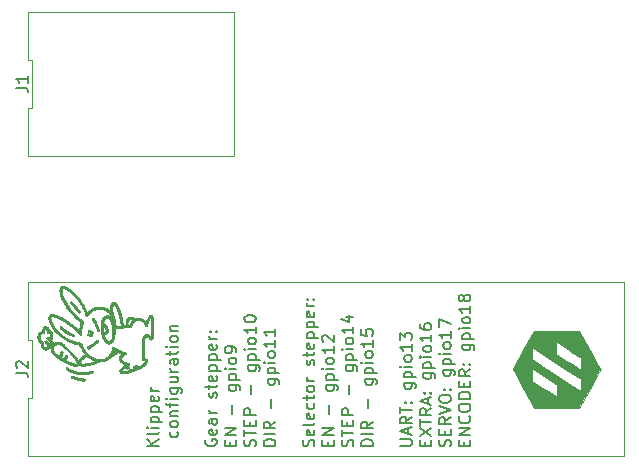
<source format=gto>
G04 #@! TF.GenerationSoftware,KiCad,Pcbnew,(5.1.9)-1*
G04 #@! TF.CreationDate,2021-10-01T18:24:18-03:00*
G04 #@! TF.ProjectId,XIAO_to_Pico_adapter,5849414f-5f74-46f5-9f50-69636f5f6164,rev?*
G04 #@! TF.SameCoordinates,Original*
G04 #@! TF.FileFunction,Legend,Top*
G04 #@! TF.FilePolarity,Positive*
%FSLAX46Y46*%
G04 Gerber Fmt 4.6, Leading zero omitted, Abs format (unit mm)*
G04 Created by KiCad (PCBNEW (5.1.9)-1) date 2021-10-01 18:24:18*
%MOMM*%
%LPD*%
G01*
G04 APERTURE LIST*
%ADD10C,0.001763*%
%ADD11C,0.007755*%
%ADD12C,0.150000*%
%ADD13C,0.120000*%
%ADD14O,1.200000X2.000000*%
G04 APERTURE END LIST*
D10*
G36*
X86026228Y-143384076D02*
G01*
X86033166Y-143385188D01*
X86040577Y-143387094D01*
X86048587Y-143389828D01*
X86057324Y-143393420D01*
X86066913Y-143397900D01*
X86077481Y-143403300D01*
X86089155Y-143409651D01*
X86102062Y-143416984D01*
X86132079Y-143434719D01*
X86182987Y-143465033D01*
X86235077Y-143494419D01*
X86288205Y-143522819D01*
X86342230Y-143550171D01*
X86397009Y-143576418D01*
X86452400Y-143601500D01*
X86508262Y-143625357D01*
X86564452Y-143647929D01*
X86620828Y-143669158D01*
X86677248Y-143688985D01*
X86733570Y-143707348D01*
X86789651Y-143724190D01*
X86845350Y-143739450D01*
X86900524Y-143753070D01*
X86955032Y-143764990D01*
X87008731Y-143775150D01*
X87065557Y-143783855D01*
X87124669Y-143790801D01*
X87185709Y-143796005D01*
X87248317Y-143799486D01*
X87312135Y-143801261D01*
X87376802Y-143801350D01*
X87441960Y-143799769D01*
X87507251Y-143796537D01*
X87572313Y-143791672D01*
X87636789Y-143785192D01*
X87700320Y-143777116D01*
X87762546Y-143767460D01*
X87823107Y-143756244D01*
X87881646Y-143743486D01*
X87937802Y-143729203D01*
X87991217Y-143713414D01*
X88007935Y-143708339D01*
X88024026Y-143703699D01*
X88039494Y-143699495D01*
X88054342Y-143695727D01*
X88068574Y-143692395D01*
X88082193Y-143689500D01*
X88095202Y-143687044D01*
X88107607Y-143685026D01*
X88119409Y-143683448D01*
X88130613Y-143682309D01*
X88141221Y-143681611D01*
X88151239Y-143681354D01*
X88160668Y-143681539D01*
X88169514Y-143682166D01*
X88177778Y-143683236D01*
X88185466Y-143684751D01*
X88192580Y-143686709D01*
X88199124Y-143689113D01*
X88205101Y-143691962D01*
X88210515Y-143695258D01*
X88215370Y-143699001D01*
X88219669Y-143703191D01*
X88223416Y-143707830D01*
X88226614Y-143712918D01*
X88229267Y-143718455D01*
X88231378Y-143724442D01*
X88232951Y-143730881D01*
X88233990Y-143737771D01*
X88234498Y-143745113D01*
X88234478Y-143752907D01*
X88233934Y-143761156D01*
X88232870Y-143769858D01*
X88230621Y-143779932D01*
X88226449Y-143789681D01*
X88220251Y-143799151D01*
X88211924Y-143808388D01*
X88201365Y-143817439D01*
X88188470Y-143826351D01*
X88173136Y-143835169D01*
X88155260Y-143843941D01*
X88134737Y-143852713D01*
X88111466Y-143861532D01*
X88085341Y-143870444D01*
X88056261Y-143879495D01*
X87988820Y-143898202D01*
X87908315Y-143918025D01*
X87791319Y-143941703D01*
X87672746Y-143959204D01*
X87552965Y-143970591D01*
X87432341Y-143975930D01*
X87311241Y-143975284D01*
X87190034Y-143968719D01*
X87069084Y-143956299D01*
X86948760Y-143938089D01*
X86829428Y-143914153D01*
X86711455Y-143884556D01*
X86595208Y-143849362D01*
X86481054Y-143808636D01*
X86369359Y-143762443D01*
X86260492Y-143710847D01*
X86154818Y-143653913D01*
X86052704Y-143591705D01*
X86052704Y-143591706D01*
X86035779Y-143580629D01*
X86020658Y-143570480D01*
X86007241Y-143561153D01*
X85995433Y-143552542D01*
X85985133Y-143544540D01*
X85980518Y-143540735D01*
X85976243Y-143537042D01*
X85972297Y-143533449D01*
X85968667Y-143529942D01*
X85965340Y-143526508D01*
X85962305Y-143523134D01*
X85959548Y-143519807D01*
X85957059Y-143516512D01*
X85954824Y-143513238D01*
X85952831Y-143509971D01*
X85951068Y-143506697D01*
X85949522Y-143503403D01*
X85948183Y-143500076D01*
X85947036Y-143496704D01*
X85946070Y-143493271D01*
X85945273Y-143489766D01*
X85944632Y-143486176D01*
X85944135Y-143482486D01*
X85943770Y-143478683D01*
X85943525Y-143474755D01*
X85943343Y-143466469D01*
X85943470Y-143459126D01*
X85943863Y-143452289D01*
X85944541Y-143445928D01*
X85944991Y-143442916D01*
X85945520Y-143440011D01*
X85946129Y-143437209D01*
X85946820Y-143434507D01*
X85947596Y-143431901D01*
X85948459Y-143429386D01*
X85949411Y-143426959D01*
X85950454Y-143424617D01*
X85951591Y-143422354D01*
X85952824Y-143420167D01*
X85954155Y-143418053D01*
X85955586Y-143416007D01*
X85957121Y-143414026D01*
X85958760Y-143412106D01*
X85960506Y-143410242D01*
X85962362Y-143408432D01*
X85964330Y-143406670D01*
X85966411Y-143404954D01*
X85968609Y-143403279D01*
X85970926Y-143401641D01*
X85973363Y-143400037D01*
X85975923Y-143398463D01*
X85981422Y-143395389D01*
X85987440Y-143392386D01*
X85994200Y-143389373D01*
X86000673Y-143386970D01*
X86006985Y-143385208D01*
X86013264Y-143384118D01*
X86019637Y-143383730D01*
X86026228Y-143384076D01*
G37*
X86026228Y-143384076D02*
X86033166Y-143385188D01*
X86040577Y-143387094D01*
X86048587Y-143389828D01*
X86057324Y-143393420D01*
X86066913Y-143397900D01*
X86077481Y-143403300D01*
X86089155Y-143409651D01*
X86102062Y-143416984D01*
X86132079Y-143434719D01*
X86182987Y-143465033D01*
X86235077Y-143494419D01*
X86288205Y-143522819D01*
X86342230Y-143550171D01*
X86397009Y-143576418D01*
X86452400Y-143601500D01*
X86508262Y-143625357D01*
X86564452Y-143647929D01*
X86620828Y-143669158D01*
X86677248Y-143688985D01*
X86733570Y-143707348D01*
X86789651Y-143724190D01*
X86845350Y-143739450D01*
X86900524Y-143753070D01*
X86955032Y-143764990D01*
X87008731Y-143775150D01*
X87065557Y-143783855D01*
X87124669Y-143790801D01*
X87185709Y-143796005D01*
X87248317Y-143799486D01*
X87312135Y-143801261D01*
X87376802Y-143801350D01*
X87441960Y-143799769D01*
X87507251Y-143796537D01*
X87572313Y-143791672D01*
X87636789Y-143785192D01*
X87700320Y-143777116D01*
X87762546Y-143767460D01*
X87823107Y-143756244D01*
X87881646Y-143743486D01*
X87937802Y-143729203D01*
X87991217Y-143713414D01*
X88007935Y-143708339D01*
X88024026Y-143703699D01*
X88039494Y-143699495D01*
X88054342Y-143695727D01*
X88068574Y-143692395D01*
X88082193Y-143689500D01*
X88095202Y-143687044D01*
X88107607Y-143685026D01*
X88119409Y-143683448D01*
X88130613Y-143682309D01*
X88141221Y-143681611D01*
X88151239Y-143681354D01*
X88160668Y-143681539D01*
X88169514Y-143682166D01*
X88177778Y-143683236D01*
X88185466Y-143684751D01*
X88192580Y-143686709D01*
X88199124Y-143689113D01*
X88205101Y-143691962D01*
X88210515Y-143695258D01*
X88215370Y-143699001D01*
X88219669Y-143703191D01*
X88223416Y-143707830D01*
X88226614Y-143712918D01*
X88229267Y-143718455D01*
X88231378Y-143724442D01*
X88232951Y-143730881D01*
X88233990Y-143737771D01*
X88234498Y-143745113D01*
X88234478Y-143752907D01*
X88233934Y-143761156D01*
X88232870Y-143769858D01*
X88230621Y-143779932D01*
X88226449Y-143789681D01*
X88220251Y-143799151D01*
X88211924Y-143808388D01*
X88201365Y-143817439D01*
X88188470Y-143826351D01*
X88173136Y-143835169D01*
X88155260Y-143843941D01*
X88134737Y-143852713D01*
X88111466Y-143861532D01*
X88085341Y-143870444D01*
X88056261Y-143879495D01*
X87988820Y-143898202D01*
X87908315Y-143918025D01*
X87791319Y-143941703D01*
X87672746Y-143959204D01*
X87552965Y-143970591D01*
X87432341Y-143975930D01*
X87311241Y-143975284D01*
X87190034Y-143968719D01*
X87069084Y-143956299D01*
X86948760Y-143938089D01*
X86829428Y-143914153D01*
X86711455Y-143884556D01*
X86595208Y-143849362D01*
X86481054Y-143808636D01*
X86369359Y-143762443D01*
X86260492Y-143710847D01*
X86154818Y-143653913D01*
X86052704Y-143591705D01*
X86052704Y-143591706D01*
X86035779Y-143580629D01*
X86020658Y-143570480D01*
X86007241Y-143561153D01*
X85995433Y-143552542D01*
X85985133Y-143544540D01*
X85980518Y-143540735D01*
X85976243Y-143537042D01*
X85972297Y-143533449D01*
X85968667Y-143529942D01*
X85965340Y-143526508D01*
X85962305Y-143523134D01*
X85959548Y-143519807D01*
X85957059Y-143516512D01*
X85954824Y-143513238D01*
X85952831Y-143509971D01*
X85951068Y-143506697D01*
X85949522Y-143503403D01*
X85948183Y-143500076D01*
X85947036Y-143496704D01*
X85946070Y-143493271D01*
X85945273Y-143489766D01*
X85944632Y-143486176D01*
X85944135Y-143482486D01*
X85943770Y-143478683D01*
X85943525Y-143474755D01*
X85943343Y-143466469D01*
X85943470Y-143459126D01*
X85943863Y-143452289D01*
X85944541Y-143445928D01*
X85944991Y-143442916D01*
X85945520Y-143440011D01*
X85946129Y-143437209D01*
X85946820Y-143434507D01*
X85947596Y-143431901D01*
X85948459Y-143429386D01*
X85949411Y-143426959D01*
X85950454Y-143424617D01*
X85951591Y-143422354D01*
X85952824Y-143420167D01*
X85954155Y-143418053D01*
X85955586Y-143416007D01*
X85957121Y-143414026D01*
X85958760Y-143412106D01*
X85960506Y-143410242D01*
X85962362Y-143408432D01*
X85964330Y-143406670D01*
X85966411Y-143404954D01*
X85968609Y-143403279D01*
X85970926Y-143401641D01*
X85973363Y-143400037D01*
X85975923Y-143398463D01*
X85981422Y-143395389D01*
X85987440Y-143392386D01*
X85994200Y-143389373D01*
X86000673Y-143386970D01*
X86006985Y-143385208D01*
X86013264Y-143384118D01*
X86019637Y-143383730D01*
X86026228Y-143384076D01*
G36*
X86495882Y-144104115D02*
G01*
X86507544Y-144105646D01*
X86520473Y-144108263D01*
X86534817Y-144111975D01*
X86550728Y-144116793D01*
X86568354Y-144122727D01*
X86587845Y-144129788D01*
X86633024Y-144147330D01*
X86703249Y-144172910D01*
X86784718Y-144198841D01*
X86874125Y-144224318D01*
X86968163Y-144248533D01*
X87063523Y-144270682D01*
X87156899Y-144289957D01*
X87244983Y-144305553D01*
X87324468Y-144316663D01*
X87351182Y-144319876D01*
X87375214Y-144322933D01*
X87396735Y-144325888D01*
X87415915Y-144328790D01*
X87432924Y-144331693D01*
X87440668Y-144333160D01*
X87447934Y-144334647D01*
X87454742Y-144336159D01*
X87461114Y-144337704D01*
X87467071Y-144339288D01*
X87472635Y-144340917D01*
X87477827Y-144342597D01*
X87482668Y-144344336D01*
X87487180Y-144346139D01*
X87491383Y-144348014D01*
X87495300Y-144349966D01*
X87498951Y-144352002D01*
X87502358Y-144354128D01*
X87505543Y-144356351D01*
X87508525Y-144358677D01*
X87511328Y-144361114D01*
X87513971Y-144363666D01*
X87516477Y-144366342D01*
X87518867Y-144369146D01*
X87521162Y-144372086D01*
X87523383Y-144375169D01*
X87525552Y-144378400D01*
X87529891Y-144385029D01*
X87533648Y-144391084D01*
X87536814Y-144396654D01*
X87539387Y-144401826D01*
X87540449Y-144404290D01*
X87541360Y-144406688D01*
X87542120Y-144409030D01*
X87542729Y-144411328D01*
X87543185Y-144413592D01*
X87543488Y-144415833D01*
X87543637Y-144418063D01*
X87543631Y-144420292D01*
X87543471Y-144422531D01*
X87543155Y-144424792D01*
X87542683Y-144427085D01*
X87542054Y-144429421D01*
X87541267Y-144431812D01*
X87540321Y-144434268D01*
X87539217Y-144436800D01*
X87537954Y-144439419D01*
X87534945Y-144444963D01*
X87531291Y-144450988D01*
X87526986Y-144457581D01*
X87522024Y-144464830D01*
X87512243Y-144479437D01*
X87507649Y-144485356D01*
X87502979Y-144490406D01*
X87498031Y-144494630D01*
X87492599Y-144498068D01*
X87486480Y-144500762D01*
X87479470Y-144502754D01*
X87471364Y-144504083D01*
X87461958Y-144504793D01*
X87451049Y-144504924D01*
X87438432Y-144504518D01*
X87423903Y-144503615D01*
X87407257Y-144502258D01*
X87366801Y-144498344D01*
X87297445Y-144490583D01*
X87224371Y-144480078D01*
X87148656Y-144467144D01*
X87071377Y-144452097D01*
X86993613Y-144435251D01*
X86916441Y-144416923D01*
X86840938Y-144397426D01*
X86768181Y-144377077D01*
X86699249Y-144356190D01*
X86635218Y-144335081D01*
X86577166Y-144314065D01*
X86526170Y-144293457D01*
X86483309Y-144273573D01*
X86449658Y-144254728D01*
X86436624Y-144245793D01*
X86426297Y-144237236D01*
X86418811Y-144229096D01*
X86414301Y-144221414D01*
X86414302Y-144221413D01*
X86411263Y-144214008D01*
X86408762Y-144206982D01*
X86407713Y-144203601D01*
X86406799Y-144200302D01*
X86406018Y-144197082D01*
X86405372Y-144193935D01*
X86404861Y-144190859D01*
X86404483Y-144187847D01*
X86404241Y-144184898D01*
X86404132Y-144182005D01*
X86404158Y-144179165D01*
X86404318Y-144176374D01*
X86404613Y-144173628D01*
X86405042Y-144170922D01*
X86405605Y-144168252D01*
X86406302Y-144165615D01*
X86407134Y-144163004D01*
X86408101Y-144160418D01*
X86409201Y-144157851D01*
X86410436Y-144155299D01*
X86411806Y-144152758D01*
X86413310Y-144150224D01*
X86414948Y-144147692D01*
X86416720Y-144145159D01*
X86420668Y-144140071D01*
X86425154Y-144134926D01*
X86430177Y-144129691D01*
X86437106Y-144122913D01*
X86444102Y-144117137D01*
X86451315Y-144112374D01*
X86458895Y-144108635D01*
X86466992Y-144105929D01*
X86475756Y-144104266D01*
X86485335Y-144103658D01*
X86495882Y-144104115D01*
G37*
X86495882Y-144104115D02*
X86507544Y-144105646D01*
X86520473Y-144108263D01*
X86534817Y-144111975D01*
X86550728Y-144116793D01*
X86568354Y-144122727D01*
X86587845Y-144129788D01*
X86633024Y-144147330D01*
X86703249Y-144172910D01*
X86784718Y-144198841D01*
X86874125Y-144224318D01*
X86968163Y-144248533D01*
X87063523Y-144270682D01*
X87156899Y-144289957D01*
X87244983Y-144305553D01*
X87324468Y-144316663D01*
X87351182Y-144319876D01*
X87375214Y-144322933D01*
X87396735Y-144325888D01*
X87415915Y-144328790D01*
X87432924Y-144331693D01*
X87440668Y-144333160D01*
X87447934Y-144334647D01*
X87454742Y-144336159D01*
X87461114Y-144337704D01*
X87467071Y-144339288D01*
X87472635Y-144340917D01*
X87477827Y-144342597D01*
X87482668Y-144344336D01*
X87487180Y-144346139D01*
X87491383Y-144348014D01*
X87495300Y-144349966D01*
X87498951Y-144352002D01*
X87502358Y-144354128D01*
X87505543Y-144356351D01*
X87508525Y-144358677D01*
X87511328Y-144361114D01*
X87513971Y-144363666D01*
X87516477Y-144366342D01*
X87518867Y-144369146D01*
X87521162Y-144372086D01*
X87523383Y-144375169D01*
X87525552Y-144378400D01*
X87529891Y-144385029D01*
X87533648Y-144391084D01*
X87536814Y-144396654D01*
X87539387Y-144401826D01*
X87540449Y-144404290D01*
X87541360Y-144406688D01*
X87542120Y-144409030D01*
X87542729Y-144411328D01*
X87543185Y-144413592D01*
X87543488Y-144415833D01*
X87543637Y-144418063D01*
X87543631Y-144420292D01*
X87543471Y-144422531D01*
X87543155Y-144424792D01*
X87542683Y-144427085D01*
X87542054Y-144429421D01*
X87541267Y-144431812D01*
X87540321Y-144434268D01*
X87539217Y-144436800D01*
X87537954Y-144439419D01*
X87534945Y-144444963D01*
X87531291Y-144450988D01*
X87526986Y-144457581D01*
X87522024Y-144464830D01*
X87512243Y-144479437D01*
X87507649Y-144485356D01*
X87502979Y-144490406D01*
X87498031Y-144494630D01*
X87492599Y-144498068D01*
X87486480Y-144500762D01*
X87479470Y-144502754D01*
X87471364Y-144504083D01*
X87461958Y-144504793D01*
X87451049Y-144504924D01*
X87438432Y-144504518D01*
X87423903Y-144503615D01*
X87407257Y-144502258D01*
X87366801Y-144498344D01*
X87297445Y-144490583D01*
X87224371Y-144480078D01*
X87148656Y-144467144D01*
X87071377Y-144452097D01*
X86993613Y-144435251D01*
X86916441Y-144416923D01*
X86840938Y-144397426D01*
X86768181Y-144377077D01*
X86699249Y-144356190D01*
X86635218Y-144335081D01*
X86577166Y-144314065D01*
X86526170Y-144293457D01*
X86483309Y-144273573D01*
X86449658Y-144254728D01*
X86436624Y-144245793D01*
X86426297Y-144237236D01*
X86418811Y-144229096D01*
X86414301Y-144221414D01*
X86414302Y-144221413D01*
X86411263Y-144214008D01*
X86408762Y-144206982D01*
X86407713Y-144203601D01*
X86406799Y-144200302D01*
X86406018Y-144197082D01*
X86405372Y-144193935D01*
X86404861Y-144190859D01*
X86404483Y-144187847D01*
X86404241Y-144184898D01*
X86404132Y-144182005D01*
X86404158Y-144179165D01*
X86404318Y-144176374D01*
X86404613Y-144173628D01*
X86405042Y-144170922D01*
X86405605Y-144168252D01*
X86406302Y-144165615D01*
X86407134Y-144163004D01*
X86408101Y-144160418D01*
X86409201Y-144157851D01*
X86410436Y-144155299D01*
X86411806Y-144152758D01*
X86413310Y-144150224D01*
X86414948Y-144147692D01*
X86416720Y-144145159D01*
X86420668Y-144140071D01*
X86425154Y-144134926D01*
X86430177Y-144129691D01*
X86437106Y-144122913D01*
X86444102Y-144117137D01*
X86451315Y-144112374D01*
X86458895Y-144108635D01*
X86466992Y-144105929D01*
X86475756Y-144104266D01*
X86485335Y-144103658D01*
X86495882Y-144104115D01*
G36*
X87904009Y-140208580D02*
G01*
X87912976Y-140210067D01*
X87922868Y-140212535D01*
X87933876Y-140216037D01*
X87946191Y-140220624D01*
X87960005Y-140226348D01*
X87975509Y-140233261D01*
X88012351Y-140250858D01*
X88058246Y-140273830D01*
X88081461Y-140286148D01*
X88102250Y-140297378D01*
X88120750Y-140307631D01*
X88137097Y-140317018D01*
X88151429Y-140325651D01*
X88157882Y-140329719D01*
X88163883Y-140333641D01*
X88169448Y-140337429D01*
X88174595Y-140341098D01*
X88179341Y-140344662D01*
X88183703Y-140348134D01*
X88187697Y-140351529D01*
X88191343Y-140354860D01*
X88194655Y-140358142D01*
X88197652Y-140361387D01*
X88200350Y-140364611D01*
X88202767Y-140367827D01*
X88204920Y-140371048D01*
X88206826Y-140374289D01*
X88208502Y-140377564D01*
X88209965Y-140380886D01*
X88211232Y-140384270D01*
X88212321Y-140387729D01*
X88213248Y-140391277D01*
X88214031Y-140394928D01*
X88214687Y-140398696D01*
X88215232Y-140402594D01*
X88215786Y-140408004D01*
X88216126Y-140413316D01*
X88216257Y-140418525D01*
X88216183Y-140423627D01*
X88215907Y-140428616D01*
X88215434Y-140433488D01*
X88214766Y-140438238D01*
X88213909Y-140442861D01*
X88212866Y-140447352D01*
X88211641Y-140451706D01*
X88210237Y-140455919D01*
X88208659Y-140459986D01*
X88206910Y-140463902D01*
X88204995Y-140467661D01*
X88202917Y-140471260D01*
X88200680Y-140474693D01*
X88198288Y-140477956D01*
X88195745Y-140481043D01*
X88193055Y-140483950D01*
X88190221Y-140486672D01*
X88187248Y-140489204D01*
X88184139Y-140491541D01*
X88180898Y-140493679D01*
X88177529Y-140495612D01*
X88174036Y-140497336D01*
X88170424Y-140498846D01*
X88166694Y-140500136D01*
X88162853Y-140501203D01*
X88158903Y-140502042D01*
X88154848Y-140502646D01*
X88150693Y-140503013D01*
X88146440Y-140503136D01*
X88137915Y-140501899D01*
X88125284Y-140498368D01*
X88109113Y-140492811D01*
X88089968Y-140485497D01*
X88045020Y-140466673D01*
X87994966Y-140444046D01*
X87944334Y-140419765D01*
X87897650Y-140395980D01*
X87859440Y-140374840D01*
X87844928Y-140365935D01*
X87834232Y-140358497D01*
X87834233Y-140358497D01*
X87832251Y-140356290D01*
X87830284Y-140353660D01*
X87828349Y-140350637D01*
X87826460Y-140347252D01*
X87824634Y-140343536D01*
X87822884Y-140339521D01*
X87821228Y-140335237D01*
X87819680Y-140330716D01*
X87818257Y-140325987D01*
X87816972Y-140321083D01*
X87815843Y-140316034D01*
X87814885Y-140310872D01*
X87814112Y-140305627D01*
X87813541Y-140300330D01*
X87813187Y-140295012D01*
X87813066Y-140289705D01*
X87813212Y-140282672D01*
X87813662Y-140276107D01*
X87814004Y-140272991D01*
X87814426Y-140269981D01*
X87814930Y-140267074D01*
X87815519Y-140264266D01*
X87816192Y-140261554D01*
X87816952Y-140258934D01*
X87817801Y-140256402D01*
X87818740Y-140253955D01*
X87819770Y-140251590D01*
X87820894Y-140249302D01*
X87822113Y-140247089D01*
X87823429Y-140244946D01*
X87824842Y-140242871D01*
X87826356Y-140240859D01*
X87827971Y-140238908D01*
X87829688Y-140237012D01*
X87831511Y-140235170D01*
X87833440Y-140233377D01*
X87835476Y-140231630D01*
X87837623Y-140229926D01*
X87839880Y-140228260D01*
X87842250Y-140226629D01*
X87847334Y-140223459D01*
X87852889Y-140220388D01*
X87858927Y-140217386D01*
X87866359Y-140214066D01*
X87873569Y-140211419D01*
X87880747Y-140209495D01*
X87888086Y-140208346D01*
X87895776Y-140208024D01*
X87904009Y-140208580D01*
G37*
X87904009Y-140208580D02*
X87912976Y-140210067D01*
X87922868Y-140212535D01*
X87933876Y-140216037D01*
X87946191Y-140220624D01*
X87960005Y-140226348D01*
X87975509Y-140233261D01*
X88012351Y-140250858D01*
X88058246Y-140273830D01*
X88081461Y-140286148D01*
X88102250Y-140297378D01*
X88120750Y-140307631D01*
X88137097Y-140317018D01*
X88151429Y-140325651D01*
X88157882Y-140329719D01*
X88163883Y-140333641D01*
X88169448Y-140337429D01*
X88174595Y-140341098D01*
X88179341Y-140344662D01*
X88183703Y-140348134D01*
X88187697Y-140351529D01*
X88191343Y-140354860D01*
X88194655Y-140358142D01*
X88197652Y-140361387D01*
X88200350Y-140364611D01*
X88202767Y-140367827D01*
X88204920Y-140371048D01*
X88206826Y-140374289D01*
X88208502Y-140377564D01*
X88209965Y-140380886D01*
X88211232Y-140384270D01*
X88212321Y-140387729D01*
X88213248Y-140391277D01*
X88214031Y-140394928D01*
X88214687Y-140398696D01*
X88215232Y-140402594D01*
X88215786Y-140408004D01*
X88216126Y-140413316D01*
X88216257Y-140418525D01*
X88216183Y-140423627D01*
X88215907Y-140428616D01*
X88215434Y-140433488D01*
X88214766Y-140438238D01*
X88213909Y-140442861D01*
X88212866Y-140447352D01*
X88211641Y-140451706D01*
X88210237Y-140455919D01*
X88208659Y-140459986D01*
X88206910Y-140463902D01*
X88204995Y-140467661D01*
X88202917Y-140471260D01*
X88200680Y-140474693D01*
X88198288Y-140477956D01*
X88195745Y-140481043D01*
X88193055Y-140483950D01*
X88190221Y-140486672D01*
X88187248Y-140489204D01*
X88184139Y-140491541D01*
X88180898Y-140493679D01*
X88177529Y-140495612D01*
X88174036Y-140497336D01*
X88170424Y-140498846D01*
X88166694Y-140500136D01*
X88162853Y-140501203D01*
X88158903Y-140502042D01*
X88154848Y-140502646D01*
X88150693Y-140503013D01*
X88146440Y-140503136D01*
X88137915Y-140501899D01*
X88125284Y-140498368D01*
X88109113Y-140492811D01*
X88089968Y-140485497D01*
X88045020Y-140466673D01*
X87994966Y-140444046D01*
X87944334Y-140419765D01*
X87897650Y-140395980D01*
X87859440Y-140374840D01*
X87844928Y-140365935D01*
X87834232Y-140358497D01*
X87834233Y-140358497D01*
X87832251Y-140356290D01*
X87830284Y-140353660D01*
X87828349Y-140350637D01*
X87826460Y-140347252D01*
X87824634Y-140343536D01*
X87822884Y-140339521D01*
X87821228Y-140335237D01*
X87819680Y-140330716D01*
X87818257Y-140325987D01*
X87816972Y-140321083D01*
X87815843Y-140316034D01*
X87814885Y-140310872D01*
X87814112Y-140305627D01*
X87813541Y-140300330D01*
X87813187Y-140295012D01*
X87813066Y-140289705D01*
X87813212Y-140282672D01*
X87813662Y-140276107D01*
X87814004Y-140272991D01*
X87814426Y-140269981D01*
X87814930Y-140267074D01*
X87815519Y-140264266D01*
X87816192Y-140261554D01*
X87816952Y-140258934D01*
X87817801Y-140256402D01*
X87818740Y-140253955D01*
X87819770Y-140251590D01*
X87820894Y-140249302D01*
X87822113Y-140247089D01*
X87823429Y-140244946D01*
X87824842Y-140242871D01*
X87826356Y-140240859D01*
X87827971Y-140238908D01*
X87829688Y-140237012D01*
X87831511Y-140235170D01*
X87833440Y-140233377D01*
X87835476Y-140231630D01*
X87837623Y-140229926D01*
X87839880Y-140228260D01*
X87842250Y-140226629D01*
X87847334Y-140223459D01*
X87852889Y-140220388D01*
X87858927Y-140217386D01*
X87866359Y-140214066D01*
X87873569Y-140211419D01*
X87880747Y-140209495D01*
X87888086Y-140208346D01*
X87895776Y-140208024D01*
X87904009Y-140208580D01*
G36*
X88126219Y-142480622D02*
G01*
X88154873Y-142498483D01*
X88183531Y-142515592D01*
X88212179Y-142531897D01*
X88240802Y-142547346D01*
X88269383Y-142561888D01*
X88297907Y-142575473D01*
X88326359Y-142588047D01*
X88389474Y-142613167D01*
X88451780Y-142635322D01*
X88513254Y-142654514D01*
X88573875Y-142670746D01*
X88633621Y-142684022D01*
X88692470Y-142694345D01*
X88750400Y-142701717D01*
X88807390Y-142706141D01*
X88863417Y-142707621D01*
X88918459Y-142706158D01*
X88972496Y-142701757D01*
X89025504Y-142694420D01*
X89077463Y-142684150D01*
X89128350Y-142670949D01*
X89178143Y-142654822D01*
X89226821Y-142635770D01*
X89226821Y-142822684D01*
X89183622Y-142836718D01*
X89139992Y-142848985D01*
X89095940Y-142859466D01*
X89051473Y-142868141D01*
X89006601Y-142874990D01*
X88961331Y-142879994D01*
X88915672Y-142883133D01*
X88869633Y-142884386D01*
X88857799Y-142884467D01*
X88846151Y-142884706D01*
X88834751Y-142885094D01*
X88823661Y-142885625D01*
X88812944Y-142886289D01*
X88802660Y-142887080D01*
X88792873Y-142887990D01*
X88783643Y-142889011D01*
X88775034Y-142890135D01*
X88767107Y-142891355D01*
X88759924Y-142892663D01*
X88753547Y-142894051D01*
X88748038Y-142895511D01*
X88743460Y-142897037D01*
X88739873Y-142898619D01*
X88738472Y-142899429D01*
X88737341Y-142900251D01*
X88726147Y-142908612D01*
X88709077Y-142918393D01*
X88659059Y-142941652D01*
X88590776Y-142968899D01*
X88507720Y-142999010D01*
X88413383Y-143030855D01*
X88311254Y-143063309D01*
X88204825Y-143095244D01*
X88097587Y-143125534D01*
X88097587Y-142942806D01*
X88159789Y-142925742D01*
X88218749Y-142908936D01*
X88273241Y-142892708D01*
X88322036Y-142877378D01*
X88363907Y-142863269D01*
X88381863Y-142856772D01*
X88397628Y-142850700D01*
X88411048Y-142845094D01*
X88421970Y-142839994D01*
X88430240Y-142835439D01*
X88435706Y-142831469D01*
X88436265Y-142830943D01*
X88436621Y-142830356D01*
X88436779Y-142829714D01*
X88436743Y-142829016D01*
X88436517Y-142828268D01*
X88436106Y-142827470D01*
X88434742Y-142825737D01*
X88432687Y-142823839D01*
X88429972Y-142821796D01*
X88426633Y-142819629D01*
X88422701Y-142817359D01*
X88418212Y-142815006D01*
X88413198Y-142812591D01*
X88407693Y-142810135D01*
X88401731Y-142807658D01*
X88395344Y-142805181D01*
X88388568Y-142802725D01*
X88381435Y-142800310D01*
X88373978Y-142797957D01*
X88346821Y-142789103D01*
X88316751Y-142777620D01*
X88284168Y-142763754D01*
X88249474Y-142747751D01*
X88213068Y-142729857D01*
X88175351Y-142710319D01*
X88136724Y-142689382D01*
X88097587Y-142667293D01*
X88097587Y-142462060D01*
X88126219Y-142480622D01*
G37*
X88126219Y-142480622D02*
X88154873Y-142498483D01*
X88183531Y-142515592D01*
X88212179Y-142531897D01*
X88240802Y-142547346D01*
X88269383Y-142561888D01*
X88297907Y-142575473D01*
X88326359Y-142588047D01*
X88389474Y-142613167D01*
X88451780Y-142635322D01*
X88513254Y-142654514D01*
X88573875Y-142670746D01*
X88633621Y-142684022D01*
X88692470Y-142694345D01*
X88750400Y-142701717D01*
X88807390Y-142706141D01*
X88863417Y-142707621D01*
X88918459Y-142706158D01*
X88972496Y-142701757D01*
X89025504Y-142694420D01*
X89077463Y-142684150D01*
X89128350Y-142670949D01*
X89178143Y-142654822D01*
X89226821Y-142635770D01*
X89226821Y-142822684D01*
X89183622Y-142836718D01*
X89139992Y-142848985D01*
X89095940Y-142859466D01*
X89051473Y-142868141D01*
X89006601Y-142874990D01*
X88961331Y-142879994D01*
X88915672Y-142883133D01*
X88869633Y-142884386D01*
X88857799Y-142884467D01*
X88846151Y-142884706D01*
X88834751Y-142885094D01*
X88823661Y-142885625D01*
X88812944Y-142886289D01*
X88802660Y-142887080D01*
X88792873Y-142887990D01*
X88783643Y-142889011D01*
X88775034Y-142890135D01*
X88767107Y-142891355D01*
X88759924Y-142892663D01*
X88753547Y-142894051D01*
X88748038Y-142895511D01*
X88743460Y-142897037D01*
X88739873Y-142898619D01*
X88738472Y-142899429D01*
X88737341Y-142900251D01*
X88726147Y-142908612D01*
X88709077Y-142918393D01*
X88659059Y-142941652D01*
X88590776Y-142968899D01*
X88507720Y-142999010D01*
X88413383Y-143030855D01*
X88311254Y-143063309D01*
X88204825Y-143095244D01*
X88097587Y-143125534D01*
X88097587Y-142942806D01*
X88159789Y-142925742D01*
X88218749Y-142908936D01*
X88273241Y-142892708D01*
X88322036Y-142877378D01*
X88363907Y-142863269D01*
X88381863Y-142856772D01*
X88397628Y-142850700D01*
X88411048Y-142845094D01*
X88421970Y-142839994D01*
X88430240Y-142835439D01*
X88435706Y-142831469D01*
X88436265Y-142830943D01*
X88436621Y-142830356D01*
X88436779Y-142829714D01*
X88436743Y-142829016D01*
X88436517Y-142828268D01*
X88436106Y-142827470D01*
X88434742Y-142825737D01*
X88432687Y-142823839D01*
X88429972Y-142821796D01*
X88426633Y-142819629D01*
X88422701Y-142817359D01*
X88418212Y-142815006D01*
X88413198Y-142812591D01*
X88407693Y-142810135D01*
X88401731Y-142807658D01*
X88395344Y-142805181D01*
X88388568Y-142802725D01*
X88381435Y-142800310D01*
X88373978Y-142797957D01*
X88346821Y-142789103D01*
X88316751Y-142777620D01*
X88284168Y-142763754D01*
X88249474Y-142747751D01*
X88213068Y-142729857D01*
X88175351Y-142710319D01*
X88136724Y-142689382D01*
X88097587Y-142667293D01*
X88097587Y-142462060D01*
X88126219Y-142480622D01*
G36*
X90002554Y-141644170D02*
G01*
X90021142Y-141654030D01*
X90043955Y-141666835D01*
X90070471Y-141682280D01*
X90132529Y-141719862D01*
X90203143Y-141764325D01*
X90248002Y-141793515D01*
X90298090Y-141824875D01*
X90351693Y-141857434D01*
X90407094Y-141890219D01*
X90462578Y-141922261D01*
X90516429Y-141952587D01*
X90566931Y-141980226D01*
X90612369Y-142004207D01*
X90681029Y-142039881D01*
X90709904Y-142054348D01*
X90735673Y-142066688D01*
X90758734Y-142076993D01*
X90779485Y-142085352D01*
X90789118Y-142088830D01*
X90798323Y-142091855D01*
X90807150Y-142094440D01*
X90815648Y-142096594D01*
X90823867Y-142098330D01*
X90831857Y-142099659D01*
X90839667Y-142100592D01*
X90847347Y-142101140D01*
X90854947Y-142101314D01*
X90862517Y-142101127D01*
X90870106Y-142100589D01*
X90877764Y-142099711D01*
X90885541Y-142098505D01*
X90893487Y-142096982D01*
X90910084Y-142093032D01*
X90927952Y-142087949D01*
X90947490Y-142081825D01*
X90953201Y-142080049D01*
X90958449Y-142078697D01*
X90960910Y-142078183D01*
X90963268Y-142077778D01*
X90965527Y-142077485D01*
X90967691Y-142077304D01*
X90969765Y-142077237D01*
X90971753Y-142077285D01*
X90973659Y-142077449D01*
X90975487Y-142077730D01*
X90977241Y-142078130D01*
X90978925Y-142078651D01*
X90980545Y-142079293D01*
X90982103Y-142080058D01*
X90983605Y-142080946D01*
X90985054Y-142081960D01*
X90986454Y-142083101D01*
X90987810Y-142084370D01*
X90989127Y-142085767D01*
X90990407Y-142087296D01*
X90991656Y-142088956D01*
X90992877Y-142090749D01*
X90994075Y-142092676D01*
X90995254Y-142094740D01*
X90997572Y-142099278D01*
X90999864Y-142104375D01*
X91002164Y-142110040D01*
X91017106Y-142149569D01*
X91022764Y-142165625D01*
X91027108Y-142179546D01*
X91028761Y-142185786D01*
X91030056Y-142191587D01*
X91030982Y-142196981D01*
X91031529Y-142201999D01*
X91031687Y-142206674D01*
X91031446Y-142211037D01*
X91030797Y-142215120D01*
X91029728Y-142218953D01*
X91028231Y-142222570D01*
X91026294Y-142226002D01*
X91023909Y-142229279D01*
X91021065Y-142232435D01*
X91017752Y-142235500D01*
X91013960Y-142238507D01*
X91009678Y-142241486D01*
X91004898Y-142244470D01*
X90993801Y-142250578D01*
X90980587Y-142257084D01*
X90947490Y-142272304D01*
X90927154Y-142282185D01*
X90906593Y-142293221D01*
X90885955Y-142305285D01*
X90865386Y-142318252D01*
X90845034Y-142331994D01*
X90825047Y-142346384D01*
X90805571Y-142361297D01*
X90786754Y-142376605D01*
X90768743Y-142392182D01*
X90751685Y-142407901D01*
X90735728Y-142423636D01*
X90721019Y-142439259D01*
X90707706Y-142454644D01*
X90695935Y-142469664D01*
X90685854Y-142484193D01*
X90677610Y-142498104D01*
X90668708Y-142517122D01*
X90661498Y-142536127D01*
X90655959Y-142555094D01*
X90652068Y-142574000D01*
X90649802Y-142592820D01*
X90649139Y-142611531D01*
X90650056Y-142630110D01*
X90652530Y-142648531D01*
X90656539Y-142666771D01*
X90662060Y-142684807D01*
X90669071Y-142702614D01*
X90677549Y-142720168D01*
X90687471Y-142737446D01*
X90698814Y-142754423D01*
X90711557Y-142771076D01*
X90725677Y-142787381D01*
X90741150Y-142803314D01*
X90757955Y-142818851D01*
X90776069Y-142833968D01*
X90795468Y-142848642D01*
X90838035Y-142876561D01*
X90885475Y-142902419D01*
X90937607Y-142926024D01*
X90994251Y-142947185D01*
X91055224Y-142965710D01*
X91120348Y-142981408D01*
X91155125Y-142988577D01*
X91185575Y-142994940D01*
X91211999Y-143000600D01*
X91234701Y-143005660D01*
X91244750Y-143007997D01*
X91253981Y-143010224D01*
X91262434Y-143012352D01*
X91270144Y-143014395D01*
X91277150Y-143016365D01*
X91283490Y-143018276D01*
X91289201Y-143020141D01*
X91294322Y-143021972D01*
X91298889Y-143023782D01*
X91302942Y-143025584D01*
X91306517Y-143027392D01*
X91309653Y-143029218D01*
X91312387Y-143031075D01*
X91314756Y-143032975D01*
X91316800Y-143034933D01*
X91318555Y-143036961D01*
X91320059Y-143039071D01*
X91321351Y-143041277D01*
X91322467Y-143043591D01*
X91323446Y-143046027D01*
X91324325Y-143048597D01*
X91325143Y-143051315D01*
X91326744Y-143057244D01*
X91329157Y-143067895D01*
X91330343Y-143078131D01*
X91330149Y-143088114D01*
X91328422Y-143098006D01*
X91325011Y-143107970D01*
X91319762Y-143118170D01*
X91312523Y-143128768D01*
X91303143Y-143139926D01*
X91291468Y-143151807D01*
X91277346Y-143164575D01*
X91260625Y-143178392D01*
X91241153Y-143193421D01*
X91218776Y-143209825D01*
X91193343Y-143227765D01*
X91132698Y-143268910D01*
X91062632Y-143316680D01*
X90995833Y-143364326D01*
X90933085Y-143411227D01*
X90903476Y-143434205D01*
X90875174Y-143456764D01*
X90848278Y-143478828D01*
X90822886Y-143500317D01*
X90799096Y-143521156D01*
X90777005Y-143541266D01*
X90756713Y-143560569D01*
X90738318Y-143578989D01*
X90721917Y-143596448D01*
X90707608Y-143612868D01*
X90701964Y-143619881D01*
X90696932Y-143626391D01*
X90692505Y-143632430D01*
X90688675Y-143638033D01*
X90686981Y-143640681D01*
X90685434Y-143643232D01*
X90684032Y-143645692D01*
X90682774Y-143648063D01*
X90681660Y-143650350D01*
X90680688Y-143652557D01*
X90679858Y-143654689D01*
X90679168Y-143656749D01*
X90678618Y-143658743D01*
X90678206Y-143660673D01*
X90677932Y-143662544D01*
X90677794Y-143664361D01*
X90677792Y-143666128D01*
X90677925Y-143667848D01*
X90678192Y-143669526D01*
X90678591Y-143671167D01*
X90679122Y-143672773D01*
X90679784Y-143674351D01*
X90680575Y-143675903D01*
X90681496Y-143677434D01*
X90682544Y-143678949D01*
X90683719Y-143680450D01*
X90685021Y-143681943D01*
X90686447Y-143683432D01*
X90692069Y-143687631D01*
X90699906Y-143691307D01*
X90709804Y-143694475D01*
X90721610Y-143697151D01*
X90750337Y-143701082D01*
X90784864Y-143703220D01*
X90823969Y-143703684D01*
X90866430Y-143702592D01*
X90911026Y-143700064D01*
X90956534Y-143696217D01*
X91001731Y-143691172D01*
X91045397Y-143685047D01*
X91086308Y-143677961D01*
X91123243Y-143670032D01*
X91154979Y-143661380D01*
X91180295Y-143652124D01*
X91190163Y-143647306D01*
X91197968Y-143642382D01*
X91203557Y-143637366D01*
X91206777Y-143632273D01*
X91208264Y-143629206D01*
X91210389Y-143625971D01*
X91216413Y-143619065D01*
X91224570Y-143611694D01*
X91234585Y-143603997D01*
X91246182Y-143596115D01*
X91259083Y-143588186D01*
X91273013Y-143580350D01*
X91287694Y-143572747D01*
X91302851Y-143565516D01*
X91318207Y-143558796D01*
X91333486Y-143552727D01*
X91348410Y-143547450D01*
X91362704Y-143543102D01*
X91376091Y-143539823D01*
X91388295Y-143537754D01*
X91399039Y-143537033D01*
X91400110Y-143537055D01*
X91401196Y-143537119D01*
X91402294Y-143537220D01*
X91403405Y-143537355D01*
X91405657Y-143537708D01*
X91407944Y-143538146D01*
X91412585Y-143539150D01*
X91414921Y-143539651D01*
X91417255Y-143540108D01*
X91417255Y-143776424D01*
X91345947Y-143797104D01*
X91310837Y-143806729D01*
X91276175Y-143815811D01*
X91242025Y-143824299D01*
X91208452Y-143832143D01*
X91175520Y-143839292D01*
X91143293Y-143845697D01*
X91108533Y-143851608D01*
X91072003Y-143856770D01*
X91034124Y-143861178D01*
X90995317Y-143864827D01*
X90956004Y-143867711D01*
X90916605Y-143869825D01*
X90877542Y-143871164D01*
X90839236Y-143871723D01*
X90802109Y-143871497D01*
X90766580Y-143870480D01*
X90733073Y-143868667D01*
X90702007Y-143866052D01*
X90673804Y-143862632D01*
X90648886Y-143858399D01*
X90627673Y-143853350D01*
X90610586Y-143847479D01*
X90597070Y-143841218D01*
X90584315Y-143834350D01*
X90572334Y-143826888D01*
X90561145Y-143818844D01*
X90550761Y-143810232D01*
X90541200Y-143801064D01*
X90532476Y-143791354D01*
X90524604Y-143781114D01*
X90517601Y-143770357D01*
X90511481Y-143759097D01*
X90506260Y-143747345D01*
X90501954Y-143735116D01*
X90498578Y-143722421D01*
X90496147Y-143709274D01*
X90494678Y-143695688D01*
X90494184Y-143681676D01*
X90495311Y-143660103D01*
X90498731Y-143638332D01*
X90504508Y-143616286D01*
X90512703Y-143593891D01*
X90523378Y-143571072D01*
X90536596Y-143547754D01*
X90552418Y-143523863D01*
X90570906Y-143499322D01*
X90592123Y-143474059D01*
X90616131Y-143447997D01*
X90642991Y-143421061D01*
X90672765Y-143393178D01*
X90705517Y-143364272D01*
X90741307Y-143334268D01*
X90780198Y-143303091D01*
X90822252Y-143270667D01*
X90850266Y-143249141D01*
X90874879Y-143230084D01*
X90896247Y-143213322D01*
X90914525Y-143198679D01*
X90922553Y-143192097D01*
X90929867Y-143185979D01*
X90936486Y-143180303D01*
X90942430Y-143175046D01*
X90947717Y-143170188D01*
X90952367Y-143165705D01*
X90956399Y-143161577D01*
X90959833Y-143157780D01*
X90962689Y-143154293D01*
X90964985Y-143151095D01*
X90965929Y-143149597D01*
X90966741Y-143148163D01*
X90967423Y-143146790D01*
X90967977Y-143145475D01*
X90968405Y-143144215D01*
X90968711Y-143143009D01*
X90968896Y-143141852D01*
X90968963Y-143140743D01*
X90968915Y-143139679D01*
X90968753Y-143138656D01*
X90968481Y-143137672D01*
X90968100Y-143136725D01*
X90967613Y-143135811D01*
X90967023Y-143134928D01*
X90966332Y-143134073D01*
X90965542Y-143133244D01*
X90963675Y-143131650D01*
X90961443Y-143130124D01*
X90958865Y-143128645D01*
X90955960Y-143127191D01*
X90952748Y-143125739D01*
X90949247Y-143124268D01*
X90890453Y-143099746D01*
X90835753Y-143074438D01*
X90785103Y-143048304D01*
X90738465Y-143021301D01*
X90695795Y-142993389D01*
X90675935Y-142979079D01*
X90657052Y-142964526D01*
X90639141Y-142949725D01*
X90622196Y-142934671D01*
X90606212Y-142919359D01*
X90591184Y-142903783D01*
X90577107Y-142887938D01*
X90563976Y-142871819D01*
X90551785Y-142855421D01*
X90540529Y-142838739D01*
X90530204Y-142821768D01*
X90520804Y-142804502D01*
X90512323Y-142786937D01*
X90504757Y-142769066D01*
X90498101Y-142750886D01*
X90492349Y-142732390D01*
X90487496Y-142713574D01*
X90483537Y-142694432D01*
X90480467Y-142674959D01*
X90478280Y-142655151D01*
X90476972Y-142635001D01*
X90476537Y-142614506D01*
X90476836Y-142592632D01*
X90477770Y-142571887D01*
X90479397Y-142552119D01*
X90481773Y-142533175D01*
X90484956Y-142514903D01*
X90489001Y-142497151D01*
X90493966Y-142479766D01*
X90499908Y-142462595D01*
X90506883Y-142445486D01*
X90514949Y-142428287D01*
X90524162Y-142410845D01*
X90534579Y-142393007D01*
X90546257Y-142374622D01*
X90559252Y-142355536D01*
X90573623Y-142335597D01*
X90589424Y-142314653D01*
X90596241Y-142305814D01*
X90602781Y-142297186D01*
X90609016Y-142288817D01*
X90614918Y-142280752D01*
X90620458Y-142273038D01*
X90625608Y-142265723D01*
X90630339Y-142258851D01*
X90634623Y-142252471D01*
X90638432Y-142246628D01*
X90641737Y-142241369D01*
X90644510Y-142236740D01*
X90646722Y-142232789D01*
X90648345Y-142229561D01*
X90649350Y-142227103D01*
X90649612Y-142226178D01*
X90649709Y-142225462D01*
X90649638Y-142224963D01*
X90649395Y-142224684D01*
X90645354Y-142222001D01*
X90636250Y-142216777D01*
X90605085Y-142199779D01*
X90506536Y-142147092D01*
X90368947Y-142076528D01*
X90231359Y-142180604D01*
X90207622Y-142197915D01*
X90180934Y-142216757D01*
X90120835Y-142257700D01*
X90055337Y-142300757D01*
X89988712Y-142343256D01*
X89988712Y-142133682D01*
X90014356Y-142116727D01*
X90042338Y-142097592D01*
X90071118Y-142077350D01*
X90099159Y-142057076D01*
X90124921Y-142037845D01*
X90146865Y-142020731D01*
X90155925Y-142013304D01*
X90163453Y-142006809D01*
X90169257Y-142001381D01*
X90173145Y-141997153D01*
X90176136Y-141993279D01*
X90178471Y-141989560D01*
X90179381Y-141987743D01*
X90180113Y-141985944D01*
X90180663Y-141984159D01*
X90181026Y-141982380D01*
X90181198Y-141980602D01*
X90181175Y-141978816D01*
X90180951Y-141977018D01*
X90180522Y-141975200D01*
X90179884Y-141973357D01*
X90179032Y-141971481D01*
X90177962Y-141969567D01*
X90176669Y-141967607D01*
X90175149Y-141965596D01*
X90173397Y-141963526D01*
X90169178Y-141959187D01*
X90163978Y-141954538D01*
X90157760Y-141949527D01*
X90150488Y-141944102D01*
X90142126Y-141938213D01*
X90132637Y-141931807D01*
X90121985Y-141924832D01*
X90114717Y-141919978D01*
X90107499Y-141915354D01*
X90100379Y-141910983D01*
X90093407Y-141906888D01*
X90086631Y-141903093D01*
X90080101Y-141899621D01*
X90073865Y-141896495D01*
X90067973Y-141893738D01*
X90062474Y-141891374D01*
X90057416Y-141889427D01*
X90052850Y-141887918D01*
X90048823Y-141886872D01*
X90047028Y-141886530D01*
X90045385Y-141886312D01*
X90043903Y-141886221D01*
X90042586Y-141886261D01*
X90041440Y-141886434D01*
X90040473Y-141886743D01*
X90039690Y-141887190D01*
X90039096Y-141887780D01*
X90037611Y-141889651D01*
X90035797Y-141892593D01*
X90031276Y-141901420D01*
X90025716Y-141913722D01*
X90019299Y-141928963D01*
X90012207Y-141946606D01*
X90004624Y-141966114D01*
X89988712Y-142008574D01*
X89988712Y-141637563D01*
X90002554Y-141644170D01*
G37*
X90002554Y-141644170D02*
X90021142Y-141654030D01*
X90043955Y-141666835D01*
X90070471Y-141682280D01*
X90132529Y-141719862D01*
X90203143Y-141764325D01*
X90248002Y-141793515D01*
X90298090Y-141824875D01*
X90351693Y-141857434D01*
X90407094Y-141890219D01*
X90462578Y-141922261D01*
X90516429Y-141952587D01*
X90566931Y-141980226D01*
X90612369Y-142004207D01*
X90681029Y-142039881D01*
X90709904Y-142054348D01*
X90735673Y-142066688D01*
X90758734Y-142076993D01*
X90779485Y-142085352D01*
X90789118Y-142088830D01*
X90798323Y-142091855D01*
X90807150Y-142094440D01*
X90815648Y-142096594D01*
X90823867Y-142098330D01*
X90831857Y-142099659D01*
X90839667Y-142100592D01*
X90847347Y-142101140D01*
X90854947Y-142101314D01*
X90862517Y-142101127D01*
X90870106Y-142100589D01*
X90877764Y-142099711D01*
X90885541Y-142098505D01*
X90893487Y-142096982D01*
X90910084Y-142093032D01*
X90927952Y-142087949D01*
X90947490Y-142081825D01*
X90953201Y-142080049D01*
X90958449Y-142078697D01*
X90960910Y-142078183D01*
X90963268Y-142077778D01*
X90965527Y-142077485D01*
X90967691Y-142077304D01*
X90969765Y-142077237D01*
X90971753Y-142077285D01*
X90973659Y-142077449D01*
X90975487Y-142077730D01*
X90977241Y-142078130D01*
X90978925Y-142078651D01*
X90980545Y-142079293D01*
X90982103Y-142080058D01*
X90983605Y-142080946D01*
X90985054Y-142081960D01*
X90986454Y-142083101D01*
X90987810Y-142084370D01*
X90989127Y-142085767D01*
X90990407Y-142087296D01*
X90991656Y-142088956D01*
X90992877Y-142090749D01*
X90994075Y-142092676D01*
X90995254Y-142094740D01*
X90997572Y-142099278D01*
X90999864Y-142104375D01*
X91002164Y-142110040D01*
X91017106Y-142149569D01*
X91022764Y-142165625D01*
X91027108Y-142179546D01*
X91028761Y-142185786D01*
X91030056Y-142191587D01*
X91030982Y-142196981D01*
X91031529Y-142201999D01*
X91031687Y-142206674D01*
X91031446Y-142211037D01*
X91030797Y-142215120D01*
X91029728Y-142218953D01*
X91028231Y-142222570D01*
X91026294Y-142226002D01*
X91023909Y-142229279D01*
X91021065Y-142232435D01*
X91017752Y-142235500D01*
X91013960Y-142238507D01*
X91009678Y-142241486D01*
X91004898Y-142244470D01*
X90993801Y-142250578D01*
X90980587Y-142257084D01*
X90947490Y-142272304D01*
X90927154Y-142282185D01*
X90906593Y-142293221D01*
X90885955Y-142305285D01*
X90865386Y-142318252D01*
X90845034Y-142331994D01*
X90825047Y-142346384D01*
X90805571Y-142361297D01*
X90786754Y-142376605D01*
X90768743Y-142392182D01*
X90751685Y-142407901D01*
X90735728Y-142423636D01*
X90721019Y-142439259D01*
X90707706Y-142454644D01*
X90695935Y-142469664D01*
X90685854Y-142484193D01*
X90677610Y-142498104D01*
X90668708Y-142517122D01*
X90661498Y-142536127D01*
X90655959Y-142555094D01*
X90652068Y-142574000D01*
X90649802Y-142592820D01*
X90649139Y-142611531D01*
X90650056Y-142630110D01*
X90652530Y-142648531D01*
X90656539Y-142666771D01*
X90662060Y-142684807D01*
X90669071Y-142702614D01*
X90677549Y-142720168D01*
X90687471Y-142737446D01*
X90698814Y-142754423D01*
X90711557Y-142771076D01*
X90725677Y-142787381D01*
X90741150Y-142803314D01*
X90757955Y-142818851D01*
X90776069Y-142833968D01*
X90795468Y-142848642D01*
X90838035Y-142876561D01*
X90885475Y-142902419D01*
X90937607Y-142926024D01*
X90994251Y-142947185D01*
X91055224Y-142965710D01*
X91120348Y-142981408D01*
X91155125Y-142988577D01*
X91185575Y-142994940D01*
X91211999Y-143000600D01*
X91234701Y-143005660D01*
X91244750Y-143007997D01*
X91253981Y-143010224D01*
X91262434Y-143012352D01*
X91270144Y-143014395D01*
X91277150Y-143016365D01*
X91283490Y-143018276D01*
X91289201Y-143020141D01*
X91294322Y-143021972D01*
X91298889Y-143023782D01*
X91302942Y-143025584D01*
X91306517Y-143027392D01*
X91309653Y-143029218D01*
X91312387Y-143031075D01*
X91314756Y-143032975D01*
X91316800Y-143034933D01*
X91318555Y-143036961D01*
X91320059Y-143039071D01*
X91321351Y-143041277D01*
X91322467Y-143043591D01*
X91323446Y-143046027D01*
X91324325Y-143048597D01*
X91325143Y-143051315D01*
X91326744Y-143057244D01*
X91329157Y-143067895D01*
X91330343Y-143078131D01*
X91330149Y-143088114D01*
X91328422Y-143098006D01*
X91325011Y-143107970D01*
X91319762Y-143118170D01*
X91312523Y-143128768D01*
X91303143Y-143139926D01*
X91291468Y-143151807D01*
X91277346Y-143164575D01*
X91260625Y-143178392D01*
X91241153Y-143193421D01*
X91218776Y-143209825D01*
X91193343Y-143227765D01*
X91132698Y-143268910D01*
X91062632Y-143316680D01*
X90995833Y-143364326D01*
X90933085Y-143411227D01*
X90903476Y-143434205D01*
X90875174Y-143456764D01*
X90848278Y-143478828D01*
X90822886Y-143500317D01*
X90799096Y-143521156D01*
X90777005Y-143541266D01*
X90756713Y-143560569D01*
X90738318Y-143578989D01*
X90721917Y-143596448D01*
X90707608Y-143612868D01*
X90701964Y-143619881D01*
X90696932Y-143626391D01*
X90692505Y-143632430D01*
X90688675Y-143638033D01*
X90686981Y-143640681D01*
X90685434Y-143643232D01*
X90684032Y-143645692D01*
X90682774Y-143648063D01*
X90681660Y-143650350D01*
X90680688Y-143652557D01*
X90679858Y-143654689D01*
X90679168Y-143656749D01*
X90678618Y-143658743D01*
X90678206Y-143660673D01*
X90677932Y-143662544D01*
X90677794Y-143664361D01*
X90677792Y-143666128D01*
X90677925Y-143667848D01*
X90678192Y-143669526D01*
X90678591Y-143671167D01*
X90679122Y-143672773D01*
X90679784Y-143674351D01*
X90680575Y-143675903D01*
X90681496Y-143677434D01*
X90682544Y-143678949D01*
X90683719Y-143680450D01*
X90685021Y-143681943D01*
X90686447Y-143683432D01*
X90692069Y-143687631D01*
X90699906Y-143691307D01*
X90709804Y-143694475D01*
X90721610Y-143697151D01*
X90750337Y-143701082D01*
X90784864Y-143703220D01*
X90823969Y-143703684D01*
X90866430Y-143702592D01*
X90911026Y-143700064D01*
X90956534Y-143696217D01*
X91001731Y-143691172D01*
X91045397Y-143685047D01*
X91086308Y-143677961D01*
X91123243Y-143670032D01*
X91154979Y-143661380D01*
X91180295Y-143652124D01*
X91190163Y-143647306D01*
X91197968Y-143642382D01*
X91203557Y-143637366D01*
X91206777Y-143632273D01*
X91208264Y-143629206D01*
X91210389Y-143625971D01*
X91216413Y-143619065D01*
X91224570Y-143611694D01*
X91234585Y-143603997D01*
X91246182Y-143596115D01*
X91259083Y-143588186D01*
X91273013Y-143580350D01*
X91287694Y-143572747D01*
X91302851Y-143565516D01*
X91318207Y-143558796D01*
X91333486Y-143552727D01*
X91348410Y-143547450D01*
X91362704Y-143543102D01*
X91376091Y-143539823D01*
X91388295Y-143537754D01*
X91399039Y-143537033D01*
X91400110Y-143537055D01*
X91401196Y-143537119D01*
X91402294Y-143537220D01*
X91403405Y-143537355D01*
X91405657Y-143537708D01*
X91407944Y-143538146D01*
X91412585Y-143539150D01*
X91414921Y-143539651D01*
X91417255Y-143540108D01*
X91417255Y-143776424D01*
X91345947Y-143797104D01*
X91310837Y-143806729D01*
X91276175Y-143815811D01*
X91242025Y-143824299D01*
X91208452Y-143832143D01*
X91175520Y-143839292D01*
X91143293Y-143845697D01*
X91108533Y-143851608D01*
X91072003Y-143856770D01*
X91034124Y-143861178D01*
X90995317Y-143864827D01*
X90956004Y-143867711D01*
X90916605Y-143869825D01*
X90877542Y-143871164D01*
X90839236Y-143871723D01*
X90802109Y-143871497D01*
X90766580Y-143870480D01*
X90733073Y-143868667D01*
X90702007Y-143866052D01*
X90673804Y-143862632D01*
X90648886Y-143858399D01*
X90627673Y-143853350D01*
X90610586Y-143847479D01*
X90597070Y-143841218D01*
X90584315Y-143834350D01*
X90572334Y-143826888D01*
X90561145Y-143818844D01*
X90550761Y-143810232D01*
X90541200Y-143801064D01*
X90532476Y-143791354D01*
X90524604Y-143781114D01*
X90517601Y-143770357D01*
X90511481Y-143759097D01*
X90506260Y-143747345D01*
X90501954Y-143735116D01*
X90498578Y-143722421D01*
X90496147Y-143709274D01*
X90494678Y-143695688D01*
X90494184Y-143681676D01*
X90495311Y-143660103D01*
X90498731Y-143638332D01*
X90504508Y-143616286D01*
X90512703Y-143593891D01*
X90523378Y-143571072D01*
X90536596Y-143547754D01*
X90552418Y-143523863D01*
X90570906Y-143499322D01*
X90592123Y-143474059D01*
X90616131Y-143447997D01*
X90642991Y-143421061D01*
X90672765Y-143393178D01*
X90705517Y-143364272D01*
X90741307Y-143334268D01*
X90780198Y-143303091D01*
X90822252Y-143270667D01*
X90850266Y-143249141D01*
X90874879Y-143230084D01*
X90896247Y-143213322D01*
X90914525Y-143198679D01*
X90922553Y-143192097D01*
X90929867Y-143185979D01*
X90936486Y-143180303D01*
X90942430Y-143175046D01*
X90947717Y-143170188D01*
X90952367Y-143165705D01*
X90956399Y-143161577D01*
X90959833Y-143157780D01*
X90962689Y-143154293D01*
X90964985Y-143151095D01*
X90965929Y-143149597D01*
X90966741Y-143148163D01*
X90967423Y-143146790D01*
X90967977Y-143145475D01*
X90968405Y-143144215D01*
X90968711Y-143143009D01*
X90968896Y-143141852D01*
X90968963Y-143140743D01*
X90968915Y-143139679D01*
X90968753Y-143138656D01*
X90968481Y-143137672D01*
X90968100Y-143136725D01*
X90967613Y-143135811D01*
X90967023Y-143134928D01*
X90966332Y-143134073D01*
X90965542Y-143133244D01*
X90963675Y-143131650D01*
X90961443Y-143130124D01*
X90958865Y-143128645D01*
X90955960Y-143127191D01*
X90952748Y-143125739D01*
X90949247Y-143124268D01*
X90890453Y-143099746D01*
X90835753Y-143074438D01*
X90785103Y-143048304D01*
X90738465Y-143021301D01*
X90695795Y-142993389D01*
X90675935Y-142979079D01*
X90657052Y-142964526D01*
X90639141Y-142949725D01*
X90622196Y-142934671D01*
X90606212Y-142919359D01*
X90591184Y-142903783D01*
X90577107Y-142887938D01*
X90563976Y-142871819D01*
X90551785Y-142855421D01*
X90540529Y-142838739D01*
X90530204Y-142821768D01*
X90520804Y-142804502D01*
X90512323Y-142786937D01*
X90504757Y-142769066D01*
X90498101Y-142750886D01*
X90492349Y-142732390D01*
X90487496Y-142713574D01*
X90483537Y-142694432D01*
X90480467Y-142674959D01*
X90478280Y-142655151D01*
X90476972Y-142635001D01*
X90476537Y-142614506D01*
X90476836Y-142592632D01*
X90477770Y-142571887D01*
X90479397Y-142552119D01*
X90481773Y-142533175D01*
X90484956Y-142514903D01*
X90489001Y-142497151D01*
X90493966Y-142479766D01*
X90499908Y-142462595D01*
X90506883Y-142445486D01*
X90514949Y-142428287D01*
X90524162Y-142410845D01*
X90534579Y-142393007D01*
X90546257Y-142374622D01*
X90559252Y-142355536D01*
X90573623Y-142335597D01*
X90589424Y-142314653D01*
X90596241Y-142305814D01*
X90602781Y-142297186D01*
X90609016Y-142288817D01*
X90614918Y-142280752D01*
X90620458Y-142273038D01*
X90625608Y-142265723D01*
X90630339Y-142258851D01*
X90634623Y-142252471D01*
X90638432Y-142246628D01*
X90641737Y-142241369D01*
X90644510Y-142236740D01*
X90646722Y-142232789D01*
X90648345Y-142229561D01*
X90649350Y-142227103D01*
X90649612Y-142226178D01*
X90649709Y-142225462D01*
X90649638Y-142224963D01*
X90649395Y-142224684D01*
X90645354Y-142222001D01*
X90636250Y-142216777D01*
X90605085Y-142199779D01*
X90506536Y-142147092D01*
X90368947Y-142076528D01*
X90231359Y-142180604D01*
X90207622Y-142197915D01*
X90180934Y-142216757D01*
X90120835Y-142257700D01*
X90055337Y-142300757D01*
X89988712Y-142343256D01*
X89988712Y-142133682D01*
X90014356Y-142116727D01*
X90042338Y-142097592D01*
X90071118Y-142077350D01*
X90099159Y-142057076D01*
X90124921Y-142037845D01*
X90146865Y-142020731D01*
X90155925Y-142013304D01*
X90163453Y-142006809D01*
X90169257Y-142001381D01*
X90173145Y-141997153D01*
X90176136Y-141993279D01*
X90178471Y-141989560D01*
X90179381Y-141987743D01*
X90180113Y-141985944D01*
X90180663Y-141984159D01*
X90181026Y-141982380D01*
X90181198Y-141980602D01*
X90181175Y-141978816D01*
X90180951Y-141977018D01*
X90180522Y-141975200D01*
X90179884Y-141973357D01*
X90179032Y-141971481D01*
X90177962Y-141969567D01*
X90176669Y-141967607D01*
X90175149Y-141965596D01*
X90173397Y-141963526D01*
X90169178Y-141959187D01*
X90163978Y-141954538D01*
X90157760Y-141949527D01*
X90150488Y-141944102D01*
X90142126Y-141938213D01*
X90132637Y-141931807D01*
X90121985Y-141924832D01*
X90114717Y-141919978D01*
X90107499Y-141915354D01*
X90100379Y-141910983D01*
X90093407Y-141906888D01*
X90086631Y-141903093D01*
X90080101Y-141899621D01*
X90073865Y-141896495D01*
X90067973Y-141893738D01*
X90062474Y-141891374D01*
X90057416Y-141889427D01*
X90052850Y-141887918D01*
X90048823Y-141886872D01*
X90047028Y-141886530D01*
X90045385Y-141886312D01*
X90043903Y-141886221D01*
X90042586Y-141886261D01*
X90041440Y-141886434D01*
X90040473Y-141886743D01*
X90039690Y-141887190D01*
X90039096Y-141887780D01*
X90037611Y-141889651D01*
X90035797Y-141892593D01*
X90031276Y-141901420D01*
X90025716Y-141913722D01*
X90019299Y-141928963D01*
X90012207Y-141946606D01*
X90004624Y-141966114D01*
X89988712Y-142008574D01*
X89988712Y-141637563D01*
X90002554Y-141644170D01*
G36*
X84239761Y-139905091D02*
G01*
X84251739Y-139906240D01*
X84263665Y-139907966D01*
X84275517Y-139910263D01*
X84287272Y-139913125D01*
X84298909Y-139916545D01*
X84310404Y-139920517D01*
X84321736Y-139925034D01*
X84332882Y-139930090D01*
X84343820Y-139935677D01*
X84354528Y-139941791D01*
X84364983Y-139948424D01*
X84375163Y-139955570D01*
X84385047Y-139963222D01*
X84394611Y-139971375D01*
X84403833Y-139980020D01*
X84412691Y-139989153D01*
X84421163Y-139998767D01*
X84429226Y-140008854D01*
X84436858Y-140019410D01*
X84444038Y-140030426D01*
X84451762Y-140043724D01*
X84460189Y-140059418D01*
X84469030Y-140076932D01*
X84477994Y-140095685D01*
X84486794Y-140115100D01*
X84495138Y-140134598D01*
X84502739Y-140153601D01*
X84509305Y-140171529D01*
X84513840Y-140183547D01*
X84518214Y-140194503D01*
X84522475Y-140204452D01*
X84526668Y-140213447D01*
X84530841Y-140221543D01*
X84532934Y-140225270D01*
X84535040Y-140228793D01*
X84537164Y-140232119D01*
X84539311Y-140235253D01*
X84541488Y-140238203D01*
X84543701Y-140240977D01*
X84545955Y-140243579D01*
X84548256Y-140246018D01*
X84550610Y-140248300D01*
X84553023Y-140250431D01*
X84555501Y-140252420D01*
X84558049Y-140254271D01*
X84560673Y-140255993D01*
X84563379Y-140257592D01*
X84566173Y-140259075D01*
X84569061Y-140260448D01*
X84572048Y-140261718D01*
X84575141Y-140262893D01*
X84578344Y-140263978D01*
X84581665Y-140264982D01*
X84588680Y-140266768D01*
X84595489Y-140268275D01*
X84602350Y-140270144D01*
X84616186Y-140274927D01*
X84630104Y-140281032D01*
X84644022Y-140288377D01*
X84657857Y-140296880D01*
X84671527Y-140306458D01*
X84684949Y-140317029D01*
X84698040Y-140328509D01*
X84710718Y-140340815D01*
X84722900Y-140353866D01*
X84734503Y-140367578D01*
X84745444Y-140381869D01*
X84755641Y-140396656D01*
X84765012Y-140411856D01*
X84773473Y-140427387D01*
X84780942Y-140443165D01*
X84793742Y-140475230D01*
X84804379Y-140509676D01*
X84812882Y-140546158D01*
X84819279Y-140584330D01*
X84823598Y-140623845D01*
X84825869Y-140664357D01*
X84826118Y-140705521D01*
X84824376Y-140746989D01*
X84820670Y-140788416D01*
X84815029Y-140829456D01*
X84807481Y-140869761D01*
X84798055Y-140908987D01*
X84786778Y-140946787D01*
X84773680Y-140982814D01*
X84758789Y-141016723D01*
X84742133Y-141048167D01*
X84706864Y-141108138D01*
X84814454Y-141217511D01*
X84923827Y-141326884D01*
X85020824Y-141273967D01*
X85040769Y-141263880D01*
X85059842Y-141254969D01*
X85069144Y-141250927D01*
X85078337Y-141247147D01*
X85087460Y-141243616D01*
X85096548Y-141240324D01*
X85105639Y-141237260D01*
X85114770Y-141234412D01*
X85123977Y-141231770D01*
X85133297Y-141229323D01*
X85142766Y-141227059D01*
X85152423Y-141224967D01*
X85162303Y-141223037D01*
X85172443Y-141221257D01*
X85172443Y-141411685D01*
X85151414Y-141419586D01*
X85130678Y-141428501D01*
X85110285Y-141438402D01*
X85090286Y-141449255D01*
X85070730Y-141461031D01*
X85051667Y-141473699D01*
X85033147Y-141487227D01*
X85015220Y-141501584D01*
X84997935Y-141516741D01*
X84981343Y-141532665D01*
X84965493Y-141549326D01*
X84950435Y-141566693D01*
X84936220Y-141584735D01*
X84922897Y-141603421D01*
X84910516Y-141622720D01*
X84899126Y-141642601D01*
X84891907Y-141656636D01*
X84885135Y-141670934D01*
X84878815Y-141685453D01*
X84872954Y-141700154D01*
X84867557Y-141714995D01*
X84862629Y-141729938D01*
X84858175Y-141744941D01*
X84854201Y-141759964D01*
X84850713Y-141774966D01*
X84847716Y-141789908D01*
X84845215Y-141804749D01*
X84843215Y-141819448D01*
X84841723Y-141833966D01*
X84840744Y-141848261D01*
X84840282Y-141862294D01*
X84840344Y-141876024D01*
X84840678Y-141884989D01*
X84841248Y-141893791D01*
X84842055Y-141902416D01*
X84843101Y-141910854D01*
X84844389Y-141919091D01*
X84845921Y-141927116D01*
X84847698Y-141934916D01*
X84849724Y-141942480D01*
X84854486Y-141953504D01*
X84862466Y-141966856D01*
X84873413Y-141982314D01*
X84887080Y-141999660D01*
X84903216Y-142018674D01*
X84921572Y-142039137D01*
X84963950Y-142083530D01*
X85012219Y-142131083D01*
X85064386Y-142180041D01*
X85118459Y-142228648D01*
X85172443Y-142275146D01*
X85172443Y-142506037D01*
X85130797Y-142474856D01*
X85090006Y-142443653D01*
X85050206Y-142412468D01*
X85011537Y-142381341D01*
X84974135Y-142350311D01*
X84938138Y-142319417D01*
X84903684Y-142288699D01*
X84870911Y-142258197D01*
X84839544Y-142228018D01*
X84811468Y-142200071D01*
X84786504Y-142173985D01*
X84764469Y-142149387D01*
X84745183Y-142125905D01*
X84728465Y-142103167D01*
X84714135Y-142080802D01*
X84702011Y-142058436D01*
X84691913Y-142035699D01*
X84683660Y-142012217D01*
X84677071Y-141987619D01*
X84671966Y-141961532D01*
X84668162Y-141933586D01*
X84665480Y-141903407D01*
X84663739Y-141870623D01*
X84662758Y-141834863D01*
X84662076Y-141783418D01*
X84661603Y-141762377D01*
X84660939Y-141744108D01*
X84660511Y-141735932D01*
X84660006Y-141728351D01*
X84659415Y-141721332D01*
X84658727Y-141714844D01*
X84657934Y-141708853D01*
X84657025Y-141703327D01*
X84655990Y-141698233D01*
X84654821Y-141693539D01*
X84653506Y-141689211D01*
X84652038Y-141685218D01*
X84650405Y-141681526D01*
X84648599Y-141678104D01*
X84646609Y-141674918D01*
X84644426Y-141671935D01*
X84642040Y-141669124D01*
X84639442Y-141666451D01*
X84636621Y-141663884D01*
X84633569Y-141661391D01*
X84630275Y-141658938D01*
X84626729Y-141656493D01*
X84618846Y-141651497D01*
X84609841Y-141646141D01*
X84560465Y-141616143D01*
X84511062Y-141692004D01*
X84497061Y-141713733D01*
X84482812Y-141733961D01*
X84468274Y-141752715D01*
X84453404Y-141770025D01*
X84438163Y-141785919D01*
X84422508Y-141800425D01*
X84406399Y-141813572D01*
X84389793Y-141825388D01*
X84372650Y-141835902D01*
X84354928Y-141845143D01*
X84336586Y-141853137D01*
X84317583Y-141859916D01*
X84297876Y-141865505D01*
X84277426Y-141869935D01*
X84256190Y-141873234D01*
X84234128Y-141875429D01*
X84222258Y-141876069D01*
X84210475Y-141876317D01*
X84198784Y-141876179D01*
X84187188Y-141875661D01*
X84175691Y-141874768D01*
X84164297Y-141873506D01*
X84153008Y-141871882D01*
X84141830Y-141869901D01*
X84130765Y-141867568D01*
X84119817Y-141864890D01*
X84108990Y-141861872D01*
X84098288Y-141858521D01*
X84087715Y-141854841D01*
X84077273Y-141850839D01*
X84066967Y-141846521D01*
X84056800Y-141841891D01*
X84056800Y-141601234D01*
X84065363Y-141611441D01*
X84074325Y-141621388D01*
X84083622Y-141631020D01*
X84093190Y-141640283D01*
X84102965Y-141649122D01*
X84112884Y-141657480D01*
X84122882Y-141665304D01*
X84132896Y-141672539D01*
X84142862Y-141679128D01*
X84152716Y-141685017D01*
X84162394Y-141690152D01*
X84171833Y-141694476D01*
X84180968Y-141697935D01*
X84189735Y-141700474D01*
X84193961Y-141701382D01*
X84198072Y-141702038D01*
X84202058Y-141702437D01*
X84205913Y-141702572D01*
X84210969Y-141702362D01*
X84216205Y-141701743D01*
X84221603Y-141700726D01*
X84227148Y-141699327D01*
X84232822Y-141697559D01*
X84238608Y-141695434D01*
X84250450Y-141690172D01*
X84262539Y-141683649D01*
X84274743Y-141675974D01*
X84286926Y-141667255D01*
X84298954Y-141657600D01*
X84310692Y-141647119D01*
X84322007Y-141635920D01*
X84332763Y-141624110D01*
X84342827Y-141611800D01*
X84352065Y-141599096D01*
X84360341Y-141586108D01*
X84367522Y-141572944D01*
X84370660Y-141566330D01*
X84373474Y-141559712D01*
X84377467Y-141550336D01*
X84380781Y-141541921D01*
X84383315Y-141534271D01*
X84384257Y-141530672D01*
X84384967Y-141527190D01*
X84385432Y-141523801D01*
X84385638Y-141520480D01*
X84385574Y-141517204D01*
X84385226Y-141513946D01*
X84384583Y-141510684D01*
X84383631Y-141507392D01*
X84382359Y-141504045D01*
X84380752Y-141500620D01*
X84378800Y-141497092D01*
X84376488Y-141493435D01*
X84373805Y-141489626D01*
X84370738Y-141485640D01*
X84363402Y-141477039D01*
X84354378Y-141467436D01*
X84343567Y-141456634D01*
X84330866Y-141444436D01*
X84299395Y-141415070D01*
X84278491Y-141395085D01*
X84257173Y-141373921D01*
X84236020Y-141352219D01*
X84215612Y-141330620D01*
X84196527Y-141309766D01*
X84179344Y-141290296D01*
X84164640Y-141272853D01*
X84152996Y-141258077D01*
X84107133Y-141192810D01*
X84190048Y-141150487D01*
X84272937Y-141108138D01*
X84385824Y-141228105D01*
X84410884Y-141253677D01*
X84439128Y-141280881D01*
X84469604Y-141308869D01*
X84501362Y-141336795D01*
X84533451Y-141363812D01*
X84564920Y-141389072D01*
X84594817Y-141411729D01*
X84608879Y-141421816D01*
X84622192Y-141430934D01*
X84641897Y-141444629D01*
X84659444Y-141456649D01*
X84674992Y-141467056D01*
X84682065Y-141471675D01*
X84688697Y-141475914D01*
X84694908Y-141479780D01*
X84700717Y-141483283D01*
X84706145Y-141486428D01*
X84711211Y-141489225D01*
X84715935Y-141491681D01*
X84720335Y-141493804D01*
X84724433Y-141495601D01*
X84728248Y-141497080D01*
X84731799Y-141498249D01*
X84735106Y-141499116D01*
X84738189Y-141499689D01*
X84741068Y-141499974D01*
X84742436Y-141500012D01*
X84743761Y-141499981D01*
X84745045Y-141499882D01*
X84746290Y-141499716D01*
X84747499Y-141499484D01*
X84748674Y-141499187D01*
X84749817Y-141498827D01*
X84750931Y-141498403D01*
X84753083Y-141497371D01*
X84755149Y-141496098D01*
X84757148Y-141494593D01*
X84759100Y-141492864D01*
X84761025Y-141490917D01*
X84762943Y-141488760D01*
X84764873Y-141486403D01*
X84766835Y-141483851D01*
X84770040Y-141478904D01*
X84772302Y-141473872D01*
X84773505Y-141468586D01*
X84773533Y-141462880D01*
X84772268Y-141456585D01*
X84769596Y-141449534D01*
X84765399Y-141441557D01*
X84759561Y-141432487D01*
X84751966Y-141422157D01*
X84742499Y-141410397D01*
X84731041Y-141397041D01*
X84717478Y-141381920D01*
X84683568Y-141345711D01*
X84639840Y-141300426D01*
X84583330Y-141239557D01*
X84525435Y-141174305D01*
X84468904Y-141108061D01*
X84416486Y-141044214D01*
X84370931Y-140986155D01*
X84351587Y-140960355D01*
X84334989Y-140937274D01*
X84321481Y-140917334D01*
X84311407Y-140900961D01*
X84305110Y-140888577D01*
X84303486Y-140884013D01*
X84302935Y-140880606D01*
X84303381Y-140878906D01*
X84304680Y-140876805D01*
X84309621Y-140871525D01*
X84317316Y-140865026D01*
X84327323Y-140857566D01*
X84339201Y-140849403D01*
X84352507Y-140840796D01*
X84366800Y-140832002D01*
X84381638Y-140823282D01*
X84396580Y-140814891D01*
X84411183Y-140807090D01*
X84425006Y-140800137D01*
X84437607Y-140794289D01*
X84448545Y-140789805D01*
X84457376Y-140786944D01*
X84460865Y-140786203D01*
X84463661Y-140785964D01*
X84465710Y-140786261D01*
X84466956Y-140787124D01*
X84469234Y-140789959D01*
X84473271Y-140795584D01*
X84485707Y-140813799D01*
X84502443Y-140838960D01*
X84521656Y-140868256D01*
X84526942Y-140876084D01*
X84532197Y-140883670D01*
X84537390Y-140890977D01*
X84542489Y-140897969D01*
X84547464Y-140904609D01*
X84552285Y-140910862D01*
X84556918Y-140916692D01*
X84561335Y-140922061D01*
X84565504Y-140926935D01*
X84569394Y-140931276D01*
X84572974Y-140935049D01*
X84576213Y-140938217D01*
X84579080Y-140940744D01*
X84580364Y-140941756D01*
X84581544Y-140942594D01*
X84582615Y-140943253D01*
X84583575Y-140943730D01*
X84584417Y-140944019D01*
X84585140Y-140944117D01*
X84587330Y-140943643D01*
X84589592Y-140942251D01*
X84594297Y-140936878D01*
X84599179Y-140928337D01*
X84604158Y-140916967D01*
X84609158Y-140903106D01*
X84614101Y-140887093D01*
X84618910Y-140869265D01*
X84623507Y-140849962D01*
X84631756Y-140808284D01*
X84635252Y-140786586D01*
X84638227Y-140764767D01*
X84640601Y-140743165D01*
X84642299Y-140722119D01*
X84643243Y-140701967D01*
X84643354Y-140683047D01*
X84643201Y-140672117D01*
X84642750Y-140661173D01*
X84642014Y-140650242D01*
X84641004Y-140639351D01*
X84639733Y-140628527D01*
X84638214Y-140617797D01*
X84634479Y-140596730D01*
X84629896Y-140576365D01*
X84624563Y-140556921D01*
X84618579Y-140538613D01*
X84615374Y-140529954D01*
X84612043Y-140521660D01*
X84608598Y-140513758D01*
X84605052Y-140506277D01*
X84601416Y-140499243D01*
X84597704Y-140492682D01*
X84593927Y-140486623D01*
X84590098Y-140481093D01*
X84586228Y-140476117D01*
X84582331Y-140471725D01*
X84578419Y-140467942D01*
X84574503Y-140464796D01*
X84570596Y-140462314D01*
X84566711Y-140460523D01*
X84562859Y-140459450D01*
X84559053Y-140459123D01*
X84555305Y-140459568D01*
X84551628Y-140460813D01*
X84538046Y-140466352D01*
X84525074Y-140471062D01*
X84518813Y-140473105D01*
X84512702Y-140474940D01*
X84506737Y-140476566D01*
X84500919Y-140477983D01*
X84495245Y-140479190D01*
X84489715Y-140480189D01*
X84484327Y-140480977D01*
X84479080Y-140481555D01*
X84473972Y-140481922D01*
X84469003Y-140482078D01*
X84464170Y-140482024D01*
X84459473Y-140481757D01*
X84454911Y-140481279D01*
X84450482Y-140480589D01*
X84446184Y-140479686D01*
X84442017Y-140478570D01*
X84437979Y-140477241D01*
X84434069Y-140475699D01*
X84430285Y-140473942D01*
X84426627Y-140471972D01*
X84423093Y-140469787D01*
X84419681Y-140467388D01*
X84416391Y-140464773D01*
X84413221Y-140461943D01*
X84410169Y-140458897D01*
X84407235Y-140455635D01*
X84404417Y-140452157D01*
X84401715Y-140448462D01*
X84398781Y-140444005D01*
X84395943Y-140439260D01*
X84393213Y-140434272D01*
X84390605Y-140429084D01*
X84388130Y-140423742D01*
X84385803Y-140418288D01*
X84383635Y-140412767D01*
X84381641Y-140407222D01*
X84379833Y-140401698D01*
X84378224Y-140396239D01*
X84376826Y-140390889D01*
X84375654Y-140385691D01*
X84374720Y-140380689D01*
X84374036Y-140375928D01*
X84373616Y-140371452D01*
X84373474Y-140367305D01*
X84372712Y-140355168D01*
X84370522Y-140340826D01*
X84367046Y-140324633D01*
X84362425Y-140306947D01*
X84356802Y-140288125D01*
X84350318Y-140268522D01*
X84343117Y-140248495D01*
X84335339Y-140228401D01*
X84327127Y-140208596D01*
X84318623Y-140189438D01*
X84309970Y-140171282D01*
X84301308Y-140154485D01*
X84292780Y-140139403D01*
X84284529Y-140126394D01*
X84276696Y-140115813D01*
X84269423Y-140108018D01*
X84262340Y-140102067D01*
X84255319Y-140097102D01*
X84248371Y-140093106D01*
X84241507Y-140090063D01*
X84234737Y-140087954D01*
X84228072Y-140086765D01*
X84221522Y-140086477D01*
X84215099Y-140087074D01*
X84208813Y-140088539D01*
X84202674Y-140090856D01*
X84196694Y-140094007D01*
X84190882Y-140097976D01*
X84185250Y-140102746D01*
X84179808Y-140108300D01*
X84174567Y-140114622D01*
X84169538Y-140121694D01*
X84160156Y-140138023D01*
X84151749Y-140157153D01*
X84144401Y-140178950D01*
X84138198Y-140203278D01*
X84133224Y-140230004D01*
X84129566Y-140258994D01*
X84127309Y-140290112D01*
X84126538Y-140323225D01*
X84126435Y-140337463D01*
X84126132Y-140351064D01*
X84125632Y-140364008D01*
X84124941Y-140376278D01*
X84124064Y-140387855D01*
X84123007Y-140398721D01*
X84121774Y-140408859D01*
X84120370Y-140418250D01*
X84118801Y-140426876D01*
X84117072Y-140434719D01*
X84115188Y-140441761D01*
X84113153Y-140447985D01*
X84110974Y-140453371D01*
X84109832Y-140455745D01*
X84108655Y-140457902D01*
X84107445Y-140459842D01*
X84106202Y-140461560D01*
X84104926Y-140463056D01*
X84103619Y-140464327D01*
X84102416Y-140465221D01*
X84100932Y-140466134D01*
X84099178Y-140467063D01*
X84097166Y-140468007D01*
X84092409Y-140469927D01*
X84086748Y-140471873D01*
X84080269Y-140473826D01*
X84073061Y-140475765D01*
X84065209Y-140477670D01*
X84056800Y-140479520D01*
X84056800Y-139977044D01*
X84062154Y-139971214D01*
X84067533Y-139965624D01*
X84072932Y-139960302D01*
X84075638Y-139957750D01*
X84078347Y-139955275D01*
X84081060Y-139952882D01*
X84083774Y-139950574D01*
X84086490Y-139948353D01*
X84089208Y-139946225D01*
X84091926Y-139944192D01*
X84094644Y-139942258D01*
X84097362Y-139940426D01*
X84100079Y-139938700D01*
X84110943Y-139932415D01*
X84122022Y-139926785D01*
X84133295Y-139921804D01*
X84144738Y-139917465D01*
X84156330Y-139913761D01*
X84168048Y-139910687D01*
X84179870Y-139908235D01*
X84191774Y-139906399D01*
X84203737Y-139905174D01*
X84215738Y-139904551D01*
X84227753Y-139904526D01*
X84239761Y-139905091D01*
G37*
X84239761Y-139905091D02*
X84251739Y-139906240D01*
X84263665Y-139907966D01*
X84275517Y-139910263D01*
X84287272Y-139913125D01*
X84298909Y-139916545D01*
X84310404Y-139920517D01*
X84321736Y-139925034D01*
X84332882Y-139930090D01*
X84343820Y-139935677D01*
X84354528Y-139941791D01*
X84364983Y-139948424D01*
X84375163Y-139955570D01*
X84385047Y-139963222D01*
X84394611Y-139971375D01*
X84403833Y-139980020D01*
X84412691Y-139989153D01*
X84421163Y-139998767D01*
X84429226Y-140008854D01*
X84436858Y-140019410D01*
X84444038Y-140030426D01*
X84451762Y-140043724D01*
X84460189Y-140059418D01*
X84469030Y-140076932D01*
X84477994Y-140095685D01*
X84486794Y-140115100D01*
X84495138Y-140134598D01*
X84502739Y-140153601D01*
X84509305Y-140171529D01*
X84513840Y-140183547D01*
X84518214Y-140194503D01*
X84522475Y-140204452D01*
X84526668Y-140213447D01*
X84530841Y-140221543D01*
X84532934Y-140225270D01*
X84535040Y-140228793D01*
X84537164Y-140232119D01*
X84539311Y-140235253D01*
X84541488Y-140238203D01*
X84543701Y-140240977D01*
X84545955Y-140243579D01*
X84548256Y-140246018D01*
X84550610Y-140248300D01*
X84553023Y-140250431D01*
X84555501Y-140252420D01*
X84558049Y-140254271D01*
X84560673Y-140255993D01*
X84563379Y-140257592D01*
X84566173Y-140259075D01*
X84569061Y-140260448D01*
X84572048Y-140261718D01*
X84575141Y-140262893D01*
X84578344Y-140263978D01*
X84581665Y-140264982D01*
X84588680Y-140266768D01*
X84595489Y-140268275D01*
X84602350Y-140270144D01*
X84616186Y-140274927D01*
X84630104Y-140281032D01*
X84644022Y-140288377D01*
X84657857Y-140296880D01*
X84671527Y-140306458D01*
X84684949Y-140317029D01*
X84698040Y-140328509D01*
X84710718Y-140340815D01*
X84722900Y-140353866D01*
X84734503Y-140367578D01*
X84745444Y-140381869D01*
X84755641Y-140396656D01*
X84765012Y-140411856D01*
X84773473Y-140427387D01*
X84780942Y-140443165D01*
X84793742Y-140475230D01*
X84804379Y-140509676D01*
X84812882Y-140546158D01*
X84819279Y-140584330D01*
X84823598Y-140623845D01*
X84825869Y-140664357D01*
X84826118Y-140705521D01*
X84824376Y-140746989D01*
X84820670Y-140788416D01*
X84815029Y-140829456D01*
X84807481Y-140869761D01*
X84798055Y-140908987D01*
X84786778Y-140946787D01*
X84773680Y-140982814D01*
X84758789Y-141016723D01*
X84742133Y-141048167D01*
X84706864Y-141108138D01*
X84814454Y-141217511D01*
X84923827Y-141326884D01*
X85020824Y-141273967D01*
X85040769Y-141263880D01*
X85059842Y-141254969D01*
X85069144Y-141250927D01*
X85078337Y-141247147D01*
X85087460Y-141243616D01*
X85096548Y-141240324D01*
X85105639Y-141237260D01*
X85114770Y-141234412D01*
X85123977Y-141231770D01*
X85133297Y-141229323D01*
X85142766Y-141227059D01*
X85152423Y-141224967D01*
X85162303Y-141223037D01*
X85172443Y-141221257D01*
X85172443Y-141411685D01*
X85151414Y-141419586D01*
X85130678Y-141428501D01*
X85110285Y-141438402D01*
X85090286Y-141449255D01*
X85070730Y-141461031D01*
X85051667Y-141473699D01*
X85033147Y-141487227D01*
X85015220Y-141501584D01*
X84997935Y-141516741D01*
X84981343Y-141532665D01*
X84965493Y-141549326D01*
X84950435Y-141566693D01*
X84936220Y-141584735D01*
X84922897Y-141603421D01*
X84910516Y-141622720D01*
X84899126Y-141642601D01*
X84891907Y-141656636D01*
X84885135Y-141670934D01*
X84878815Y-141685453D01*
X84872954Y-141700154D01*
X84867557Y-141714995D01*
X84862629Y-141729938D01*
X84858175Y-141744941D01*
X84854201Y-141759964D01*
X84850713Y-141774966D01*
X84847716Y-141789908D01*
X84845215Y-141804749D01*
X84843215Y-141819448D01*
X84841723Y-141833966D01*
X84840744Y-141848261D01*
X84840282Y-141862294D01*
X84840344Y-141876024D01*
X84840678Y-141884989D01*
X84841248Y-141893791D01*
X84842055Y-141902416D01*
X84843101Y-141910854D01*
X84844389Y-141919091D01*
X84845921Y-141927116D01*
X84847698Y-141934916D01*
X84849724Y-141942480D01*
X84854486Y-141953504D01*
X84862466Y-141966856D01*
X84873413Y-141982314D01*
X84887080Y-141999660D01*
X84903216Y-142018674D01*
X84921572Y-142039137D01*
X84963950Y-142083530D01*
X85012219Y-142131083D01*
X85064386Y-142180041D01*
X85118459Y-142228648D01*
X85172443Y-142275146D01*
X85172443Y-142506037D01*
X85130797Y-142474856D01*
X85090006Y-142443653D01*
X85050206Y-142412468D01*
X85011537Y-142381341D01*
X84974135Y-142350311D01*
X84938138Y-142319417D01*
X84903684Y-142288699D01*
X84870911Y-142258197D01*
X84839544Y-142228018D01*
X84811468Y-142200071D01*
X84786504Y-142173985D01*
X84764469Y-142149387D01*
X84745183Y-142125905D01*
X84728465Y-142103167D01*
X84714135Y-142080802D01*
X84702011Y-142058436D01*
X84691913Y-142035699D01*
X84683660Y-142012217D01*
X84677071Y-141987619D01*
X84671966Y-141961532D01*
X84668162Y-141933586D01*
X84665480Y-141903407D01*
X84663739Y-141870623D01*
X84662758Y-141834863D01*
X84662076Y-141783418D01*
X84661603Y-141762377D01*
X84660939Y-141744108D01*
X84660511Y-141735932D01*
X84660006Y-141728351D01*
X84659415Y-141721332D01*
X84658727Y-141714844D01*
X84657934Y-141708853D01*
X84657025Y-141703327D01*
X84655990Y-141698233D01*
X84654821Y-141693539D01*
X84653506Y-141689211D01*
X84652038Y-141685218D01*
X84650405Y-141681526D01*
X84648599Y-141678104D01*
X84646609Y-141674918D01*
X84644426Y-141671935D01*
X84642040Y-141669124D01*
X84639442Y-141666451D01*
X84636621Y-141663884D01*
X84633569Y-141661391D01*
X84630275Y-141658938D01*
X84626729Y-141656493D01*
X84618846Y-141651497D01*
X84609841Y-141646141D01*
X84560465Y-141616143D01*
X84511062Y-141692004D01*
X84497061Y-141713733D01*
X84482812Y-141733961D01*
X84468274Y-141752715D01*
X84453404Y-141770025D01*
X84438163Y-141785919D01*
X84422508Y-141800425D01*
X84406399Y-141813572D01*
X84389793Y-141825388D01*
X84372650Y-141835902D01*
X84354928Y-141845143D01*
X84336586Y-141853137D01*
X84317583Y-141859916D01*
X84297876Y-141865505D01*
X84277426Y-141869935D01*
X84256190Y-141873234D01*
X84234128Y-141875429D01*
X84222258Y-141876069D01*
X84210475Y-141876317D01*
X84198784Y-141876179D01*
X84187188Y-141875661D01*
X84175691Y-141874768D01*
X84164297Y-141873506D01*
X84153008Y-141871882D01*
X84141830Y-141869901D01*
X84130765Y-141867568D01*
X84119817Y-141864890D01*
X84108990Y-141861872D01*
X84098288Y-141858521D01*
X84087715Y-141854841D01*
X84077273Y-141850839D01*
X84066967Y-141846521D01*
X84056800Y-141841891D01*
X84056800Y-141601234D01*
X84065363Y-141611441D01*
X84074325Y-141621388D01*
X84083622Y-141631020D01*
X84093190Y-141640283D01*
X84102965Y-141649122D01*
X84112884Y-141657480D01*
X84122882Y-141665304D01*
X84132896Y-141672539D01*
X84142862Y-141679128D01*
X84152716Y-141685017D01*
X84162394Y-141690152D01*
X84171833Y-141694476D01*
X84180968Y-141697935D01*
X84189735Y-141700474D01*
X84193961Y-141701382D01*
X84198072Y-141702038D01*
X84202058Y-141702437D01*
X84205913Y-141702572D01*
X84210969Y-141702362D01*
X84216205Y-141701743D01*
X84221603Y-141700726D01*
X84227148Y-141699327D01*
X84232822Y-141697559D01*
X84238608Y-141695434D01*
X84250450Y-141690172D01*
X84262539Y-141683649D01*
X84274743Y-141675974D01*
X84286926Y-141667255D01*
X84298954Y-141657600D01*
X84310692Y-141647119D01*
X84322007Y-141635920D01*
X84332763Y-141624110D01*
X84342827Y-141611800D01*
X84352065Y-141599096D01*
X84360341Y-141586108D01*
X84367522Y-141572944D01*
X84370660Y-141566330D01*
X84373474Y-141559712D01*
X84377467Y-141550336D01*
X84380781Y-141541921D01*
X84383315Y-141534271D01*
X84384257Y-141530672D01*
X84384967Y-141527190D01*
X84385432Y-141523801D01*
X84385638Y-141520480D01*
X84385574Y-141517204D01*
X84385226Y-141513946D01*
X84384583Y-141510684D01*
X84383631Y-141507392D01*
X84382359Y-141504045D01*
X84380752Y-141500620D01*
X84378800Y-141497092D01*
X84376488Y-141493435D01*
X84373805Y-141489626D01*
X84370738Y-141485640D01*
X84363402Y-141477039D01*
X84354378Y-141467436D01*
X84343567Y-141456634D01*
X84330866Y-141444436D01*
X84299395Y-141415070D01*
X84278491Y-141395085D01*
X84257173Y-141373921D01*
X84236020Y-141352219D01*
X84215612Y-141330620D01*
X84196527Y-141309766D01*
X84179344Y-141290296D01*
X84164640Y-141272853D01*
X84152996Y-141258077D01*
X84107133Y-141192810D01*
X84190048Y-141150487D01*
X84272937Y-141108138D01*
X84385824Y-141228105D01*
X84410884Y-141253677D01*
X84439128Y-141280881D01*
X84469604Y-141308869D01*
X84501362Y-141336795D01*
X84533451Y-141363812D01*
X84564920Y-141389072D01*
X84594817Y-141411729D01*
X84608879Y-141421816D01*
X84622192Y-141430934D01*
X84641897Y-141444629D01*
X84659444Y-141456649D01*
X84674992Y-141467056D01*
X84682065Y-141471675D01*
X84688697Y-141475914D01*
X84694908Y-141479780D01*
X84700717Y-141483283D01*
X84706145Y-141486428D01*
X84711211Y-141489225D01*
X84715935Y-141491681D01*
X84720335Y-141493804D01*
X84724433Y-141495601D01*
X84728248Y-141497080D01*
X84731799Y-141498249D01*
X84735106Y-141499116D01*
X84738189Y-141499689D01*
X84741068Y-141499974D01*
X84742436Y-141500012D01*
X84743761Y-141499981D01*
X84745045Y-141499882D01*
X84746290Y-141499716D01*
X84747499Y-141499484D01*
X84748674Y-141499187D01*
X84749817Y-141498827D01*
X84750931Y-141498403D01*
X84753083Y-141497371D01*
X84755149Y-141496098D01*
X84757148Y-141494593D01*
X84759100Y-141492864D01*
X84761025Y-141490917D01*
X84762943Y-141488760D01*
X84764873Y-141486403D01*
X84766835Y-141483851D01*
X84770040Y-141478904D01*
X84772302Y-141473872D01*
X84773505Y-141468586D01*
X84773533Y-141462880D01*
X84772268Y-141456585D01*
X84769596Y-141449534D01*
X84765399Y-141441557D01*
X84759561Y-141432487D01*
X84751966Y-141422157D01*
X84742499Y-141410397D01*
X84731041Y-141397041D01*
X84717478Y-141381920D01*
X84683568Y-141345711D01*
X84639840Y-141300426D01*
X84583330Y-141239557D01*
X84525435Y-141174305D01*
X84468904Y-141108061D01*
X84416486Y-141044214D01*
X84370931Y-140986155D01*
X84351587Y-140960355D01*
X84334989Y-140937274D01*
X84321481Y-140917334D01*
X84311407Y-140900961D01*
X84305110Y-140888577D01*
X84303486Y-140884013D01*
X84302935Y-140880606D01*
X84303381Y-140878906D01*
X84304680Y-140876805D01*
X84309621Y-140871525D01*
X84317316Y-140865026D01*
X84327323Y-140857566D01*
X84339201Y-140849403D01*
X84352507Y-140840796D01*
X84366800Y-140832002D01*
X84381638Y-140823282D01*
X84396580Y-140814891D01*
X84411183Y-140807090D01*
X84425006Y-140800137D01*
X84437607Y-140794289D01*
X84448545Y-140789805D01*
X84457376Y-140786944D01*
X84460865Y-140786203D01*
X84463661Y-140785964D01*
X84465710Y-140786261D01*
X84466956Y-140787124D01*
X84469234Y-140789959D01*
X84473271Y-140795584D01*
X84485707Y-140813799D01*
X84502443Y-140838960D01*
X84521656Y-140868256D01*
X84526942Y-140876084D01*
X84532197Y-140883670D01*
X84537390Y-140890977D01*
X84542489Y-140897969D01*
X84547464Y-140904609D01*
X84552285Y-140910862D01*
X84556918Y-140916692D01*
X84561335Y-140922061D01*
X84565504Y-140926935D01*
X84569394Y-140931276D01*
X84572974Y-140935049D01*
X84576213Y-140938217D01*
X84579080Y-140940744D01*
X84580364Y-140941756D01*
X84581544Y-140942594D01*
X84582615Y-140943253D01*
X84583575Y-140943730D01*
X84584417Y-140944019D01*
X84585140Y-140944117D01*
X84587330Y-140943643D01*
X84589592Y-140942251D01*
X84594297Y-140936878D01*
X84599179Y-140928337D01*
X84604158Y-140916967D01*
X84609158Y-140903106D01*
X84614101Y-140887093D01*
X84618910Y-140869265D01*
X84623507Y-140849962D01*
X84631756Y-140808284D01*
X84635252Y-140786586D01*
X84638227Y-140764767D01*
X84640601Y-140743165D01*
X84642299Y-140722119D01*
X84643243Y-140701967D01*
X84643354Y-140683047D01*
X84643201Y-140672117D01*
X84642750Y-140661173D01*
X84642014Y-140650242D01*
X84641004Y-140639351D01*
X84639733Y-140628527D01*
X84638214Y-140617797D01*
X84634479Y-140596730D01*
X84629896Y-140576365D01*
X84624563Y-140556921D01*
X84618579Y-140538613D01*
X84615374Y-140529954D01*
X84612043Y-140521660D01*
X84608598Y-140513758D01*
X84605052Y-140506277D01*
X84601416Y-140499243D01*
X84597704Y-140492682D01*
X84593927Y-140486623D01*
X84590098Y-140481093D01*
X84586228Y-140476117D01*
X84582331Y-140471725D01*
X84578419Y-140467942D01*
X84574503Y-140464796D01*
X84570596Y-140462314D01*
X84566711Y-140460523D01*
X84562859Y-140459450D01*
X84559053Y-140459123D01*
X84555305Y-140459568D01*
X84551628Y-140460813D01*
X84538046Y-140466352D01*
X84525074Y-140471062D01*
X84518813Y-140473105D01*
X84512702Y-140474940D01*
X84506737Y-140476566D01*
X84500919Y-140477983D01*
X84495245Y-140479190D01*
X84489715Y-140480189D01*
X84484327Y-140480977D01*
X84479080Y-140481555D01*
X84473972Y-140481922D01*
X84469003Y-140482078D01*
X84464170Y-140482024D01*
X84459473Y-140481757D01*
X84454911Y-140481279D01*
X84450482Y-140480589D01*
X84446184Y-140479686D01*
X84442017Y-140478570D01*
X84437979Y-140477241D01*
X84434069Y-140475699D01*
X84430285Y-140473942D01*
X84426627Y-140471972D01*
X84423093Y-140469787D01*
X84419681Y-140467388D01*
X84416391Y-140464773D01*
X84413221Y-140461943D01*
X84410169Y-140458897D01*
X84407235Y-140455635D01*
X84404417Y-140452157D01*
X84401715Y-140448462D01*
X84398781Y-140444005D01*
X84395943Y-140439260D01*
X84393213Y-140434272D01*
X84390605Y-140429084D01*
X84388130Y-140423742D01*
X84385803Y-140418288D01*
X84383635Y-140412767D01*
X84381641Y-140407222D01*
X84379833Y-140401698D01*
X84378224Y-140396239D01*
X84376826Y-140390889D01*
X84375654Y-140385691D01*
X84374720Y-140380689D01*
X84374036Y-140375928D01*
X84373616Y-140371452D01*
X84373474Y-140367305D01*
X84372712Y-140355168D01*
X84370522Y-140340826D01*
X84367046Y-140324633D01*
X84362425Y-140306947D01*
X84356802Y-140288125D01*
X84350318Y-140268522D01*
X84343117Y-140248495D01*
X84335339Y-140228401D01*
X84327127Y-140208596D01*
X84318623Y-140189438D01*
X84309970Y-140171282D01*
X84301308Y-140154485D01*
X84292780Y-140139403D01*
X84284529Y-140126394D01*
X84276696Y-140115813D01*
X84269423Y-140108018D01*
X84262340Y-140102067D01*
X84255319Y-140097102D01*
X84248371Y-140093106D01*
X84241507Y-140090063D01*
X84234737Y-140087954D01*
X84228072Y-140086765D01*
X84221522Y-140086477D01*
X84215099Y-140087074D01*
X84208813Y-140088539D01*
X84202674Y-140090856D01*
X84196694Y-140094007D01*
X84190882Y-140097976D01*
X84185250Y-140102746D01*
X84179808Y-140108300D01*
X84174567Y-140114622D01*
X84169538Y-140121694D01*
X84160156Y-140138023D01*
X84151749Y-140157153D01*
X84144401Y-140178950D01*
X84138198Y-140203278D01*
X84133224Y-140230004D01*
X84129566Y-140258994D01*
X84127309Y-140290112D01*
X84126538Y-140323225D01*
X84126435Y-140337463D01*
X84126132Y-140351064D01*
X84125632Y-140364008D01*
X84124941Y-140376278D01*
X84124064Y-140387855D01*
X84123007Y-140398721D01*
X84121774Y-140408859D01*
X84120370Y-140418250D01*
X84118801Y-140426876D01*
X84117072Y-140434719D01*
X84115188Y-140441761D01*
X84113153Y-140447985D01*
X84110974Y-140453371D01*
X84109832Y-140455745D01*
X84108655Y-140457902D01*
X84107445Y-140459842D01*
X84106202Y-140461560D01*
X84104926Y-140463056D01*
X84103619Y-140464327D01*
X84102416Y-140465221D01*
X84100932Y-140466134D01*
X84099178Y-140467063D01*
X84097166Y-140468007D01*
X84092409Y-140469927D01*
X84086748Y-140471873D01*
X84080269Y-140473826D01*
X84073061Y-140475765D01*
X84065209Y-140477670D01*
X84056800Y-140479520D01*
X84056800Y-139977044D01*
X84062154Y-139971214D01*
X84067533Y-139965624D01*
X84072932Y-139960302D01*
X84075638Y-139957750D01*
X84078347Y-139955275D01*
X84081060Y-139952882D01*
X84083774Y-139950574D01*
X84086490Y-139948353D01*
X84089208Y-139946225D01*
X84091926Y-139944192D01*
X84094644Y-139942258D01*
X84097362Y-139940426D01*
X84100079Y-139938700D01*
X84110943Y-139932415D01*
X84122022Y-139926785D01*
X84133295Y-139921804D01*
X84144738Y-139917465D01*
X84156330Y-139913761D01*
X84168048Y-139910687D01*
X84179870Y-139908235D01*
X84191774Y-139906399D01*
X84203737Y-139905174D01*
X84215738Y-139904551D01*
X84227753Y-139904526D01*
X84239761Y-139905091D01*
G36*
X88875659Y-138244773D02*
G01*
X88915673Y-138246950D01*
X88954586Y-138249951D01*
X88992031Y-138253768D01*
X89027642Y-138258395D01*
X89061052Y-138263822D01*
X89091893Y-138270043D01*
X89108095Y-138274024D01*
X89124536Y-138278413D01*
X89141193Y-138283197D01*
X89158039Y-138288360D01*
X89175050Y-138293888D01*
X89192200Y-138299767D01*
X89209466Y-138305983D01*
X89226821Y-138312521D01*
X89226821Y-138503826D01*
X89192809Y-138489209D01*
X89158389Y-138475785D01*
X89123589Y-138463568D01*
X89088436Y-138452576D01*
X89052959Y-138442823D01*
X89017184Y-138434324D01*
X88981140Y-138427096D01*
X88944853Y-138421153D01*
X88908352Y-138416511D01*
X88871664Y-138413185D01*
X88834816Y-138411191D01*
X88797837Y-138410544D01*
X88760754Y-138411260D01*
X88723594Y-138413354D01*
X88686385Y-138416842D01*
X88649155Y-138421739D01*
X88611097Y-138428013D01*
X88573633Y-138435312D01*
X88536737Y-138443647D01*
X88500386Y-138453027D01*
X88464554Y-138463462D01*
X88429216Y-138474964D01*
X88394348Y-138487543D01*
X88359926Y-138501208D01*
X88325923Y-138515970D01*
X88292316Y-138531840D01*
X88259079Y-138548828D01*
X88226188Y-138566944D01*
X88193619Y-138586199D01*
X88161345Y-138606602D01*
X88129343Y-138628165D01*
X88097587Y-138650897D01*
X88097587Y-138438482D01*
X88146879Y-138409996D01*
X88196781Y-138383319D01*
X88247057Y-138358608D01*
X88297467Y-138336021D01*
X88347774Y-138315713D01*
X88372815Y-138306464D01*
X88397741Y-138297843D01*
X88422522Y-138289871D01*
X88447130Y-138282567D01*
X88471533Y-138275951D01*
X88495702Y-138270043D01*
X88526544Y-138263551D01*
X88559953Y-138257961D01*
X88595564Y-138253265D01*
X88633009Y-138249455D01*
X88671922Y-138246523D01*
X88711936Y-138244463D01*
X88793798Y-138242923D01*
X88875659Y-138244773D01*
G37*
X88875659Y-138244773D02*
X88915673Y-138246950D01*
X88954586Y-138249951D01*
X88992031Y-138253768D01*
X89027642Y-138258395D01*
X89061052Y-138263822D01*
X89091893Y-138270043D01*
X89108095Y-138274024D01*
X89124536Y-138278413D01*
X89141193Y-138283197D01*
X89158039Y-138288360D01*
X89175050Y-138293888D01*
X89192200Y-138299767D01*
X89209466Y-138305983D01*
X89226821Y-138312521D01*
X89226821Y-138503826D01*
X89192809Y-138489209D01*
X89158389Y-138475785D01*
X89123589Y-138463568D01*
X89088436Y-138452576D01*
X89052959Y-138442823D01*
X89017184Y-138434324D01*
X88981140Y-138427096D01*
X88944853Y-138421153D01*
X88908352Y-138416511D01*
X88871664Y-138413185D01*
X88834816Y-138411191D01*
X88797837Y-138410544D01*
X88760754Y-138411260D01*
X88723594Y-138413354D01*
X88686385Y-138416842D01*
X88649155Y-138421739D01*
X88611097Y-138428013D01*
X88573633Y-138435312D01*
X88536737Y-138443647D01*
X88500386Y-138453027D01*
X88464554Y-138463462D01*
X88429216Y-138474964D01*
X88394348Y-138487543D01*
X88359926Y-138501208D01*
X88325923Y-138515970D01*
X88292316Y-138531840D01*
X88259079Y-138548828D01*
X88226188Y-138566944D01*
X88193619Y-138586199D01*
X88161345Y-138606602D01*
X88129343Y-138628165D01*
X88097587Y-138650897D01*
X88097587Y-138438482D01*
X88146879Y-138409996D01*
X88196781Y-138383319D01*
X88247057Y-138358608D01*
X88297467Y-138336021D01*
X88347774Y-138315713D01*
X88372815Y-138306464D01*
X88397741Y-138297843D01*
X88422522Y-138289871D01*
X88447130Y-138282567D01*
X88471533Y-138275951D01*
X88495702Y-138270043D01*
X88526544Y-138263551D01*
X88559953Y-138257961D01*
X88595564Y-138253265D01*
X88633009Y-138249455D01*
X88671922Y-138246523D01*
X88711936Y-138244463D01*
X88793798Y-138242923D01*
X88875659Y-138244773D01*
G36*
X89226821Y-139309927D02*
G01*
X89220468Y-139320064D01*
X89214218Y-139330352D01*
X89208122Y-139340730D01*
X89202235Y-139351139D01*
X89196609Y-139361518D01*
X89191299Y-139371809D01*
X89186357Y-139381952D01*
X89181836Y-139391886D01*
X89172538Y-139414011D01*
X89163345Y-139437582D01*
X89154524Y-139461898D01*
X89146345Y-139486255D01*
X89139074Y-139509950D01*
X89132982Y-139532282D01*
X89130462Y-139542716D01*
X89128337Y-139552546D01*
X89126640Y-139561683D01*
X89125405Y-139570040D01*
X89122645Y-139595248D01*
X89121827Y-139605693D01*
X89121518Y-139614936D01*
X89121585Y-139619163D01*
X89121818Y-139623156D01*
X89122228Y-139626938D01*
X89122829Y-139630531D01*
X89123632Y-139633958D01*
X89124651Y-139637240D01*
X89125897Y-139640400D01*
X89127385Y-139643460D01*
X89129125Y-139646442D01*
X89131131Y-139649370D01*
X89133416Y-139652264D01*
X89135992Y-139655148D01*
X89138871Y-139658043D01*
X89142067Y-139660973D01*
X89145591Y-139663958D01*
X89149457Y-139667023D01*
X89158263Y-139673475D01*
X89168587Y-139680510D01*
X89194187Y-139697035D01*
X89198444Y-139699736D01*
X89202605Y-139702505D01*
X89206693Y-139705328D01*
X89210731Y-139708187D01*
X89218743Y-139713952D01*
X89222762Y-139716825D01*
X89226821Y-139719670D01*
X89226821Y-139976217D01*
X89212025Y-139958168D01*
X89196990Y-139940688D01*
X89189466Y-139932265D01*
X89181981Y-139924108D01*
X89174569Y-139916261D01*
X89167262Y-139908763D01*
X89160094Y-139901658D01*
X89153098Y-139894985D01*
X89146305Y-139888788D01*
X89139751Y-139883107D01*
X89133467Y-139877984D01*
X89127487Y-139873460D01*
X89121843Y-139869578D01*
X89116569Y-139866379D01*
X89110961Y-139863725D01*
X89106017Y-139861852D01*
X89101699Y-139860961D01*
X89097968Y-139861253D01*
X89096311Y-139861906D01*
X89094785Y-139862931D01*
X89093387Y-139864352D01*
X89092112Y-139866195D01*
X89089908Y-139871246D01*
X89088136Y-139878288D01*
X89086757Y-139887520D01*
X89085732Y-139899145D01*
X89085022Y-139913365D01*
X89084588Y-139930380D01*
X89084394Y-139973602D01*
X89084839Y-140030426D01*
X89085372Y-140062469D01*
X89086289Y-140094290D01*
X89089163Y-140156376D01*
X89093235Y-140214905D01*
X89098278Y-140268101D01*
X89101093Y-140292144D01*
X89104065Y-140314187D01*
X89107167Y-140334007D01*
X89110369Y-140351384D01*
X89113645Y-140366094D01*
X89116964Y-140377916D01*
X89120299Y-140386627D01*
X89121964Y-140389747D01*
X89123622Y-140392006D01*
X89124747Y-140392961D01*
X89126082Y-140393797D01*
X89129355Y-140395120D01*
X89133383Y-140395998D01*
X89138104Y-140396449D01*
X89143458Y-140396497D01*
X89149384Y-140396162D01*
X89155823Y-140395465D01*
X89162712Y-140394427D01*
X89169993Y-140393070D01*
X89177604Y-140391414D01*
X89185485Y-140389482D01*
X89193575Y-140387293D01*
X89210142Y-140382231D01*
X89226821Y-140376400D01*
X89226821Y-140567034D01*
X89217281Y-140569001D01*
X89208848Y-140570925D01*
X89201472Y-140572874D01*
X89195100Y-140574911D01*
X89192275Y-140575983D01*
X89189682Y-140577103D01*
X89187314Y-140578277D01*
X89185166Y-140579515D01*
X89183230Y-140580823D01*
X89181500Y-140582212D01*
X89179970Y-140583688D01*
X89178634Y-140585260D01*
X89177485Y-140586936D01*
X89176516Y-140588724D01*
X89175721Y-140590633D01*
X89175095Y-140592670D01*
X89174629Y-140594845D01*
X89174319Y-140597164D01*
X89174157Y-140599636D01*
X89174137Y-140602270D01*
X89174252Y-140605073D01*
X89174497Y-140608054D01*
X89175349Y-140614582D01*
X89176641Y-140621919D01*
X89178322Y-140630131D01*
X89182126Y-140647734D01*
X89186654Y-140665878D01*
X89191866Y-140684500D01*
X89197724Y-140703539D01*
X89204188Y-140722933D01*
X89211218Y-140742620D01*
X89218776Y-140762539D01*
X89226821Y-140782628D01*
X89226821Y-141170434D01*
X89189475Y-141117709D01*
X89153965Y-141059643D01*
X89120401Y-140996560D01*
X89088895Y-140928787D01*
X89059559Y-140856648D01*
X89032504Y-140780469D01*
X89007842Y-140700576D01*
X88985684Y-140617295D01*
X88966141Y-140530952D01*
X88949326Y-140441870D01*
X88935350Y-140350378D01*
X88924325Y-140256799D01*
X88916361Y-140161460D01*
X88911570Y-140064686D01*
X88910065Y-139966803D01*
X88911956Y-139868136D01*
X88913961Y-139818458D01*
X88916672Y-139770598D01*
X88920091Y-139724516D01*
X88924221Y-139680170D01*
X88929064Y-139637519D01*
X88934622Y-139596522D01*
X88940899Y-139557137D01*
X88947897Y-139519323D01*
X88955618Y-139483038D01*
X88964065Y-139448242D01*
X88973241Y-139414893D01*
X88983148Y-139382949D01*
X88993789Y-139352370D01*
X89005166Y-139323114D01*
X89017282Y-139295139D01*
X89030140Y-139268405D01*
X89038859Y-139252063D01*
X89048346Y-139235780D01*
X89058537Y-139219613D01*
X89069371Y-139203616D01*
X89080786Y-139187848D01*
X89092718Y-139172364D01*
X89105106Y-139157220D01*
X89117887Y-139142472D01*
X89131000Y-139128178D01*
X89144381Y-139114393D01*
X89157968Y-139101173D01*
X89171700Y-139088575D01*
X89185513Y-139076655D01*
X89199346Y-139065469D01*
X89213136Y-139055073D01*
X89226821Y-139045525D01*
X89226821Y-139309927D01*
G37*
X89226821Y-139309927D02*
X89220468Y-139320064D01*
X89214218Y-139330352D01*
X89208122Y-139340730D01*
X89202235Y-139351139D01*
X89196609Y-139361518D01*
X89191299Y-139371809D01*
X89186357Y-139381952D01*
X89181836Y-139391886D01*
X89172538Y-139414011D01*
X89163345Y-139437582D01*
X89154524Y-139461898D01*
X89146345Y-139486255D01*
X89139074Y-139509950D01*
X89132982Y-139532282D01*
X89130462Y-139542716D01*
X89128337Y-139552546D01*
X89126640Y-139561683D01*
X89125405Y-139570040D01*
X89122645Y-139595248D01*
X89121827Y-139605693D01*
X89121518Y-139614936D01*
X89121585Y-139619163D01*
X89121818Y-139623156D01*
X89122228Y-139626938D01*
X89122829Y-139630531D01*
X89123632Y-139633958D01*
X89124651Y-139637240D01*
X89125897Y-139640400D01*
X89127385Y-139643460D01*
X89129125Y-139646442D01*
X89131131Y-139649370D01*
X89133416Y-139652264D01*
X89135992Y-139655148D01*
X89138871Y-139658043D01*
X89142067Y-139660973D01*
X89145591Y-139663958D01*
X89149457Y-139667023D01*
X89158263Y-139673475D01*
X89168587Y-139680510D01*
X89194187Y-139697035D01*
X89198444Y-139699736D01*
X89202605Y-139702505D01*
X89206693Y-139705328D01*
X89210731Y-139708187D01*
X89218743Y-139713952D01*
X89222762Y-139716825D01*
X89226821Y-139719670D01*
X89226821Y-139976217D01*
X89212025Y-139958168D01*
X89196990Y-139940688D01*
X89189466Y-139932265D01*
X89181981Y-139924108D01*
X89174569Y-139916261D01*
X89167262Y-139908763D01*
X89160094Y-139901658D01*
X89153098Y-139894985D01*
X89146305Y-139888788D01*
X89139751Y-139883107D01*
X89133467Y-139877984D01*
X89127487Y-139873460D01*
X89121843Y-139869578D01*
X89116569Y-139866379D01*
X89110961Y-139863725D01*
X89106017Y-139861852D01*
X89101699Y-139860961D01*
X89097968Y-139861253D01*
X89096311Y-139861906D01*
X89094785Y-139862931D01*
X89093387Y-139864352D01*
X89092112Y-139866195D01*
X89089908Y-139871246D01*
X89088136Y-139878288D01*
X89086757Y-139887520D01*
X89085732Y-139899145D01*
X89085022Y-139913365D01*
X89084588Y-139930380D01*
X89084394Y-139973602D01*
X89084839Y-140030426D01*
X89085372Y-140062469D01*
X89086289Y-140094290D01*
X89089163Y-140156376D01*
X89093235Y-140214905D01*
X89098278Y-140268101D01*
X89101093Y-140292144D01*
X89104065Y-140314187D01*
X89107167Y-140334007D01*
X89110369Y-140351384D01*
X89113645Y-140366094D01*
X89116964Y-140377916D01*
X89120299Y-140386627D01*
X89121964Y-140389747D01*
X89123622Y-140392006D01*
X89124747Y-140392961D01*
X89126082Y-140393797D01*
X89129355Y-140395120D01*
X89133383Y-140395998D01*
X89138104Y-140396449D01*
X89143458Y-140396497D01*
X89149384Y-140396162D01*
X89155823Y-140395465D01*
X89162712Y-140394427D01*
X89169993Y-140393070D01*
X89177604Y-140391414D01*
X89185485Y-140389482D01*
X89193575Y-140387293D01*
X89210142Y-140382231D01*
X89226821Y-140376400D01*
X89226821Y-140567034D01*
X89217281Y-140569001D01*
X89208848Y-140570925D01*
X89201472Y-140572874D01*
X89195100Y-140574911D01*
X89192275Y-140575983D01*
X89189682Y-140577103D01*
X89187314Y-140578277D01*
X89185166Y-140579515D01*
X89183230Y-140580823D01*
X89181500Y-140582212D01*
X89179970Y-140583688D01*
X89178634Y-140585260D01*
X89177485Y-140586936D01*
X89176516Y-140588724D01*
X89175721Y-140590633D01*
X89175095Y-140592670D01*
X89174629Y-140594845D01*
X89174319Y-140597164D01*
X89174157Y-140599636D01*
X89174137Y-140602270D01*
X89174252Y-140605073D01*
X89174497Y-140608054D01*
X89175349Y-140614582D01*
X89176641Y-140621919D01*
X89178322Y-140630131D01*
X89182126Y-140647734D01*
X89186654Y-140665878D01*
X89191866Y-140684500D01*
X89197724Y-140703539D01*
X89204188Y-140722933D01*
X89211218Y-140742620D01*
X89218776Y-140762539D01*
X89226821Y-140782628D01*
X89226821Y-141170434D01*
X89189475Y-141117709D01*
X89153965Y-141059643D01*
X89120401Y-140996560D01*
X89088895Y-140928787D01*
X89059559Y-140856648D01*
X89032504Y-140780469D01*
X89007842Y-140700576D01*
X88985684Y-140617295D01*
X88966141Y-140530952D01*
X88949326Y-140441870D01*
X88935350Y-140350378D01*
X88924325Y-140256799D01*
X88916361Y-140161460D01*
X88911570Y-140064686D01*
X88910065Y-139966803D01*
X88911956Y-139868136D01*
X88913961Y-139818458D01*
X88916672Y-139770598D01*
X88920091Y-139724516D01*
X88924221Y-139680170D01*
X88929064Y-139637519D01*
X88934622Y-139596522D01*
X88940899Y-139557137D01*
X88947897Y-139519323D01*
X88955618Y-139483038D01*
X88964065Y-139448242D01*
X88973241Y-139414893D01*
X88983148Y-139382949D01*
X88993789Y-139352370D01*
X89005166Y-139323114D01*
X89017282Y-139295139D01*
X89030140Y-139268405D01*
X89038859Y-139252063D01*
X89048346Y-139235780D01*
X89058537Y-139219613D01*
X89069371Y-139203616D01*
X89080786Y-139187848D01*
X89092718Y-139172364D01*
X89105106Y-139157220D01*
X89117887Y-139142472D01*
X89131000Y-139128178D01*
X89144381Y-139114393D01*
X89157968Y-139101173D01*
X89171700Y-139088575D01*
X89185513Y-139076655D01*
X89199346Y-139065469D01*
X89213136Y-139055073D01*
X89226821Y-139045525D01*
X89226821Y-139309927D01*
G36*
X87857824Y-140515042D02*
G01*
X87868098Y-140516057D01*
X87879697Y-140517785D01*
X87892811Y-140520236D01*
X87907627Y-140523421D01*
X87943121Y-140532034D01*
X87987691Y-140543706D01*
X88002808Y-140547772D01*
X88017677Y-140552012D01*
X88032215Y-140556391D01*
X88046340Y-140560876D01*
X88059969Y-140565433D01*
X88073019Y-140570030D01*
X88085407Y-140574631D01*
X88097052Y-140579204D01*
X88107869Y-140583715D01*
X88117777Y-140588130D01*
X88126693Y-140592416D01*
X88134534Y-140596540D01*
X88141218Y-140600467D01*
X88146661Y-140604164D01*
X88150781Y-140607597D01*
X88152320Y-140609204D01*
X88153496Y-140610733D01*
X88155523Y-140614322D01*
X88157306Y-140618129D01*
X88158850Y-140622135D01*
X88160159Y-140626322D01*
X88161239Y-140630671D01*
X88162093Y-140635162D01*
X88162726Y-140639776D01*
X88163143Y-140644495D01*
X88163347Y-140649299D01*
X88163345Y-140654169D01*
X88163140Y-140659087D01*
X88162736Y-140664032D01*
X88162139Y-140668987D01*
X88161352Y-140673931D01*
X88160381Y-140678847D01*
X88159229Y-140683714D01*
X88157902Y-140688514D01*
X88156403Y-140693228D01*
X88154738Y-140697837D01*
X88152911Y-140702321D01*
X88150926Y-140706662D01*
X88148788Y-140710840D01*
X88146501Y-140714837D01*
X88144070Y-140718633D01*
X88141500Y-140722210D01*
X88138795Y-140725548D01*
X88135960Y-140728628D01*
X88132998Y-140731432D01*
X88129915Y-140733940D01*
X88126715Y-140736132D01*
X88123403Y-140737991D01*
X88119982Y-140739497D01*
X88116318Y-140740431D01*
X88111334Y-140740930D01*
X88097761Y-140740713D01*
X88079961Y-140739012D01*
X88058632Y-140735997D01*
X88008175Y-140726691D01*
X87951972Y-140714141D01*
X87895603Y-140699689D01*
X87844650Y-140684678D01*
X87822949Y-140677384D01*
X87804694Y-140670454D01*
X87790584Y-140664056D01*
X87781316Y-140658358D01*
X87781316Y-140658359D01*
X87778142Y-140655436D01*
X87775235Y-140652301D01*
X87772593Y-140648967D01*
X87770212Y-140645450D01*
X87768091Y-140641763D01*
X87766227Y-140637922D01*
X87764619Y-140633940D01*
X87763263Y-140629833D01*
X87762158Y-140625615D01*
X87761302Y-140621300D01*
X87760691Y-140616903D01*
X87760324Y-140612439D01*
X87760199Y-140607921D01*
X87760314Y-140603366D01*
X87760665Y-140598786D01*
X87761251Y-140594197D01*
X87762070Y-140589613D01*
X87763119Y-140585049D01*
X87764396Y-140580519D01*
X87765899Y-140576038D01*
X87767625Y-140571620D01*
X87769572Y-140567280D01*
X87771739Y-140563032D01*
X87774122Y-140558891D01*
X87776720Y-140554872D01*
X87779530Y-140550989D01*
X87782549Y-140547256D01*
X87785777Y-140543688D01*
X87789210Y-140540300D01*
X87792846Y-140537106D01*
X87796683Y-140534121D01*
X87800718Y-140531358D01*
X87807178Y-140527040D01*
X87813455Y-140523352D01*
X87819737Y-140520305D01*
X87826212Y-140517909D01*
X87833070Y-140516174D01*
X87840499Y-140515111D01*
X87848687Y-140514731D01*
X87857824Y-140515042D01*
G37*
X87857824Y-140515042D02*
X87868098Y-140516057D01*
X87879697Y-140517785D01*
X87892811Y-140520236D01*
X87907627Y-140523421D01*
X87943121Y-140532034D01*
X87987691Y-140543706D01*
X88002808Y-140547772D01*
X88017677Y-140552012D01*
X88032215Y-140556391D01*
X88046340Y-140560876D01*
X88059969Y-140565433D01*
X88073019Y-140570030D01*
X88085407Y-140574631D01*
X88097052Y-140579204D01*
X88107869Y-140583715D01*
X88117777Y-140588130D01*
X88126693Y-140592416D01*
X88134534Y-140596540D01*
X88141218Y-140600467D01*
X88146661Y-140604164D01*
X88150781Y-140607597D01*
X88152320Y-140609204D01*
X88153496Y-140610733D01*
X88155523Y-140614322D01*
X88157306Y-140618129D01*
X88158850Y-140622135D01*
X88160159Y-140626322D01*
X88161239Y-140630671D01*
X88162093Y-140635162D01*
X88162726Y-140639776D01*
X88163143Y-140644495D01*
X88163347Y-140649299D01*
X88163345Y-140654169D01*
X88163140Y-140659087D01*
X88162736Y-140664032D01*
X88162139Y-140668987D01*
X88161352Y-140673931D01*
X88160381Y-140678847D01*
X88159229Y-140683714D01*
X88157902Y-140688514D01*
X88156403Y-140693228D01*
X88154738Y-140697837D01*
X88152911Y-140702321D01*
X88150926Y-140706662D01*
X88148788Y-140710840D01*
X88146501Y-140714837D01*
X88144070Y-140718633D01*
X88141500Y-140722210D01*
X88138795Y-140725548D01*
X88135960Y-140728628D01*
X88132998Y-140731432D01*
X88129915Y-140733940D01*
X88126715Y-140736132D01*
X88123403Y-140737991D01*
X88119982Y-140739497D01*
X88116318Y-140740431D01*
X88111334Y-140740930D01*
X88097761Y-140740713D01*
X88079961Y-140739012D01*
X88058632Y-140735997D01*
X88008175Y-140726691D01*
X87951972Y-140714141D01*
X87895603Y-140699689D01*
X87844650Y-140684678D01*
X87822949Y-140677384D01*
X87804694Y-140670454D01*
X87790584Y-140664056D01*
X87781316Y-140658358D01*
X87781316Y-140658359D01*
X87778142Y-140655436D01*
X87775235Y-140652301D01*
X87772593Y-140648967D01*
X87770212Y-140645450D01*
X87768091Y-140641763D01*
X87766227Y-140637922D01*
X87764619Y-140633940D01*
X87763263Y-140629833D01*
X87762158Y-140625615D01*
X87761302Y-140621300D01*
X87760691Y-140616903D01*
X87760324Y-140612439D01*
X87760199Y-140607921D01*
X87760314Y-140603366D01*
X87760665Y-140598786D01*
X87761251Y-140594197D01*
X87762070Y-140589613D01*
X87763119Y-140585049D01*
X87764396Y-140580519D01*
X87765899Y-140576038D01*
X87767625Y-140571620D01*
X87769572Y-140567280D01*
X87771739Y-140563032D01*
X87774122Y-140558891D01*
X87776720Y-140554872D01*
X87779530Y-140550989D01*
X87782549Y-140547256D01*
X87785777Y-140543688D01*
X87789210Y-140540300D01*
X87792846Y-140537106D01*
X87796683Y-140534121D01*
X87800718Y-140531358D01*
X87807178Y-140527040D01*
X87813455Y-140523352D01*
X87819737Y-140520305D01*
X87826212Y-140517909D01*
X87833070Y-140516174D01*
X87840499Y-140515111D01*
X87848687Y-140514731D01*
X87857824Y-140515042D01*
G36*
X88647384Y-141108149D02*
G01*
X88717940Y-141162830D01*
X88585648Y-141289830D01*
X88555404Y-141318012D01*
X88523613Y-141346285D01*
X88455810Y-141402801D01*
X88383087Y-141458781D01*
X88306292Y-141513623D01*
X88226273Y-141566729D01*
X88143877Y-141617500D01*
X88059951Y-141665335D01*
X87975342Y-141709635D01*
X87811301Y-141792538D01*
X87777787Y-141716691D01*
X87765109Y-141686677D01*
X87754415Y-141661790D01*
X87747029Y-141644509D01*
X87744990Y-141639496D01*
X87744456Y-141638033D01*
X87744273Y-141637316D01*
X87744292Y-141636903D01*
X87744674Y-141636329D01*
X87746492Y-141634711D01*
X87754085Y-141629709D01*
X87766474Y-141622557D01*
X87783079Y-141613503D01*
X87826625Y-141590683D01*
X87880093Y-141563232D01*
X87917674Y-141543892D01*
X87956178Y-141523024D01*
X87995369Y-141500798D01*
X88035012Y-141477380D01*
X88114714Y-141427643D01*
X88193403Y-141375157D01*
X88269199Y-141321266D01*
X88340220Y-141267312D01*
X88373351Y-141240732D01*
X88404584Y-141214640D01*
X88433683Y-141189204D01*
X88460412Y-141164593D01*
X88578593Y-141051704D01*
X88647384Y-141108149D01*
G37*
X88647384Y-141108149D02*
X88717940Y-141162830D01*
X88585648Y-141289830D01*
X88555404Y-141318012D01*
X88523613Y-141346285D01*
X88455810Y-141402801D01*
X88383087Y-141458781D01*
X88306292Y-141513623D01*
X88226273Y-141566729D01*
X88143877Y-141617500D01*
X88059951Y-141665335D01*
X87975342Y-141709635D01*
X87811301Y-141792538D01*
X87777787Y-141716691D01*
X87765109Y-141686677D01*
X87754415Y-141661790D01*
X87747029Y-141644509D01*
X87744990Y-141639496D01*
X87744456Y-141638033D01*
X87744273Y-141637316D01*
X87744292Y-141636903D01*
X87744674Y-141636329D01*
X87746492Y-141634711D01*
X87754085Y-141629709D01*
X87766474Y-141622557D01*
X87783079Y-141613503D01*
X87826625Y-141590683D01*
X87880093Y-141563232D01*
X87917674Y-141543892D01*
X87956178Y-141523024D01*
X87995369Y-141500798D01*
X88035012Y-141477380D01*
X88114714Y-141427643D01*
X88193403Y-141375157D01*
X88269199Y-141321266D01*
X88340220Y-141267312D01*
X88373351Y-141240732D01*
X88404584Y-141214640D01*
X88433683Y-141189204D01*
X88460412Y-141164593D01*
X88578593Y-141051704D01*
X88647384Y-141108149D01*
G36*
X90019991Y-137840295D02*
G01*
X90032799Y-137842207D01*
X90058866Y-137849812D01*
X90085491Y-137862399D01*
X90112623Y-137879895D01*
X90140209Y-137902229D01*
X90168198Y-137929327D01*
X90196538Y-137961117D01*
X90225178Y-137997527D01*
X90254067Y-138038484D01*
X90283151Y-138083917D01*
X90312380Y-138133753D01*
X90341703Y-138187919D01*
X90371067Y-138246343D01*
X90400420Y-138308953D01*
X90429712Y-138375676D01*
X90458890Y-138446440D01*
X90505492Y-138573826D01*
X90551909Y-138717419D01*
X90596962Y-138872589D01*
X90639473Y-139034704D01*
X90678263Y-139199134D01*
X90712154Y-139361248D01*
X90739968Y-139516417D01*
X90760525Y-139660009D01*
X90781687Y-139832867D01*
X90846954Y-139832867D01*
X90861434Y-139832629D01*
X90876804Y-139831956D01*
X90892629Y-139830910D01*
X90908475Y-139829554D01*
X90923907Y-139827950D01*
X90938492Y-139826161D01*
X90951795Y-139824248D01*
X90963381Y-139822274D01*
X91014514Y-139811679D01*
X91014514Y-139633551D01*
X91014602Y-139606397D01*
X91014883Y-139581687D01*
X91015386Y-139559220D01*
X91016140Y-139538794D01*
X91017173Y-139520208D01*
X91018513Y-139503259D01*
X91020189Y-139487747D01*
X91022230Y-139473470D01*
X91024663Y-139460226D01*
X91027518Y-139447815D01*
X91030822Y-139436034D01*
X91034604Y-139424682D01*
X91038892Y-139413558D01*
X91043716Y-139402459D01*
X91049102Y-139391186D01*
X91055081Y-139379535D01*
X91072751Y-139347647D01*
X91090940Y-139317910D01*
X91109679Y-139290297D01*
X91128999Y-139264778D01*
X91148930Y-139241326D01*
X91169503Y-139219911D01*
X91190748Y-139200505D01*
X91212696Y-139183079D01*
X91235378Y-139167604D01*
X91258823Y-139154052D01*
X91283063Y-139142395D01*
X91308129Y-139132602D01*
X91334050Y-139124647D01*
X91360858Y-139118500D01*
X91388583Y-139114132D01*
X91417255Y-139111515D01*
X91417255Y-139282358D01*
X91400645Y-139285707D01*
X91384198Y-139290418D01*
X91367972Y-139296457D01*
X91352024Y-139303790D01*
X91336411Y-139312381D01*
X91321191Y-139322196D01*
X91306422Y-139333201D01*
X91292161Y-139345361D01*
X91278466Y-139358642D01*
X91265393Y-139373008D01*
X91253001Y-139388426D01*
X91241347Y-139404860D01*
X91230489Y-139422276D01*
X91220484Y-139440640D01*
X91211389Y-139459917D01*
X91203263Y-139480072D01*
X91197930Y-139495635D01*
X91193175Y-139511230D01*
X91189000Y-139526845D01*
X91185403Y-139542471D01*
X91182386Y-139558097D01*
X91179947Y-139573713D01*
X91178086Y-139589307D01*
X91176805Y-139604870D01*
X91176101Y-139620393D01*
X91175975Y-139635865D01*
X91176427Y-139651275D01*
X91177458Y-139666614D01*
X91179068Y-139681869D01*
X91181256Y-139697032D01*
X91184024Y-139712090D01*
X91187372Y-139727034D01*
X91190863Y-139740135D01*
X91194129Y-139751724D01*
X91197276Y-139761902D01*
X91200411Y-139770769D01*
X91202007Y-139774743D01*
X91203639Y-139778428D01*
X91205322Y-139781835D01*
X91207067Y-139784977D01*
X91208888Y-139787868D01*
X91210799Y-139790519D01*
X91212812Y-139792943D01*
X91214942Y-139795154D01*
X91217201Y-139797162D01*
X91219602Y-139798982D01*
X91222159Y-139800626D01*
X91224884Y-139802106D01*
X91227792Y-139803434D01*
X91230895Y-139804624D01*
X91234207Y-139805688D01*
X91237741Y-139806639D01*
X91245526Y-139808252D01*
X91254358Y-139809562D01*
X91264342Y-139810671D01*
X91275584Y-139811679D01*
X91286515Y-139812558D01*
X91296227Y-139813168D01*
X91304822Y-139813447D01*
X91312405Y-139813333D01*
X91315849Y-139813110D01*
X91319078Y-139812765D01*
X91322106Y-139812290D01*
X91324945Y-139811679D01*
X91327608Y-139810924D01*
X91330109Y-139810015D01*
X91332460Y-139808947D01*
X91334673Y-139807711D01*
X91336763Y-139806299D01*
X91338742Y-139804703D01*
X91340622Y-139802916D01*
X91342418Y-139800931D01*
X91344140Y-139798738D01*
X91345804Y-139796331D01*
X91347421Y-139793702D01*
X91349004Y-139790843D01*
X91352122Y-139784405D01*
X91355260Y-139776953D01*
X91358523Y-139768426D01*
X91362013Y-139758763D01*
X91366984Y-139745098D01*
X91372642Y-139730814D01*
X91378921Y-139715988D01*
X91385753Y-139700698D01*
X91393070Y-139685023D01*
X91400804Y-139669041D01*
X91408889Y-139652831D01*
X91417255Y-139636470D01*
X91417255Y-139974745D01*
X91392391Y-139979374D01*
X91362624Y-139983149D01*
X91327300Y-139986231D01*
X91285768Y-139988781D01*
X91181471Y-139992931D01*
X91044512Y-139996888D01*
X90905971Y-140002025D01*
X90763667Y-140009210D01*
X90622769Y-140018009D01*
X90488443Y-140027986D01*
X90365859Y-140038708D01*
X90260183Y-140049739D01*
X90176583Y-140060645D01*
X90144677Y-140065916D01*
X90120228Y-140070992D01*
X90106848Y-140074994D01*
X90101455Y-140077525D01*
X90096858Y-140080857D01*
X90093005Y-140085325D01*
X90089845Y-140091266D01*
X90087326Y-140099015D01*
X90085396Y-140108909D01*
X90084003Y-140121284D01*
X90083096Y-140136475D01*
X90082532Y-140176650D01*
X90083291Y-140232121D01*
X90084959Y-140305577D01*
X90086015Y-140360753D01*
X90086134Y-140414505D01*
X90085314Y-140466837D01*
X90083554Y-140517753D01*
X90080854Y-140567256D01*
X90077212Y-140615352D01*
X90072626Y-140662043D01*
X90067096Y-140707334D01*
X90060620Y-140751230D01*
X90053198Y-140793733D01*
X90044827Y-140834848D01*
X90035507Y-140874579D01*
X90025237Y-140912930D01*
X90014015Y-140949906D01*
X90001840Y-140985509D01*
X89988712Y-141019745D01*
X89988712Y-139029918D01*
X89996133Y-139052147D01*
X89999832Y-139062818D01*
X90003513Y-139073123D01*
X90007171Y-139083012D01*
X90010799Y-139092431D01*
X90014389Y-139101330D01*
X90017935Y-139109655D01*
X90043239Y-139173893D01*
X90066249Y-139240899D01*
X90086984Y-139310635D01*
X90105467Y-139383057D01*
X90121717Y-139458125D01*
X90135756Y-139535798D01*
X90147603Y-139616034D01*
X90157280Y-139698793D01*
X90160653Y-139733722D01*
X90164086Y-139766565D01*
X90167477Y-139796554D01*
X90170724Y-139822927D01*
X90173722Y-139844917D01*
X90176370Y-139861760D01*
X90177529Y-139868013D01*
X90178563Y-139872692D01*
X90179457Y-139875702D01*
X90179848Y-139876551D01*
X90180199Y-139876947D01*
X90181917Y-139877486D01*
X90185677Y-139877788D01*
X90198885Y-139877719D01*
X90245022Y-139875185D01*
X90311664Y-139870004D01*
X90391865Y-139862839D01*
X90600018Y-139843434D01*
X90600018Y-139787004D01*
X90598385Y-139749091D01*
X90593650Y-139701569D01*
X90575871Y-139582090D01*
X90548665Y-139437352D01*
X90514018Y-139276139D01*
X90473913Y-139107236D01*
X90430336Y-138939429D01*
X90385272Y-138781503D01*
X90340705Y-138642242D01*
X90324861Y-138597471D01*
X90307881Y-138552049D01*
X90289949Y-138506358D01*
X90271253Y-138460781D01*
X90251978Y-138415700D01*
X90232310Y-138371497D01*
X90212436Y-138328555D01*
X90192541Y-138287256D01*
X90172812Y-138247983D01*
X90153433Y-138211118D01*
X90134593Y-138177044D01*
X90116475Y-138146142D01*
X90099268Y-138118797D01*
X90083155Y-138095389D01*
X90068324Y-138076301D01*
X90054961Y-138061916D01*
X90042056Y-138049565D01*
X90036388Y-138044277D01*
X90031184Y-138039566D01*
X90026398Y-138035423D01*
X90021988Y-138031837D01*
X90019909Y-138030249D01*
X90017907Y-138028797D01*
X90015977Y-138027478D01*
X90014113Y-138026292D01*
X90012309Y-138025237D01*
X90010560Y-138024312D01*
X90008860Y-138023516D01*
X90007203Y-138022847D01*
X90005585Y-138022304D01*
X90003999Y-138021886D01*
X90002441Y-138021591D01*
X90000904Y-138021418D01*
X89999382Y-138021365D01*
X89997871Y-138021433D01*
X89996365Y-138021618D01*
X89994858Y-138021920D01*
X89993345Y-138022337D01*
X89991820Y-138022869D01*
X89990277Y-138023513D01*
X89988712Y-138024269D01*
X89988712Y-137841051D01*
X89993343Y-137840627D01*
X89997963Y-137840170D01*
X90000283Y-137839968D01*
X90002616Y-137839805D01*
X90004967Y-137839696D01*
X90007341Y-137839656D01*
X90019991Y-137840295D01*
G37*
X90019991Y-137840295D02*
X90032799Y-137842207D01*
X90058866Y-137849812D01*
X90085491Y-137862399D01*
X90112623Y-137879895D01*
X90140209Y-137902229D01*
X90168198Y-137929327D01*
X90196538Y-137961117D01*
X90225178Y-137997527D01*
X90254067Y-138038484D01*
X90283151Y-138083917D01*
X90312380Y-138133753D01*
X90341703Y-138187919D01*
X90371067Y-138246343D01*
X90400420Y-138308953D01*
X90429712Y-138375676D01*
X90458890Y-138446440D01*
X90505492Y-138573826D01*
X90551909Y-138717419D01*
X90596962Y-138872589D01*
X90639473Y-139034704D01*
X90678263Y-139199134D01*
X90712154Y-139361248D01*
X90739968Y-139516417D01*
X90760525Y-139660009D01*
X90781687Y-139832867D01*
X90846954Y-139832867D01*
X90861434Y-139832629D01*
X90876804Y-139831956D01*
X90892629Y-139830910D01*
X90908475Y-139829554D01*
X90923907Y-139827950D01*
X90938492Y-139826161D01*
X90951795Y-139824248D01*
X90963381Y-139822274D01*
X91014514Y-139811679D01*
X91014514Y-139633551D01*
X91014602Y-139606397D01*
X91014883Y-139581687D01*
X91015386Y-139559220D01*
X91016140Y-139538794D01*
X91017173Y-139520208D01*
X91018513Y-139503259D01*
X91020189Y-139487747D01*
X91022230Y-139473470D01*
X91024663Y-139460226D01*
X91027518Y-139447815D01*
X91030822Y-139436034D01*
X91034604Y-139424682D01*
X91038892Y-139413558D01*
X91043716Y-139402459D01*
X91049102Y-139391186D01*
X91055081Y-139379535D01*
X91072751Y-139347647D01*
X91090940Y-139317910D01*
X91109679Y-139290297D01*
X91128999Y-139264778D01*
X91148930Y-139241326D01*
X91169503Y-139219911D01*
X91190748Y-139200505D01*
X91212696Y-139183079D01*
X91235378Y-139167604D01*
X91258823Y-139154052D01*
X91283063Y-139142395D01*
X91308129Y-139132602D01*
X91334050Y-139124647D01*
X91360858Y-139118500D01*
X91388583Y-139114132D01*
X91417255Y-139111515D01*
X91417255Y-139282358D01*
X91400645Y-139285707D01*
X91384198Y-139290418D01*
X91367972Y-139296457D01*
X91352024Y-139303790D01*
X91336411Y-139312381D01*
X91321191Y-139322196D01*
X91306422Y-139333201D01*
X91292161Y-139345361D01*
X91278466Y-139358642D01*
X91265393Y-139373008D01*
X91253001Y-139388426D01*
X91241347Y-139404860D01*
X91230489Y-139422276D01*
X91220484Y-139440640D01*
X91211389Y-139459917D01*
X91203263Y-139480072D01*
X91197930Y-139495635D01*
X91193175Y-139511230D01*
X91189000Y-139526845D01*
X91185403Y-139542471D01*
X91182386Y-139558097D01*
X91179947Y-139573713D01*
X91178086Y-139589307D01*
X91176805Y-139604870D01*
X91176101Y-139620393D01*
X91175975Y-139635865D01*
X91176427Y-139651275D01*
X91177458Y-139666614D01*
X91179068Y-139681869D01*
X91181256Y-139697032D01*
X91184024Y-139712090D01*
X91187372Y-139727034D01*
X91190863Y-139740135D01*
X91194129Y-139751724D01*
X91197276Y-139761902D01*
X91200411Y-139770769D01*
X91202007Y-139774743D01*
X91203639Y-139778428D01*
X91205322Y-139781835D01*
X91207067Y-139784977D01*
X91208888Y-139787868D01*
X91210799Y-139790519D01*
X91212812Y-139792943D01*
X91214942Y-139795154D01*
X91217201Y-139797162D01*
X91219602Y-139798982D01*
X91222159Y-139800626D01*
X91224884Y-139802106D01*
X91227792Y-139803434D01*
X91230895Y-139804624D01*
X91234207Y-139805688D01*
X91237741Y-139806639D01*
X91245526Y-139808252D01*
X91254358Y-139809562D01*
X91264342Y-139810671D01*
X91275584Y-139811679D01*
X91286515Y-139812558D01*
X91296227Y-139813168D01*
X91304822Y-139813447D01*
X91312405Y-139813333D01*
X91315849Y-139813110D01*
X91319078Y-139812765D01*
X91322106Y-139812290D01*
X91324945Y-139811679D01*
X91327608Y-139810924D01*
X91330109Y-139810015D01*
X91332460Y-139808947D01*
X91334673Y-139807711D01*
X91336763Y-139806299D01*
X91338742Y-139804703D01*
X91340622Y-139802916D01*
X91342418Y-139800931D01*
X91344140Y-139798738D01*
X91345804Y-139796331D01*
X91347421Y-139793702D01*
X91349004Y-139790843D01*
X91352122Y-139784405D01*
X91355260Y-139776953D01*
X91358523Y-139768426D01*
X91362013Y-139758763D01*
X91366984Y-139745098D01*
X91372642Y-139730814D01*
X91378921Y-139715988D01*
X91385753Y-139700698D01*
X91393070Y-139685023D01*
X91400804Y-139669041D01*
X91408889Y-139652831D01*
X91417255Y-139636470D01*
X91417255Y-139974745D01*
X91392391Y-139979374D01*
X91362624Y-139983149D01*
X91327300Y-139986231D01*
X91285768Y-139988781D01*
X91181471Y-139992931D01*
X91044512Y-139996888D01*
X90905971Y-140002025D01*
X90763667Y-140009210D01*
X90622769Y-140018009D01*
X90488443Y-140027986D01*
X90365859Y-140038708D01*
X90260183Y-140049739D01*
X90176583Y-140060645D01*
X90144677Y-140065916D01*
X90120228Y-140070992D01*
X90106848Y-140074994D01*
X90101455Y-140077525D01*
X90096858Y-140080857D01*
X90093005Y-140085325D01*
X90089845Y-140091266D01*
X90087326Y-140099015D01*
X90085396Y-140108909D01*
X90084003Y-140121284D01*
X90083096Y-140136475D01*
X90082532Y-140176650D01*
X90083291Y-140232121D01*
X90084959Y-140305577D01*
X90086015Y-140360753D01*
X90086134Y-140414505D01*
X90085314Y-140466837D01*
X90083554Y-140517753D01*
X90080854Y-140567256D01*
X90077212Y-140615352D01*
X90072626Y-140662043D01*
X90067096Y-140707334D01*
X90060620Y-140751230D01*
X90053198Y-140793733D01*
X90044827Y-140834848D01*
X90035507Y-140874579D01*
X90025237Y-140912930D01*
X90014015Y-140949906D01*
X90001840Y-140985509D01*
X89988712Y-141019745D01*
X89988712Y-139029918D01*
X89996133Y-139052147D01*
X89999832Y-139062818D01*
X90003513Y-139073123D01*
X90007171Y-139083012D01*
X90010799Y-139092431D01*
X90014389Y-139101330D01*
X90017935Y-139109655D01*
X90043239Y-139173893D01*
X90066249Y-139240899D01*
X90086984Y-139310635D01*
X90105467Y-139383057D01*
X90121717Y-139458125D01*
X90135756Y-139535798D01*
X90147603Y-139616034D01*
X90157280Y-139698793D01*
X90160653Y-139733722D01*
X90164086Y-139766565D01*
X90167477Y-139796554D01*
X90170724Y-139822927D01*
X90173722Y-139844917D01*
X90176370Y-139861760D01*
X90177529Y-139868013D01*
X90178563Y-139872692D01*
X90179457Y-139875702D01*
X90179848Y-139876551D01*
X90180199Y-139876947D01*
X90181917Y-139877486D01*
X90185677Y-139877788D01*
X90198885Y-139877719D01*
X90245022Y-139875185D01*
X90311664Y-139870004D01*
X90391865Y-139862839D01*
X90600018Y-139843434D01*
X90600018Y-139787004D01*
X90598385Y-139749091D01*
X90593650Y-139701569D01*
X90575871Y-139582090D01*
X90548665Y-139437352D01*
X90514018Y-139276139D01*
X90473913Y-139107236D01*
X90430336Y-138939429D01*
X90385272Y-138781503D01*
X90340705Y-138642242D01*
X90324861Y-138597471D01*
X90307881Y-138552049D01*
X90289949Y-138506358D01*
X90271253Y-138460781D01*
X90251978Y-138415700D01*
X90232310Y-138371497D01*
X90212436Y-138328555D01*
X90192541Y-138287256D01*
X90172812Y-138247983D01*
X90153433Y-138211118D01*
X90134593Y-138177044D01*
X90116475Y-138146142D01*
X90099268Y-138118797D01*
X90083155Y-138095389D01*
X90068324Y-138076301D01*
X90054961Y-138061916D01*
X90042056Y-138049565D01*
X90036388Y-138044277D01*
X90031184Y-138039566D01*
X90026398Y-138035423D01*
X90021988Y-138031837D01*
X90019909Y-138030249D01*
X90017907Y-138028797D01*
X90015977Y-138027478D01*
X90014113Y-138026292D01*
X90012309Y-138025237D01*
X90010560Y-138024312D01*
X90008860Y-138023516D01*
X90007203Y-138022847D01*
X90005585Y-138022304D01*
X90003999Y-138021886D01*
X90002441Y-138021591D01*
X90000904Y-138021418D01*
X89999382Y-138021365D01*
X89997871Y-138021433D01*
X89996365Y-138021618D01*
X89994858Y-138021920D01*
X89993345Y-138022337D01*
X89991820Y-138022869D01*
X89990277Y-138023513D01*
X89988712Y-138024269D01*
X89988712Y-137841051D01*
X89993343Y-137840627D01*
X89997963Y-137840170D01*
X90000283Y-137839968D01*
X90002616Y-137839805D01*
X90004967Y-137839696D01*
X90007341Y-137839656D01*
X90019991Y-137840295D01*
G36*
X85339640Y-141210044D02*
G01*
X85353481Y-141211065D01*
X85366687Y-141212721D01*
X85379564Y-141215077D01*
X85392421Y-141218198D01*
X85405565Y-141222148D01*
X85419303Y-141226993D01*
X85433942Y-141232796D01*
X85449791Y-141239623D01*
X85467157Y-141247537D01*
X85507668Y-141266888D01*
X85527578Y-141277212D01*
X85548399Y-141288805D01*
X85570077Y-141301605D01*
X85592559Y-141315547D01*
X85615791Y-141330569D01*
X85639717Y-141346607D01*
X85664285Y-141363599D01*
X85689440Y-141381480D01*
X85689440Y-141615006D01*
X85651594Y-141585115D01*
X85614733Y-141556816D01*
X85579012Y-141530298D01*
X85544589Y-141505745D01*
X85511619Y-141483346D01*
X85480259Y-141463287D01*
X85450666Y-141445754D01*
X85436581Y-141437994D01*
X85422996Y-141430934D01*
X85409507Y-141424006D01*
X85396772Y-141417761D01*
X85384719Y-141412176D01*
X85373276Y-141407233D01*
X85362371Y-141402910D01*
X85351931Y-141399186D01*
X85341884Y-141396041D01*
X85332156Y-141393454D01*
X85322677Y-141391404D01*
X85313374Y-141389872D01*
X85304174Y-141388835D01*
X85295005Y-141388274D01*
X85285795Y-141388167D01*
X85276471Y-141388494D01*
X85266961Y-141389235D01*
X85257192Y-141390369D01*
X85246476Y-141391988D01*
X85235791Y-141393953D01*
X85225140Y-141396239D01*
X85214524Y-141398824D01*
X85203945Y-141401684D01*
X85193404Y-141404797D01*
X85182903Y-141408138D01*
X85172443Y-141411685D01*
X85172443Y-141221257D01*
X85190136Y-141218520D01*
X85199319Y-141217261D01*
X85208778Y-141216081D01*
X85218551Y-141214983D01*
X85228677Y-141213970D01*
X85239193Y-141213046D01*
X85250138Y-141212214D01*
X85291228Y-141210150D01*
X85308821Y-141209652D01*
X85324856Y-141209595D01*
X85339640Y-141210044D01*
G37*
X85339640Y-141210044D02*
X85353481Y-141211065D01*
X85366687Y-141212721D01*
X85379564Y-141215077D01*
X85392421Y-141218198D01*
X85405565Y-141222148D01*
X85419303Y-141226993D01*
X85433942Y-141232796D01*
X85449791Y-141239623D01*
X85467157Y-141247537D01*
X85507668Y-141266888D01*
X85527578Y-141277212D01*
X85548399Y-141288805D01*
X85570077Y-141301605D01*
X85592559Y-141315547D01*
X85615791Y-141330569D01*
X85639717Y-141346607D01*
X85664285Y-141363599D01*
X85689440Y-141381480D01*
X85689440Y-141615006D01*
X85651594Y-141585115D01*
X85614733Y-141556816D01*
X85579012Y-141530298D01*
X85544589Y-141505745D01*
X85511619Y-141483346D01*
X85480259Y-141463287D01*
X85450666Y-141445754D01*
X85436581Y-141437994D01*
X85422996Y-141430934D01*
X85409507Y-141424006D01*
X85396772Y-141417761D01*
X85384719Y-141412176D01*
X85373276Y-141407233D01*
X85362371Y-141402910D01*
X85351931Y-141399186D01*
X85341884Y-141396041D01*
X85332156Y-141393454D01*
X85322677Y-141391404D01*
X85313374Y-141389872D01*
X85304174Y-141388835D01*
X85295005Y-141388274D01*
X85285795Y-141388167D01*
X85276471Y-141388494D01*
X85266961Y-141389235D01*
X85257192Y-141390369D01*
X85246476Y-141391988D01*
X85235791Y-141393953D01*
X85225140Y-141396239D01*
X85214524Y-141398824D01*
X85203945Y-141401684D01*
X85193404Y-141404797D01*
X85182903Y-141408138D01*
X85172443Y-141411685D01*
X85172443Y-141221257D01*
X85190136Y-141218520D01*
X85199319Y-141217261D01*
X85208778Y-141216081D01*
X85218551Y-141214983D01*
X85228677Y-141213970D01*
X85239193Y-141213046D01*
X85250138Y-141212214D01*
X85291228Y-141210150D01*
X85308821Y-141209652D01*
X85324856Y-141209595D01*
X85339640Y-141210044D01*
G36*
X84056800Y-140479520D02*
G01*
X84049079Y-140481074D01*
X84041052Y-140482557D01*
X84032764Y-140483952D01*
X84024259Y-140485242D01*
X84015581Y-140486412D01*
X84006774Y-140487443D01*
X83997882Y-140488321D01*
X83988949Y-140489028D01*
X83969324Y-140491413D01*
X83950760Y-140494630D01*
X83933204Y-140498726D01*
X83916601Y-140503746D01*
X83908641Y-140506618D01*
X83900898Y-140509739D01*
X83893366Y-140513114D01*
X83886039Y-140516749D01*
X83878910Y-140520650D01*
X83871971Y-140524824D01*
X83865217Y-140529275D01*
X83858639Y-140534010D01*
X83852233Y-140539034D01*
X83845990Y-140544353D01*
X83839904Y-140549974D01*
X83833968Y-140555901D01*
X83828176Y-140562141D01*
X83822520Y-140568699D01*
X83811591Y-140582794D01*
X83801128Y-140598233D01*
X83791075Y-140615062D01*
X83781379Y-140633327D01*
X83771986Y-140653075D01*
X83768121Y-140661607D01*
X83764469Y-140670642D01*
X83761033Y-140680147D01*
X83757820Y-140690090D01*
X83754834Y-140700435D01*
X83752081Y-140711150D01*
X83749565Y-140722200D01*
X83747292Y-140733553D01*
X83745268Y-140745175D01*
X83743496Y-140757032D01*
X83741983Y-140769090D01*
X83740733Y-140781317D01*
X83739752Y-140793677D01*
X83739045Y-140806139D01*
X83738617Y-140818668D01*
X83738474Y-140831230D01*
X83739080Y-140859291D01*
X83740927Y-140885975D01*
X83744056Y-140911351D01*
X83746114Y-140923570D01*
X83748508Y-140935489D01*
X83751243Y-140947115D01*
X83754324Y-140958459D01*
X83757757Y-140969527D01*
X83761546Y-140980330D01*
X83765697Y-140990876D01*
X83770215Y-141001173D01*
X83775105Y-141011231D01*
X83780373Y-141021058D01*
X83786023Y-141030662D01*
X83792060Y-141040054D01*
X83798490Y-141049240D01*
X83805318Y-141058230D01*
X83812549Y-141067033D01*
X83820188Y-141075658D01*
X83828241Y-141084112D01*
X83836712Y-141092406D01*
X83845607Y-141100547D01*
X83854930Y-141108544D01*
X83864688Y-141116407D01*
X83874885Y-141124143D01*
X83896617Y-141139272D01*
X83920168Y-141154001D01*
X84022461Y-141213971D01*
X84010111Y-141358613D01*
X84008603Y-141378971D01*
X84007393Y-141397777D01*
X84006488Y-141415137D01*
X84005896Y-141431154D01*
X84005625Y-141445930D01*
X84005682Y-141459569D01*
X84006075Y-141472175D01*
X84006811Y-141483851D01*
X84007899Y-141494700D01*
X84009346Y-141504825D01*
X84011160Y-141514331D01*
X84013348Y-141523319D01*
X84015919Y-141531894D01*
X84018880Y-141540159D01*
X84022238Y-141548218D01*
X84026001Y-141556172D01*
X84029183Y-141561878D01*
X84032592Y-141567572D01*
X84036208Y-141573252D01*
X84040016Y-141578910D01*
X84043996Y-141584543D01*
X84048132Y-141590145D01*
X84052406Y-141595710D01*
X84056800Y-141601234D01*
X84056800Y-141841891D01*
X84031514Y-141828665D01*
X84007265Y-141813459D01*
X83984126Y-141796345D01*
X83962172Y-141777394D01*
X83941475Y-141756678D01*
X83922109Y-141734268D01*
X83904148Y-141710236D01*
X83887666Y-141684652D01*
X83872735Y-141657589D01*
X83859429Y-141629118D01*
X83847823Y-141599310D01*
X83837989Y-141568236D01*
X83830001Y-141535969D01*
X83823932Y-141502579D01*
X83819857Y-141468138D01*
X83817849Y-141432717D01*
X83817156Y-141413009D01*
X83816357Y-141395434D01*
X83815388Y-141379812D01*
X83814183Y-141365962D01*
X83813473Y-141359646D01*
X83812679Y-141353704D01*
X83811795Y-141348115D01*
X83810811Y-141342856D01*
X83809720Y-141337905D01*
X83808513Y-141333239D01*
X83807184Y-141328834D01*
X83805723Y-141324670D01*
X83804122Y-141320722D01*
X83802374Y-141316969D01*
X83800470Y-141313388D01*
X83798402Y-141309956D01*
X83796163Y-141306650D01*
X83793743Y-141303449D01*
X83791136Y-141300329D01*
X83788332Y-141297268D01*
X83785325Y-141294243D01*
X83782105Y-141291232D01*
X83778665Y-141288211D01*
X83774997Y-141285160D01*
X83766942Y-141278871D01*
X83757878Y-141272185D01*
X83739983Y-141258136D01*
X83722697Y-141243136D01*
X83706053Y-141227228D01*
X83690081Y-141210451D01*
X83674812Y-141192848D01*
X83660277Y-141174460D01*
X83646506Y-141155328D01*
X83633532Y-141135492D01*
X83621384Y-141114996D01*
X83610094Y-141093879D01*
X83599693Y-141072184D01*
X83590211Y-141049950D01*
X83581681Y-141027221D01*
X83574132Y-141004036D01*
X83567595Y-140980438D01*
X83562102Y-140956467D01*
X83560215Y-140947220D01*
X83558522Y-140937678D01*
X83557021Y-140927860D01*
X83555712Y-140917783D01*
X83554593Y-140907464D01*
X83553662Y-140896921D01*
X83552919Y-140886171D01*
X83552361Y-140875232D01*
X83551869Y-140858505D01*
X83551784Y-140841447D01*
X83552101Y-140824115D01*
X83552815Y-140806567D01*
X83553920Y-140788861D01*
X83555410Y-140771054D01*
X83557281Y-140753204D01*
X83559526Y-140735370D01*
X83562140Y-140717608D01*
X83565118Y-140699976D01*
X83568454Y-140682533D01*
X83572143Y-140665335D01*
X83576179Y-140648441D01*
X83580557Y-140631909D01*
X83585272Y-140615795D01*
X83590317Y-140600159D01*
X83598638Y-140579085D01*
X83608927Y-140557660D01*
X83621004Y-140536069D01*
X83634688Y-140514498D01*
X83649798Y-140493134D01*
X83666153Y-140472163D01*
X83683573Y-140451771D01*
X83701876Y-140432143D01*
X83720883Y-140413466D01*
X83740411Y-140395926D01*
X83760280Y-140379709D01*
X83780310Y-140365001D01*
X83800319Y-140351989D01*
X83820126Y-140340857D01*
X83839552Y-140331793D01*
X83849065Y-140328094D01*
X83858415Y-140324982D01*
X83870586Y-140321469D01*
X83881369Y-140318126D01*
X83890867Y-140314836D01*
X83899178Y-140311479D01*
X83902920Y-140309738D01*
X83906404Y-140307935D01*
X83909641Y-140306057D01*
X83912645Y-140304087D01*
X83915429Y-140302012D01*
X83918003Y-140299816D01*
X83920383Y-140297484D01*
X83922579Y-140295001D01*
X83924604Y-140292354D01*
X83926472Y-140289526D01*
X83928194Y-140286503D01*
X83929783Y-140283270D01*
X83931253Y-140279812D01*
X83932614Y-140276114D01*
X83935065Y-140267941D01*
X83937237Y-140258630D01*
X83939231Y-140248064D01*
X83941147Y-140236123D01*
X83943086Y-140222688D01*
X83945842Y-140206355D01*
X83949381Y-140189782D01*
X83953660Y-140173049D01*
X83958635Y-140156235D01*
X83964262Y-140139420D01*
X83970499Y-140122682D01*
X83977301Y-140106102D01*
X83984625Y-140089758D01*
X83992429Y-140073730D01*
X84000667Y-140058098D01*
X84009297Y-140042939D01*
X84018275Y-140028335D01*
X84027558Y-140014364D01*
X84037102Y-140001106D01*
X84046864Y-139988639D01*
X84056800Y-139977044D01*
X84056800Y-140479520D01*
G37*
X84056800Y-140479520D02*
X84049079Y-140481074D01*
X84041052Y-140482557D01*
X84032764Y-140483952D01*
X84024259Y-140485242D01*
X84015581Y-140486412D01*
X84006774Y-140487443D01*
X83997882Y-140488321D01*
X83988949Y-140489028D01*
X83969324Y-140491413D01*
X83950760Y-140494630D01*
X83933204Y-140498726D01*
X83916601Y-140503746D01*
X83908641Y-140506618D01*
X83900898Y-140509739D01*
X83893366Y-140513114D01*
X83886039Y-140516749D01*
X83878910Y-140520650D01*
X83871971Y-140524824D01*
X83865217Y-140529275D01*
X83858639Y-140534010D01*
X83852233Y-140539034D01*
X83845990Y-140544353D01*
X83839904Y-140549974D01*
X83833968Y-140555901D01*
X83828176Y-140562141D01*
X83822520Y-140568699D01*
X83811591Y-140582794D01*
X83801128Y-140598233D01*
X83791075Y-140615062D01*
X83781379Y-140633327D01*
X83771986Y-140653075D01*
X83768121Y-140661607D01*
X83764469Y-140670642D01*
X83761033Y-140680147D01*
X83757820Y-140690090D01*
X83754834Y-140700435D01*
X83752081Y-140711150D01*
X83749565Y-140722200D01*
X83747292Y-140733553D01*
X83745268Y-140745175D01*
X83743496Y-140757032D01*
X83741983Y-140769090D01*
X83740733Y-140781317D01*
X83739752Y-140793677D01*
X83739045Y-140806139D01*
X83738617Y-140818668D01*
X83738474Y-140831230D01*
X83739080Y-140859291D01*
X83740927Y-140885975D01*
X83744056Y-140911351D01*
X83746114Y-140923570D01*
X83748508Y-140935489D01*
X83751243Y-140947115D01*
X83754324Y-140958459D01*
X83757757Y-140969527D01*
X83761546Y-140980330D01*
X83765697Y-140990876D01*
X83770215Y-141001173D01*
X83775105Y-141011231D01*
X83780373Y-141021058D01*
X83786023Y-141030662D01*
X83792060Y-141040054D01*
X83798490Y-141049240D01*
X83805318Y-141058230D01*
X83812549Y-141067033D01*
X83820188Y-141075658D01*
X83828241Y-141084112D01*
X83836712Y-141092406D01*
X83845607Y-141100547D01*
X83854930Y-141108544D01*
X83864688Y-141116407D01*
X83874885Y-141124143D01*
X83896617Y-141139272D01*
X83920168Y-141154001D01*
X84022461Y-141213971D01*
X84010111Y-141358613D01*
X84008603Y-141378971D01*
X84007393Y-141397777D01*
X84006488Y-141415137D01*
X84005896Y-141431154D01*
X84005625Y-141445930D01*
X84005682Y-141459569D01*
X84006075Y-141472175D01*
X84006811Y-141483851D01*
X84007899Y-141494700D01*
X84009346Y-141504825D01*
X84011160Y-141514331D01*
X84013348Y-141523319D01*
X84015919Y-141531894D01*
X84018880Y-141540159D01*
X84022238Y-141548218D01*
X84026001Y-141556172D01*
X84029183Y-141561878D01*
X84032592Y-141567572D01*
X84036208Y-141573252D01*
X84040016Y-141578910D01*
X84043996Y-141584543D01*
X84048132Y-141590145D01*
X84052406Y-141595710D01*
X84056800Y-141601234D01*
X84056800Y-141841891D01*
X84031514Y-141828665D01*
X84007265Y-141813459D01*
X83984126Y-141796345D01*
X83962172Y-141777394D01*
X83941475Y-141756678D01*
X83922109Y-141734268D01*
X83904148Y-141710236D01*
X83887666Y-141684652D01*
X83872735Y-141657589D01*
X83859429Y-141629118D01*
X83847823Y-141599310D01*
X83837989Y-141568236D01*
X83830001Y-141535969D01*
X83823932Y-141502579D01*
X83819857Y-141468138D01*
X83817849Y-141432717D01*
X83817156Y-141413009D01*
X83816357Y-141395434D01*
X83815388Y-141379812D01*
X83814183Y-141365962D01*
X83813473Y-141359646D01*
X83812679Y-141353704D01*
X83811795Y-141348115D01*
X83810811Y-141342856D01*
X83809720Y-141337905D01*
X83808513Y-141333239D01*
X83807184Y-141328834D01*
X83805723Y-141324670D01*
X83804122Y-141320722D01*
X83802374Y-141316969D01*
X83800470Y-141313388D01*
X83798402Y-141309956D01*
X83796163Y-141306650D01*
X83793743Y-141303449D01*
X83791136Y-141300329D01*
X83788332Y-141297268D01*
X83785325Y-141294243D01*
X83782105Y-141291232D01*
X83778665Y-141288211D01*
X83774997Y-141285160D01*
X83766942Y-141278871D01*
X83757878Y-141272185D01*
X83739983Y-141258136D01*
X83722697Y-141243136D01*
X83706053Y-141227228D01*
X83690081Y-141210451D01*
X83674812Y-141192848D01*
X83660277Y-141174460D01*
X83646506Y-141155328D01*
X83633532Y-141135492D01*
X83621384Y-141114996D01*
X83610094Y-141093879D01*
X83599693Y-141072184D01*
X83590211Y-141049950D01*
X83581681Y-141027221D01*
X83574132Y-141004036D01*
X83567595Y-140980438D01*
X83562102Y-140956467D01*
X83560215Y-140947220D01*
X83558522Y-140937678D01*
X83557021Y-140927860D01*
X83555712Y-140917783D01*
X83554593Y-140907464D01*
X83553662Y-140896921D01*
X83552919Y-140886171D01*
X83552361Y-140875232D01*
X83551869Y-140858505D01*
X83551784Y-140841447D01*
X83552101Y-140824115D01*
X83552815Y-140806567D01*
X83553920Y-140788861D01*
X83555410Y-140771054D01*
X83557281Y-140753204D01*
X83559526Y-140735370D01*
X83562140Y-140717608D01*
X83565118Y-140699976D01*
X83568454Y-140682533D01*
X83572143Y-140665335D01*
X83576179Y-140648441D01*
X83580557Y-140631909D01*
X83585272Y-140615795D01*
X83590317Y-140600159D01*
X83598638Y-140579085D01*
X83608927Y-140557660D01*
X83621004Y-140536069D01*
X83634688Y-140514498D01*
X83649798Y-140493134D01*
X83666153Y-140472163D01*
X83683573Y-140451771D01*
X83701876Y-140432143D01*
X83720883Y-140413466D01*
X83740411Y-140395926D01*
X83760280Y-140379709D01*
X83780310Y-140365001D01*
X83800319Y-140351989D01*
X83820126Y-140340857D01*
X83839552Y-140331793D01*
X83849065Y-140328094D01*
X83858415Y-140324982D01*
X83870586Y-140321469D01*
X83881369Y-140318126D01*
X83890867Y-140314836D01*
X83899178Y-140311479D01*
X83902920Y-140309738D01*
X83906404Y-140307935D01*
X83909641Y-140306057D01*
X83912645Y-140304087D01*
X83915429Y-140302012D01*
X83918003Y-140299816D01*
X83920383Y-140297484D01*
X83922579Y-140295001D01*
X83924604Y-140292354D01*
X83926472Y-140289526D01*
X83928194Y-140286503D01*
X83929783Y-140283270D01*
X83931253Y-140279812D01*
X83932614Y-140276114D01*
X83935065Y-140267941D01*
X83937237Y-140258630D01*
X83939231Y-140248064D01*
X83941147Y-140236123D01*
X83943086Y-140222688D01*
X83945842Y-140206355D01*
X83949381Y-140189782D01*
X83953660Y-140173049D01*
X83958635Y-140156235D01*
X83964262Y-140139420D01*
X83970499Y-140122682D01*
X83977301Y-140106102D01*
X83984625Y-140089758D01*
X83992429Y-140073730D01*
X84000667Y-140058098D01*
X84009297Y-140042939D01*
X84018275Y-140028335D01*
X84027558Y-140014364D01*
X84037102Y-140001106D01*
X84046864Y-139988639D01*
X84056800Y-139977044D01*
X84056800Y-140479520D01*
G36*
X85529709Y-139921725D02*
G01*
X85535595Y-139923696D01*
X85542866Y-139926902D01*
X85551429Y-139931279D01*
X85572058Y-139943285D01*
X85596739Y-139959197D01*
X85624727Y-139978500D01*
X85655278Y-140000676D01*
X85687648Y-140025209D01*
X85721093Y-140051581D01*
X85800179Y-140114037D01*
X85881497Y-140174529D01*
X85965295Y-140233244D01*
X86051822Y-140290367D01*
X86141326Y-140346084D01*
X86234054Y-140400582D01*
X86330255Y-140454047D01*
X86430176Y-140506664D01*
X86473588Y-140529722D01*
X86514540Y-140552222D01*
X86552060Y-140573606D01*
X86585178Y-140593315D01*
X86599782Y-140602367D01*
X86612922Y-140610792D01*
X86624474Y-140618519D01*
X86634319Y-140625478D01*
X86642334Y-140631601D01*
X86648399Y-140636816D01*
X86650662Y-140639062D01*
X86652392Y-140641055D01*
X86653573Y-140642786D01*
X86654190Y-140644247D01*
X86655070Y-140648421D01*
X86655727Y-140652666D01*
X86656167Y-140656972D01*
X86656395Y-140661328D01*
X86656417Y-140665722D01*
X86656237Y-140670145D01*
X86655860Y-140674584D01*
X86655293Y-140679029D01*
X86654539Y-140683469D01*
X86653605Y-140687892D01*
X86652495Y-140692289D01*
X86651214Y-140696647D01*
X86649768Y-140700956D01*
X86648162Y-140705205D01*
X86646400Y-140709384D01*
X86644489Y-140713480D01*
X86642433Y-140717483D01*
X86640238Y-140721382D01*
X86637908Y-140725166D01*
X86635449Y-140728824D01*
X86632866Y-140732345D01*
X86630164Y-140735719D01*
X86627349Y-140738933D01*
X86624425Y-140741978D01*
X86621397Y-140744841D01*
X86618272Y-140747513D01*
X86615053Y-140749982D01*
X86611747Y-140752237D01*
X86608358Y-140754267D01*
X86604891Y-140756062D01*
X86601352Y-140757610D01*
X86597746Y-140758900D01*
X86588463Y-140760033D01*
X86575945Y-140758870D01*
X86541908Y-140750060D01*
X86497039Y-140733281D01*
X86442744Y-140709346D01*
X86380429Y-140679064D01*
X86311500Y-140643248D01*
X86159419Y-140558258D01*
X85997748Y-140460865D01*
X85837730Y-140357560D01*
X85690611Y-140254834D01*
X85625402Y-140205717D01*
X85567635Y-140159178D01*
X85551192Y-140145151D01*
X85536222Y-140132120D01*
X85522669Y-140120010D01*
X85510474Y-140108742D01*
X85499581Y-140098239D01*
X85489934Y-140088423D01*
X85481476Y-140079217D01*
X85474149Y-140070543D01*
X85470892Y-140066381D01*
X85467897Y-140062324D01*
X85465156Y-140058361D01*
X85462663Y-140054482D01*
X85460410Y-140050678D01*
X85458390Y-140046940D01*
X85456596Y-140043257D01*
X85455022Y-140039620D01*
X85453659Y-140036019D01*
X85452501Y-140032445D01*
X85451540Y-140028887D01*
X85450770Y-140025337D01*
X85450184Y-140021783D01*
X85449774Y-140018218D01*
X85449533Y-140014631D01*
X85449454Y-140011012D01*
X85449537Y-140005788D01*
X85449783Y-140000700D01*
X85450191Y-139995750D01*
X85450760Y-139990941D01*
X85451488Y-139986273D01*
X85452373Y-139981750D01*
X85453413Y-139977373D01*
X85454608Y-139973143D01*
X85455955Y-139969064D01*
X85457453Y-139965136D01*
X85459101Y-139961362D01*
X85460895Y-139957744D01*
X85462836Y-139954283D01*
X85464922Y-139950982D01*
X85467149Y-139947842D01*
X85469519Y-139944866D01*
X85472027Y-139942055D01*
X85474674Y-139939412D01*
X85477457Y-139936937D01*
X85480374Y-139934634D01*
X85483425Y-139932504D01*
X85486607Y-139930549D01*
X85489919Y-139928771D01*
X85493359Y-139927172D01*
X85496925Y-139925754D01*
X85500617Y-139924518D01*
X85504432Y-139923468D01*
X85508369Y-139922604D01*
X85512426Y-139921929D01*
X85516601Y-139921444D01*
X85520894Y-139921151D01*
X85525301Y-139921054D01*
X85529709Y-139921725D01*
G37*
X85529709Y-139921725D02*
X85535595Y-139923696D01*
X85542866Y-139926902D01*
X85551429Y-139931279D01*
X85572058Y-139943285D01*
X85596739Y-139959197D01*
X85624727Y-139978500D01*
X85655278Y-140000676D01*
X85687648Y-140025209D01*
X85721093Y-140051581D01*
X85800179Y-140114037D01*
X85881497Y-140174529D01*
X85965295Y-140233244D01*
X86051822Y-140290367D01*
X86141326Y-140346084D01*
X86234054Y-140400582D01*
X86330255Y-140454047D01*
X86430176Y-140506664D01*
X86473588Y-140529722D01*
X86514540Y-140552222D01*
X86552060Y-140573606D01*
X86585178Y-140593315D01*
X86599782Y-140602367D01*
X86612922Y-140610792D01*
X86624474Y-140618519D01*
X86634319Y-140625478D01*
X86642334Y-140631601D01*
X86648399Y-140636816D01*
X86650662Y-140639062D01*
X86652392Y-140641055D01*
X86653573Y-140642786D01*
X86654190Y-140644247D01*
X86655070Y-140648421D01*
X86655727Y-140652666D01*
X86656167Y-140656972D01*
X86656395Y-140661328D01*
X86656417Y-140665722D01*
X86656237Y-140670145D01*
X86655860Y-140674584D01*
X86655293Y-140679029D01*
X86654539Y-140683469D01*
X86653605Y-140687892D01*
X86652495Y-140692289D01*
X86651214Y-140696647D01*
X86649768Y-140700956D01*
X86648162Y-140705205D01*
X86646400Y-140709384D01*
X86644489Y-140713480D01*
X86642433Y-140717483D01*
X86640238Y-140721382D01*
X86637908Y-140725166D01*
X86635449Y-140728824D01*
X86632866Y-140732345D01*
X86630164Y-140735719D01*
X86627349Y-140738933D01*
X86624425Y-140741978D01*
X86621397Y-140744841D01*
X86618272Y-140747513D01*
X86615053Y-140749982D01*
X86611747Y-140752237D01*
X86608358Y-140754267D01*
X86604891Y-140756062D01*
X86601352Y-140757610D01*
X86597746Y-140758900D01*
X86588463Y-140760033D01*
X86575945Y-140758870D01*
X86541908Y-140750060D01*
X86497039Y-140733281D01*
X86442744Y-140709346D01*
X86380429Y-140679064D01*
X86311500Y-140643248D01*
X86159419Y-140558258D01*
X85997748Y-140460865D01*
X85837730Y-140357560D01*
X85690611Y-140254834D01*
X85625402Y-140205717D01*
X85567635Y-140159178D01*
X85551192Y-140145151D01*
X85536222Y-140132120D01*
X85522669Y-140120010D01*
X85510474Y-140108742D01*
X85499581Y-140098239D01*
X85489934Y-140088423D01*
X85481476Y-140079217D01*
X85474149Y-140070543D01*
X85470892Y-140066381D01*
X85467897Y-140062324D01*
X85465156Y-140058361D01*
X85462663Y-140054482D01*
X85460410Y-140050678D01*
X85458390Y-140046940D01*
X85456596Y-140043257D01*
X85455022Y-140039620D01*
X85453659Y-140036019D01*
X85452501Y-140032445D01*
X85451540Y-140028887D01*
X85450770Y-140025337D01*
X85450184Y-140021783D01*
X85449774Y-140018218D01*
X85449533Y-140014631D01*
X85449454Y-140011012D01*
X85449537Y-140005788D01*
X85449783Y-140000700D01*
X85450191Y-139995750D01*
X85450760Y-139990941D01*
X85451488Y-139986273D01*
X85452373Y-139981750D01*
X85453413Y-139977373D01*
X85454608Y-139973143D01*
X85455955Y-139969064D01*
X85457453Y-139965136D01*
X85459101Y-139961362D01*
X85460895Y-139957744D01*
X85462836Y-139954283D01*
X85464922Y-139950982D01*
X85467149Y-139947842D01*
X85469519Y-139944866D01*
X85472027Y-139942055D01*
X85474674Y-139939412D01*
X85477457Y-139936937D01*
X85480374Y-139934634D01*
X85483425Y-139932504D01*
X85486607Y-139930549D01*
X85489919Y-139928771D01*
X85493359Y-139927172D01*
X85496925Y-139925754D01*
X85500617Y-139924518D01*
X85504432Y-139923468D01*
X85508369Y-139922604D01*
X85512426Y-139921929D01*
X85516601Y-139921444D01*
X85520894Y-139921151D01*
X85525301Y-139921054D01*
X85529709Y-139921725D01*
G36*
X89975952Y-141632074D02*
G01*
X89976430Y-141632190D01*
X89977010Y-141632374D01*
X89977681Y-141632620D01*
X89979249Y-141633262D01*
X89981044Y-141634057D01*
X89984960Y-141635865D01*
X89986901Y-141636758D01*
X89988712Y-141637563D01*
X89988712Y-142008574D01*
X89978657Y-142036296D01*
X89969035Y-142063519D01*
X89960202Y-142089259D01*
X89952514Y-142112529D01*
X89946326Y-142132344D01*
X89941993Y-142147718D01*
X89940633Y-142153431D01*
X89939871Y-142157665D01*
X89939751Y-142160296D01*
X89939946Y-142160971D01*
X89940317Y-142161200D01*
X89941317Y-142161066D01*
X89942654Y-142160670D01*
X89944314Y-142160024D01*
X89946282Y-142159138D01*
X89951084Y-142156689D01*
X89956947Y-142153409D01*
X89963756Y-142149382D01*
X89971396Y-142144695D01*
X89979753Y-142139434D01*
X89988712Y-142133682D01*
X89988712Y-142343256D01*
X89950097Y-142367943D01*
X89931321Y-142379849D01*
X89922381Y-142385372D01*
X89913858Y-142390488D01*
X89875787Y-142413908D01*
X89835173Y-142439932D01*
X89793278Y-142467693D01*
X89751362Y-142496322D01*
X89710686Y-142524950D01*
X89672512Y-142552711D01*
X89638099Y-142578735D01*
X89608709Y-142602155D01*
X89586271Y-142620764D01*
X89563625Y-142638715D01*
X89540776Y-142656011D01*
X89517726Y-142672655D01*
X89494480Y-142688651D01*
X89471041Y-142704001D01*
X89447413Y-142718709D01*
X89423598Y-142732778D01*
X89399602Y-142746210D01*
X89375426Y-142759009D01*
X89351076Y-142771179D01*
X89326554Y-142782721D01*
X89301864Y-142793640D01*
X89277009Y-142803938D01*
X89251993Y-142813618D01*
X89226821Y-142822684D01*
X89226821Y-142635770D01*
X89245020Y-142627772D01*
X89263059Y-142619364D01*
X89280934Y-142610544D01*
X89298645Y-142601310D01*
X89316189Y-142591659D01*
X89333564Y-142581591D01*
X89350768Y-142571103D01*
X89367799Y-142560193D01*
X89384655Y-142548860D01*
X89401334Y-142537102D01*
X89417834Y-142524916D01*
X89434153Y-142512301D01*
X89450289Y-142499255D01*
X89466240Y-142485776D01*
X89482004Y-142471863D01*
X89497579Y-142457513D01*
X89529780Y-142426327D01*
X89560886Y-142393648D01*
X89590875Y-142359512D01*
X89619727Y-142323955D01*
X89647422Y-142287013D01*
X89673938Y-142248723D01*
X89699256Y-142209120D01*
X89723353Y-142168241D01*
X89746211Y-142126121D01*
X89767808Y-142082798D01*
X89788123Y-142038306D01*
X89807136Y-141992683D01*
X89824826Y-141945964D01*
X89841173Y-141898185D01*
X89856155Y-141849384D01*
X89869753Y-141799594D01*
X89875147Y-141779690D01*
X89880739Y-141760996D01*
X89886523Y-141743521D01*
X89892491Y-141727276D01*
X89895541Y-141719618D01*
X89898634Y-141712272D01*
X89901769Y-141705238D01*
X89904945Y-141698518D01*
X89908161Y-141692113D01*
X89911416Y-141686025D01*
X89914709Y-141680255D01*
X89918040Y-141674803D01*
X89921406Y-141669672D01*
X89924808Y-141664863D01*
X89928244Y-141660377D01*
X89931713Y-141656215D01*
X89935215Y-141652379D01*
X89938748Y-141648869D01*
X89942311Y-141645688D01*
X89945903Y-141642836D01*
X89949524Y-141640315D01*
X89953173Y-141638125D01*
X89956848Y-141636269D01*
X89960548Y-141634748D01*
X89964274Y-141633562D01*
X89968022Y-141632714D01*
X89971793Y-141632204D01*
X89975586Y-141632033D01*
X89975952Y-141632074D01*
G37*
X89975952Y-141632074D02*
X89976430Y-141632190D01*
X89977010Y-141632374D01*
X89977681Y-141632620D01*
X89979249Y-141633262D01*
X89981044Y-141634057D01*
X89984960Y-141635865D01*
X89986901Y-141636758D01*
X89988712Y-141637563D01*
X89988712Y-142008574D01*
X89978657Y-142036296D01*
X89969035Y-142063519D01*
X89960202Y-142089259D01*
X89952514Y-142112529D01*
X89946326Y-142132344D01*
X89941993Y-142147718D01*
X89940633Y-142153431D01*
X89939871Y-142157665D01*
X89939751Y-142160296D01*
X89939946Y-142160971D01*
X89940317Y-142161200D01*
X89941317Y-142161066D01*
X89942654Y-142160670D01*
X89944314Y-142160024D01*
X89946282Y-142159138D01*
X89951084Y-142156689D01*
X89956947Y-142153409D01*
X89963756Y-142149382D01*
X89971396Y-142144695D01*
X89979753Y-142139434D01*
X89988712Y-142133682D01*
X89988712Y-142343256D01*
X89950097Y-142367943D01*
X89931321Y-142379849D01*
X89922381Y-142385372D01*
X89913858Y-142390488D01*
X89875787Y-142413908D01*
X89835173Y-142439932D01*
X89793278Y-142467693D01*
X89751362Y-142496322D01*
X89710686Y-142524950D01*
X89672512Y-142552711D01*
X89638099Y-142578735D01*
X89608709Y-142602155D01*
X89586271Y-142620764D01*
X89563625Y-142638715D01*
X89540776Y-142656011D01*
X89517726Y-142672655D01*
X89494480Y-142688651D01*
X89471041Y-142704001D01*
X89447413Y-142718709D01*
X89423598Y-142732778D01*
X89399602Y-142746210D01*
X89375426Y-142759009D01*
X89351076Y-142771179D01*
X89326554Y-142782721D01*
X89301864Y-142793640D01*
X89277009Y-142803938D01*
X89251993Y-142813618D01*
X89226821Y-142822684D01*
X89226821Y-142635770D01*
X89245020Y-142627772D01*
X89263059Y-142619364D01*
X89280934Y-142610544D01*
X89298645Y-142601310D01*
X89316189Y-142591659D01*
X89333564Y-142581591D01*
X89350768Y-142571103D01*
X89367799Y-142560193D01*
X89384655Y-142548860D01*
X89401334Y-142537102D01*
X89417834Y-142524916D01*
X89434153Y-142512301D01*
X89450289Y-142499255D01*
X89466240Y-142485776D01*
X89482004Y-142471863D01*
X89497579Y-142457513D01*
X89529780Y-142426327D01*
X89560886Y-142393648D01*
X89590875Y-142359512D01*
X89619727Y-142323955D01*
X89647422Y-142287013D01*
X89673938Y-142248723D01*
X89699256Y-142209120D01*
X89723353Y-142168241D01*
X89746211Y-142126121D01*
X89767808Y-142082798D01*
X89788123Y-142038306D01*
X89807136Y-141992683D01*
X89824826Y-141945964D01*
X89841173Y-141898185D01*
X89856155Y-141849384D01*
X89869753Y-141799594D01*
X89875147Y-141779690D01*
X89880739Y-141760996D01*
X89886523Y-141743521D01*
X89892491Y-141727276D01*
X89895541Y-141719618D01*
X89898634Y-141712272D01*
X89901769Y-141705238D01*
X89904945Y-141698518D01*
X89908161Y-141692113D01*
X89911416Y-141686025D01*
X89914709Y-141680255D01*
X89918040Y-141674803D01*
X89921406Y-141669672D01*
X89924808Y-141664863D01*
X89928244Y-141660377D01*
X89931713Y-141656215D01*
X89935215Y-141652379D01*
X89938748Y-141648869D01*
X89942311Y-141645688D01*
X89945903Y-141642836D01*
X89949524Y-141640315D01*
X89953173Y-141638125D01*
X89956848Y-141636269D01*
X89960548Y-141634748D01*
X89964274Y-141633562D01*
X89968022Y-141632714D01*
X89971793Y-141632204D01*
X89975586Y-141632033D01*
X89975952Y-141632074D01*
G36*
X93166956Y-138915857D02*
G01*
X93172705Y-138916512D01*
X93178419Y-138917594D01*
X93184093Y-138919092D01*
X93189719Y-138920997D01*
X93195290Y-138923299D01*
X93200800Y-138925990D01*
X93206242Y-138929059D01*
X93216894Y-138936298D01*
X93227192Y-138944939D01*
X93237082Y-138954909D01*
X93246510Y-138966132D01*
X93255421Y-138978533D01*
X93263761Y-138992037D01*
X93271475Y-139006570D01*
X93278510Y-139022055D01*
X93284811Y-139038420D01*
X93290324Y-139055588D01*
X93294994Y-139073484D01*
X93298768Y-139092034D01*
X93311866Y-139199361D01*
X93323187Y-139351708D01*
X93332441Y-139536714D01*
X93339339Y-139742017D01*
X93343590Y-139955258D01*
X93344907Y-140164076D01*
X93342999Y-140356110D01*
X93337577Y-140519001D01*
X93333316Y-140597589D01*
X93329042Y-140667656D01*
X93324618Y-140729693D01*
X93319907Y-140784190D01*
X93317401Y-140808765D01*
X93314772Y-140831638D01*
X93312002Y-140852873D01*
X93309075Y-140872529D01*
X93305974Y-140890668D01*
X93302681Y-140907353D01*
X93299180Y-140922643D01*
X93295453Y-140936600D01*
X93291483Y-140949287D01*
X93287253Y-140960763D01*
X93282746Y-140971091D01*
X93277944Y-140980332D01*
X93272832Y-140988547D01*
X93267390Y-140995798D01*
X93261604Y-141002145D01*
X93255455Y-141007651D01*
X93248925Y-141012377D01*
X93242000Y-141016384D01*
X93234660Y-141019733D01*
X93226889Y-141022486D01*
X93218670Y-141024704D01*
X93209985Y-141026448D01*
X93200818Y-141027781D01*
X93191152Y-141028763D01*
X93180388Y-141029546D01*
X93170444Y-141029817D01*
X93161104Y-141029437D01*
X93152155Y-141028267D01*
X93143381Y-141026167D01*
X93134569Y-141022997D01*
X93125503Y-141018618D01*
X93115970Y-141012890D01*
X93105755Y-141005674D01*
X93094643Y-140996830D01*
X93082420Y-140986219D01*
X93068872Y-140973701D01*
X93053783Y-140959136D01*
X93036940Y-140942386D01*
X92997132Y-140901768D01*
X92971660Y-140876641D01*
X92948050Y-140854127D01*
X92926140Y-140834150D01*
X92905767Y-140816636D01*
X92886769Y-140801509D01*
X92877734Y-140794818D01*
X92868982Y-140788696D01*
X92860492Y-140783133D01*
X92852244Y-140778120D01*
X92844218Y-140773647D01*
X92836393Y-140769706D01*
X92828749Y-140766287D01*
X92821265Y-140763381D01*
X92813922Y-140760978D01*
X92806698Y-140759068D01*
X92799574Y-140757643D01*
X92792529Y-140756693D01*
X92785542Y-140756209D01*
X92778595Y-140756181D01*
X92771665Y-140756600D01*
X92764733Y-140757456D01*
X92757779Y-140758741D01*
X92750781Y-140760444D01*
X92743720Y-140762557D01*
X92736576Y-140765070D01*
X92729328Y-140767974D01*
X92721955Y-140771259D01*
X92710604Y-140777238D01*
X92699690Y-140784612D01*
X92689194Y-140793412D01*
X92679099Y-140803669D01*
X92669386Y-140815414D01*
X92660037Y-140828679D01*
X92651035Y-140843493D01*
X92642361Y-140859889D01*
X92633997Y-140877898D01*
X92625925Y-140897549D01*
X92618126Y-140918875D01*
X92610584Y-140941907D01*
X92603279Y-140966674D01*
X92596194Y-140993210D01*
X92589310Y-141021544D01*
X92582610Y-141051707D01*
X92570752Y-141138120D01*
X92560506Y-141273377D01*
X92552163Y-141444145D01*
X92546010Y-141637093D01*
X92542338Y-141838887D01*
X92541436Y-142036196D01*
X92543593Y-142215688D01*
X92549098Y-142364030D01*
X92561448Y-142582751D01*
X92624959Y-142603938D01*
X92653124Y-142614136D01*
X92679088Y-142625517D01*
X92702859Y-142638035D01*
X92724449Y-142651642D01*
X92743867Y-142666292D01*
X92761123Y-142681937D01*
X92776228Y-142698531D01*
X92789190Y-142716028D01*
X92800022Y-142734379D01*
X92808731Y-142753539D01*
X92815329Y-142773461D01*
X92819825Y-142794097D01*
X92822229Y-142815401D01*
X92822552Y-142837327D01*
X92820804Y-142859826D01*
X92816993Y-142882853D01*
X92811131Y-142906361D01*
X92803228Y-142930303D01*
X92793293Y-142954631D01*
X92781337Y-142979299D01*
X92767369Y-143004261D01*
X92751400Y-143029469D01*
X92733439Y-143054877D01*
X92713497Y-143080437D01*
X92691583Y-143106104D01*
X92667708Y-143131829D01*
X92641882Y-143157567D01*
X92614114Y-143183270D01*
X92584415Y-143208892D01*
X92552795Y-143234385D01*
X92519263Y-143259704D01*
X92483831Y-143284801D01*
X92430236Y-143320473D01*
X92373546Y-143356045D01*
X92252040Y-143426407D01*
X92121632Y-143494929D01*
X91984642Y-143560654D01*
X91843389Y-143622623D01*
X91700194Y-143679880D01*
X91557376Y-143731466D01*
X91417255Y-143776424D01*
X91417255Y-143540108D01*
X91420436Y-143540716D01*
X91423605Y-143541379D01*
X91426748Y-143542099D01*
X91429853Y-143542874D01*
X91432904Y-143543705D01*
X91435889Y-143544590D01*
X91438794Y-143545531D01*
X91441604Y-143546527D01*
X91444306Y-143547577D01*
X91446886Y-143548682D01*
X91449330Y-143549840D01*
X91451625Y-143551053D01*
X91453757Y-143552319D01*
X91455712Y-143553639D01*
X91457476Y-143555012D01*
X91459035Y-143556438D01*
X91464554Y-143559539D01*
X91473072Y-143560952D01*
X91498485Y-143558983D01*
X91534042Y-143551076D01*
X91578511Y-143537777D01*
X91630659Y-143519631D01*
X91689254Y-143497182D01*
X91820853Y-143441558D01*
X91963449Y-143375269D01*
X92107182Y-143302676D01*
X92242191Y-143228140D01*
X92303344Y-143191506D01*
X92358618Y-143156023D01*
X92386104Y-143137529D01*
X92411738Y-143119688D01*
X92435608Y-143102411D01*
X92457807Y-143085607D01*
X92478425Y-143069186D01*
X92497551Y-143053057D01*
X92515277Y-143037129D01*
X92531693Y-143021313D01*
X92546890Y-143005517D01*
X92560957Y-142989651D01*
X92573986Y-142973626D01*
X92586066Y-142957349D01*
X92597289Y-142940731D01*
X92607745Y-142923682D01*
X92617524Y-142906110D01*
X92626716Y-142887926D01*
X92631364Y-142877633D01*
X92635377Y-142868502D01*
X92638738Y-142860415D01*
X92640169Y-142856726D01*
X92641432Y-142853254D01*
X92642524Y-142849983D01*
X92643444Y-142846898D01*
X92644189Y-142843985D01*
X92644758Y-142841230D01*
X92645149Y-142838616D01*
X92645359Y-142836130D01*
X92645387Y-142833756D01*
X92645231Y-142831479D01*
X92644889Y-142829286D01*
X92644360Y-142827160D01*
X92643640Y-142825087D01*
X92642728Y-142823052D01*
X92641623Y-142821041D01*
X92640322Y-142819037D01*
X92638823Y-142817028D01*
X92637125Y-142814997D01*
X92635225Y-142812930D01*
X92633122Y-142810812D01*
X92630813Y-142808628D01*
X92628297Y-142806363D01*
X92622636Y-142801532D01*
X92616122Y-142796200D01*
X92611833Y-142793186D01*
X92606941Y-142790112D01*
X92601508Y-142787001D01*
X92595591Y-142783878D01*
X92589250Y-142780764D01*
X92582545Y-142777684D01*
X92568280Y-142771718D01*
X92553271Y-142766165D01*
X92537993Y-142761212D01*
X92530402Y-142759019D01*
X92522922Y-142757045D01*
X92515612Y-142755315D01*
X92508532Y-142753851D01*
X92501243Y-142752738D01*
X92493956Y-142751395D01*
X92486715Y-142749841D01*
X92479565Y-142748092D01*
X92472549Y-142746169D01*
X92465712Y-142744087D01*
X92459096Y-142741866D01*
X92452747Y-142739524D01*
X92446708Y-142737078D01*
X92441023Y-142734547D01*
X92435736Y-142731949D01*
X92430890Y-142729302D01*
X92426531Y-142726623D01*
X92422701Y-142723932D01*
X92419445Y-142721245D01*
X92418046Y-142719910D01*
X92416806Y-142718582D01*
X92406165Y-142691004D01*
X92396746Y-142638188D01*
X92381668Y-142469654D01*
X92371759Y-142238614D01*
X92367204Y-141970697D01*
X92368188Y-141691536D01*
X92374899Y-141426761D01*
X92387520Y-141202004D01*
X92396105Y-141112642D01*
X92406238Y-141042896D01*
X92416230Y-140992945D01*
X92427056Y-140946230D01*
X92438766Y-140902684D01*
X92451408Y-140862236D01*
X92458094Y-140843152D01*
X92465032Y-140824816D01*
X92472228Y-140807219D01*
X92479687Y-140790354D01*
X92487416Y-140774211D01*
X92495422Y-140758781D01*
X92503710Y-140744056D01*
X92512286Y-140730027D01*
X92521157Y-140716685D01*
X92530328Y-140704022D01*
X92539806Y-140692029D01*
X92549598Y-140680696D01*
X92559708Y-140670017D01*
X92570144Y-140659981D01*
X92580911Y-140650580D01*
X92592015Y-140641805D01*
X92603464Y-140633647D01*
X92615262Y-140626099D01*
X92627416Y-140619150D01*
X92639932Y-140612793D01*
X92652816Y-140607019D01*
X92666075Y-140601818D01*
X92679714Y-140597183D01*
X92693740Y-140593104D01*
X92718068Y-140586910D01*
X92741521Y-140582245D01*
X92764213Y-140579151D01*
X92786263Y-140577670D01*
X92807785Y-140577841D01*
X92818385Y-140578560D01*
X92828897Y-140579708D01*
X92839335Y-140581290D01*
X92849714Y-140583311D01*
X92860048Y-140585777D01*
X92870352Y-140588692D01*
X92880641Y-140592062D01*
X92890929Y-140595891D01*
X92911560Y-140604951D01*
X92932362Y-140615913D01*
X92953450Y-140628818D01*
X92974941Y-140643707D01*
X92996951Y-140660622D01*
X93019597Y-140679604D01*
X93042995Y-140700695D01*
X93053177Y-140709763D01*
X93063180Y-140718423D01*
X93072951Y-140726638D01*
X93082435Y-140734372D01*
X93091579Y-140741590D01*
X93100327Y-140748254D01*
X93108625Y-140754329D01*
X93116420Y-140759779D01*
X93123656Y-140764568D01*
X93130280Y-140768658D01*
X93136238Y-140772015D01*
X93141474Y-140774603D01*
X93143805Y-140775596D01*
X93145936Y-140776384D01*
X93147859Y-140776961D01*
X93149567Y-140777323D01*
X93151055Y-140777465D01*
X93152315Y-140777384D01*
X93153341Y-140777073D01*
X93154126Y-140776530D01*
X93157206Y-140759958D01*
X93159838Y-140718949D01*
X93163773Y-140576163D01*
X93166476Y-140135355D01*
X93162565Y-139654859D01*
X93158232Y-139462464D01*
X93152368Y-139335430D01*
X93150655Y-139315890D01*
X93148834Y-139297021D01*
X93146919Y-139278911D01*
X93144926Y-139261651D01*
X93142872Y-139245332D01*
X93140771Y-139230044D01*
X93138639Y-139215878D01*
X93136491Y-139202923D01*
X93134343Y-139191271D01*
X93132211Y-139181011D01*
X93130110Y-139172235D01*
X93128056Y-139165031D01*
X93126063Y-139159492D01*
X93125095Y-139157374D01*
X93124148Y-139155707D01*
X93123225Y-139154500D01*
X93122327Y-139153766D01*
X93121455Y-139153516D01*
X93120613Y-139153761D01*
X93108127Y-139164872D01*
X93093404Y-139183121D01*
X93076809Y-139207705D01*
X93058711Y-139237823D01*
X93039476Y-139272676D01*
X93019470Y-139311461D01*
X92978617Y-139397625D01*
X92939087Y-139489907D01*
X92903815Y-139581900D01*
X92888693Y-139625785D01*
X92875736Y-139667195D01*
X92865312Y-139705328D01*
X92857787Y-139739384D01*
X92853167Y-139761142D01*
X92848529Y-139780828D01*
X92843814Y-139798519D01*
X92841408Y-139806640D01*
X92838961Y-139814292D01*
X92836464Y-139821484D01*
X92833912Y-139828225D01*
X92831295Y-139834526D01*
X92828606Y-139840396D01*
X92825839Y-139845845D01*
X92822986Y-139850883D01*
X92820039Y-139855518D01*
X92816991Y-139859762D01*
X92813834Y-139863623D01*
X92810562Y-139867111D01*
X92807166Y-139870237D01*
X92803639Y-139873009D01*
X92799974Y-139875437D01*
X92796163Y-139877532D01*
X92792200Y-139879302D01*
X92788076Y-139880758D01*
X92783784Y-139881909D01*
X92779316Y-139882764D01*
X92774666Y-139883335D01*
X92769826Y-139883629D01*
X92764788Y-139883658D01*
X92759545Y-139883430D01*
X92754089Y-139882955D01*
X92748414Y-139882244D01*
X92742828Y-139881243D01*
X92737293Y-139879533D01*
X92731780Y-139877063D01*
X92726256Y-139873784D01*
X92720691Y-139869648D01*
X92715053Y-139864605D01*
X92709312Y-139858606D01*
X92703437Y-139851602D01*
X92697397Y-139843544D01*
X92691160Y-139834382D01*
X92684696Y-139824068D01*
X92677973Y-139812553D01*
X92670961Y-139799786D01*
X92663628Y-139785720D01*
X92655944Y-139770305D01*
X92647877Y-139753492D01*
X92632586Y-139723719D01*
X92616498Y-139694933D01*
X92599643Y-139667150D01*
X92582052Y-139640386D01*
X92563754Y-139614657D01*
X92544779Y-139589979D01*
X92525158Y-139566367D01*
X92504921Y-139543838D01*
X92484096Y-139522406D01*
X92462716Y-139502089D01*
X92440808Y-139482901D01*
X92418405Y-139464859D01*
X92395535Y-139447979D01*
X92372229Y-139432275D01*
X92348516Y-139417765D01*
X92324427Y-139404464D01*
X92299992Y-139392387D01*
X92275241Y-139381551D01*
X92250203Y-139371972D01*
X92224910Y-139363664D01*
X92199390Y-139356645D01*
X92173674Y-139350929D01*
X92147792Y-139346533D01*
X92121775Y-139343473D01*
X92095651Y-139341764D01*
X92069451Y-139341422D01*
X92043206Y-139342463D01*
X92016944Y-139344903D01*
X91990697Y-139348758D01*
X91964494Y-139354043D01*
X91938365Y-139360774D01*
X91912341Y-139368968D01*
X91883118Y-139380656D01*
X91853764Y-139395753D01*
X91824435Y-139414069D01*
X91795290Y-139435416D01*
X91766485Y-139459605D01*
X91738179Y-139486448D01*
X91710530Y-139515755D01*
X91683694Y-139547339D01*
X91657829Y-139581011D01*
X91633094Y-139616581D01*
X91609646Y-139653863D01*
X91587642Y-139692666D01*
X91567240Y-139732802D01*
X91548598Y-139774083D01*
X91531873Y-139816320D01*
X91517223Y-139859325D01*
X91509543Y-139883482D01*
X91505903Y-139894291D01*
X91502250Y-139904300D01*
X91498473Y-139913543D01*
X91494462Y-139922057D01*
X91492335Y-139926051D01*
X91490107Y-139929875D01*
X91487766Y-139933535D01*
X91485298Y-139937034D01*
X91482689Y-139940376D01*
X91479925Y-139943567D01*
X91476992Y-139946611D01*
X91473877Y-139949511D01*
X91470566Y-139952272D01*
X91467044Y-139954899D01*
X91463299Y-139957397D01*
X91459317Y-139959768D01*
X91455083Y-139962019D01*
X91450584Y-139964152D01*
X91445807Y-139966173D01*
X91440737Y-139968086D01*
X91435360Y-139969895D01*
X91429664Y-139971605D01*
X91423633Y-139973220D01*
X91417255Y-139974745D01*
X91417255Y-139636470D01*
X91432333Y-139608007D01*
X91448099Y-139579618D01*
X91464376Y-139551658D01*
X91480987Y-139524481D01*
X91497753Y-139498441D01*
X91514499Y-139473894D01*
X91531048Y-139451194D01*
X91539192Y-139440647D01*
X91547221Y-139430695D01*
X91559805Y-139414866D01*
X91570420Y-139400388D01*
X91574981Y-139393626D01*
X91579040Y-139387166D01*
X91582593Y-139380996D01*
X91585639Y-139375104D01*
X91588172Y-139369479D01*
X91590191Y-139364107D01*
X91591692Y-139358978D01*
X91592671Y-139354078D01*
X91593126Y-139349398D01*
X91593053Y-139344923D01*
X91592450Y-139340643D01*
X91591311Y-139336546D01*
X91589636Y-139332619D01*
X91587420Y-139328850D01*
X91584660Y-139325229D01*
X91581353Y-139321742D01*
X91577495Y-139318377D01*
X91573084Y-139315124D01*
X91568116Y-139311969D01*
X91562588Y-139308901D01*
X91556497Y-139305908D01*
X91549840Y-139302978D01*
X91534812Y-139297260D01*
X91517481Y-139291650D01*
X91497818Y-139286053D01*
X91492831Y-139284752D01*
X91487830Y-139283607D01*
X91482817Y-139282614D01*
X91477795Y-139281772D01*
X91472763Y-139281076D01*
X91467724Y-139280525D01*
X91462679Y-139280115D01*
X91457630Y-139279845D01*
X91452578Y-139279711D01*
X91447525Y-139279710D01*
X91442471Y-139279841D01*
X91437419Y-139280099D01*
X91432370Y-139280482D01*
X91427325Y-139280989D01*
X91422286Y-139281615D01*
X91417255Y-139282358D01*
X91417255Y-139111515D01*
X91420923Y-139111266D01*
X91424568Y-139110976D01*
X91431841Y-139110364D01*
X91435496Y-139110088D01*
X91439179Y-139109863D01*
X91442904Y-139109711D01*
X91446685Y-139109655D01*
X91466361Y-139109930D01*
X91485115Y-139110775D01*
X91503057Y-139112225D01*
X91520299Y-139114313D01*
X91536951Y-139117074D01*
X91553126Y-139120539D01*
X91568933Y-139124744D01*
X91584485Y-139129721D01*
X91599892Y-139135504D01*
X91615266Y-139142127D01*
X91630717Y-139149624D01*
X91646357Y-139158027D01*
X91662296Y-139167371D01*
X91678647Y-139177689D01*
X91695519Y-139189014D01*
X91713025Y-139201381D01*
X91727877Y-139212372D01*
X91734377Y-139216676D01*
X91740558Y-139220180D01*
X91746647Y-139222877D01*
X91752868Y-139224764D01*
X91759445Y-139225834D01*
X91766603Y-139226082D01*
X91774568Y-139225504D01*
X91783563Y-139224093D01*
X91793815Y-139221846D01*
X91805546Y-139218756D01*
X91818984Y-139214818D01*
X91834351Y-139210027D01*
X91871775Y-139197867D01*
X91896152Y-139190099D01*
X91920657Y-139183328D01*
X91969970Y-139172756D01*
X92019569Y-139166105D01*
X92069304Y-139163333D01*
X92119029Y-139164395D01*
X92168597Y-139169248D01*
X92217860Y-139177847D01*
X92266670Y-139190149D01*
X92314882Y-139206109D01*
X92362346Y-139225685D01*
X92408917Y-139248831D01*
X92454446Y-139275504D01*
X92498786Y-139305660D01*
X92541790Y-139339255D01*
X92583312Y-139376246D01*
X92623202Y-139416587D01*
X92729035Y-139529475D01*
X92783708Y-139393643D01*
X92804865Y-139344673D01*
X92827203Y-139297139D01*
X92850538Y-139251280D01*
X92874687Y-139207333D01*
X92899466Y-139165536D01*
X92924692Y-139126127D01*
X92950182Y-139089342D01*
X92975752Y-139055421D01*
X93001218Y-139024600D01*
X93026398Y-138997117D01*
X93038823Y-138984702D01*
X93051107Y-138973211D01*
X93063228Y-138962672D01*
X93075163Y-138953118D01*
X93086888Y-138944575D01*
X93098382Y-138937076D01*
X93109620Y-138930649D01*
X93120580Y-138925323D01*
X93131238Y-138921130D01*
X93141573Y-138918097D01*
X93151561Y-138916256D01*
X93161180Y-138915636D01*
X93166956Y-138915857D01*
G37*
X93166956Y-138915857D02*
X93172705Y-138916512D01*
X93178419Y-138917594D01*
X93184093Y-138919092D01*
X93189719Y-138920997D01*
X93195290Y-138923299D01*
X93200800Y-138925990D01*
X93206242Y-138929059D01*
X93216894Y-138936298D01*
X93227192Y-138944939D01*
X93237082Y-138954909D01*
X93246510Y-138966132D01*
X93255421Y-138978533D01*
X93263761Y-138992037D01*
X93271475Y-139006570D01*
X93278510Y-139022055D01*
X93284811Y-139038420D01*
X93290324Y-139055588D01*
X93294994Y-139073484D01*
X93298768Y-139092034D01*
X93311866Y-139199361D01*
X93323187Y-139351708D01*
X93332441Y-139536714D01*
X93339339Y-139742017D01*
X93343590Y-139955258D01*
X93344907Y-140164076D01*
X93342999Y-140356110D01*
X93337577Y-140519001D01*
X93333316Y-140597589D01*
X93329042Y-140667656D01*
X93324618Y-140729693D01*
X93319907Y-140784190D01*
X93317401Y-140808765D01*
X93314772Y-140831638D01*
X93312002Y-140852873D01*
X93309075Y-140872529D01*
X93305974Y-140890668D01*
X93302681Y-140907353D01*
X93299180Y-140922643D01*
X93295453Y-140936600D01*
X93291483Y-140949287D01*
X93287253Y-140960763D01*
X93282746Y-140971091D01*
X93277944Y-140980332D01*
X93272832Y-140988547D01*
X93267390Y-140995798D01*
X93261604Y-141002145D01*
X93255455Y-141007651D01*
X93248925Y-141012377D01*
X93242000Y-141016384D01*
X93234660Y-141019733D01*
X93226889Y-141022486D01*
X93218670Y-141024704D01*
X93209985Y-141026448D01*
X93200818Y-141027781D01*
X93191152Y-141028763D01*
X93180388Y-141029546D01*
X93170444Y-141029817D01*
X93161104Y-141029437D01*
X93152155Y-141028267D01*
X93143381Y-141026167D01*
X93134569Y-141022997D01*
X93125503Y-141018618D01*
X93115970Y-141012890D01*
X93105755Y-141005674D01*
X93094643Y-140996830D01*
X93082420Y-140986219D01*
X93068872Y-140973701D01*
X93053783Y-140959136D01*
X93036940Y-140942386D01*
X92997132Y-140901768D01*
X92971660Y-140876641D01*
X92948050Y-140854127D01*
X92926140Y-140834150D01*
X92905767Y-140816636D01*
X92886769Y-140801509D01*
X92877734Y-140794818D01*
X92868982Y-140788696D01*
X92860492Y-140783133D01*
X92852244Y-140778120D01*
X92844218Y-140773647D01*
X92836393Y-140769706D01*
X92828749Y-140766287D01*
X92821265Y-140763381D01*
X92813922Y-140760978D01*
X92806698Y-140759068D01*
X92799574Y-140757643D01*
X92792529Y-140756693D01*
X92785542Y-140756209D01*
X92778595Y-140756181D01*
X92771665Y-140756600D01*
X92764733Y-140757456D01*
X92757779Y-140758741D01*
X92750781Y-140760444D01*
X92743720Y-140762557D01*
X92736576Y-140765070D01*
X92729328Y-140767974D01*
X92721955Y-140771259D01*
X92710604Y-140777238D01*
X92699690Y-140784612D01*
X92689194Y-140793412D01*
X92679099Y-140803669D01*
X92669386Y-140815414D01*
X92660037Y-140828679D01*
X92651035Y-140843493D01*
X92642361Y-140859889D01*
X92633997Y-140877898D01*
X92625925Y-140897549D01*
X92618126Y-140918875D01*
X92610584Y-140941907D01*
X92603279Y-140966674D01*
X92596194Y-140993210D01*
X92589310Y-141021544D01*
X92582610Y-141051707D01*
X92570752Y-141138120D01*
X92560506Y-141273377D01*
X92552163Y-141444145D01*
X92546010Y-141637093D01*
X92542338Y-141838887D01*
X92541436Y-142036196D01*
X92543593Y-142215688D01*
X92549098Y-142364030D01*
X92561448Y-142582751D01*
X92624959Y-142603938D01*
X92653124Y-142614136D01*
X92679088Y-142625517D01*
X92702859Y-142638035D01*
X92724449Y-142651642D01*
X92743867Y-142666292D01*
X92761123Y-142681937D01*
X92776228Y-142698531D01*
X92789190Y-142716028D01*
X92800022Y-142734379D01*
X92808731Y-142753539D01*
X92815329Y-142773461D01*
X92819825Y-142794097D01*
X92822229Y-142815401D01*
X92822552Y-142837327D01*
X92820804Y-142859826D01*
X92816993Y-142882853D01*
X92811131Y-142906361D01*
X92803228Y-142930303D01*
X92793293Y-142954631D01*
X92781337Y-142979299D01*
X92767369Y-143004261D01*
X92751400Y-143029469D01*
X92733439Y-143054877D01*
X92713497Y-143080437D01*
X92691583Y-143106104D01*
X92667708Y-143131829D01*
X92641882Y-143157567D01*
X92614114Y-143183270D01*
X92584415Y-143208892D01*
X92552795Y-143234385D01*
X92519263Y-143259704D01*
X92483831Y-143284801D01*
X92430236Y-143320473D01*
X92373546Y-143356045D01*
X92252040Y-143426407D01*
X92121632Y-143494929D01*
X91984642Y-143560654D01*
X91843389Y-143622623D01*
X91700194Y-143679880D01*
X91557376Y-143731466D01*
X91417255Y-143776424D01*
X91417255Y-143540108D01*
X91420436Y-143540716D01*
X91423605Y-143541379D01*
X91426748Y-143542099D01*
X91429853Y-143542874D01*
X91432904Y-143543705D01*
X91435889Y-143544590D01*
X91438794Y-143545531D01*
X91441604Y-143546527D01*
X91444306Y-143547577D01*
X91446886Y-143548682D01*
X91449330Y-143549840D01*
X91451625Y-143551053D01*
X91453757Y-143552319D01*
X91455712Y-143553639D01*
X91457476Y-143555012D01*
X91459035Y-143556438D01*
X91464554Y-143559539D01*
X91473072Y-143560952D01*
X91498485Y-143558983D01*
X91534042Y-143551076D01*
X91578511Y-143537777D01*
X91630659Y-143519631D01*
X91689254Y-143497182D01*
X91820853Y-143441558D01*
X91963449Y-143375269D01*
X92107182Y-143302676D01*
X92242191Y-143228140D01*
X92303344Y-143191506D01*
X92358618Y-143156023D01*
X92386104Y-143137529D01*
X92411738Y-143119688D01*
X92435608Y-143102411D01*
X92457807Y-143085607D01*
X92478425Y-143069186D01*
X92497551Y-143053057D01*
X92515277Y-143037129D01*
X92531693Y-143021313D01*
X92546890Y-143005517D01*
X92560957Y-142989651D01*
X92573986Y-142973626D01*
X92586066Y-142957349D01*
X92597289Y-142940731D01*
X92607745Y-142923682D01*
X92617524Y-142906110D01*
X92626716Y-142887926D01*
X92631364Y-142877633D01*
X92635377Y-142868502D01*
X92638738Y-142860415D01*
X92640169Y-142856726D01*
X92641432Y-142853254D01*
X92642524Y-142849983D01*
X92643444Y-142846898D01*
X92644189Y-142843985D01*
X92644758Y-142841230D01*
X92645149Y-142838616D01*
X92645359Y-142836130D01*
X92645387Y-142833756D01*
X92645231Y-142831479D01*
X92644889Y-142829286D01*
X92644360Y-142827160D01*
X92643640Y-142825087D01*
X92642728Y-142823052D01*
X92641623Y-142821041D01*
X92640322Y-142819037D01*
X92638823Y-142817028D01*
X92637125Y-142814997D01*
X92635225Y-142812930D01*
X92633122Y-142810812D01*
X92630813Y-142808628D01*
X92628297Y-142806363D01*
X92622636Y-142801532D01*
X92616122Y-142796200D01*
X92611833Y-142793186D01*
X92606941Y-142790112D01*
X92601508Y-142787001D01*
X92595591Y-142783878D01*
X92589250Y-142780764D01*
X92582545Y-142777684D01*
X92568280Y-142771718D01*
X92553271Y-142766165D01*
X92537993Y-142761212D01*
X92530402Y-142759019D01*
X92522922Y-142757045D01*
X92515612Y-142755315D01*
X92508532Y-142753851D01*
X92501243Y-142752738D01*
X92493956Y-142751395D01*
X92486715Y-142749841D01*
X92479565Y-142748092D01*
X92472549Y-142746169D01*
X92465712Y-142744087D01*
X92459096Y-142741866D01*
X92452747Y-142739524D01*
X92446708Y-142737078D01*
X92441023Y-142734547D01*
X92435736Y-142731949D01*
X92430890Y-142729302D01*
X92426531Y-142726623D01*
X92422701Y-142723932D01*
X92419445Y-142721245D01*
X92418046Y-142719910D01*
X92416806Y-142718582D01*
X92406165Y-142691004D01*
X92396746Y-142638188D01*
X92381668Y-142469654D01*
X92371759Y-142238614D01*
X92367204Y-141970697D01*
X92368188Y-141691536D01*
X92374899Y-141426761D01*
X92387520Y-141202004D01*
X92396105Y-141112642D01*
X92406238Y-141042896D01*
X92416230Y-140992945D01*
X92427056Y-140946230D01*
X92438766Y-140902684D01*
X92451408Y-140862236D01*
X92458094Y-140843152D01*
X92465032Y-140824816D01*
X92472228Y-140807219D01*
X92479687Y-140790354D01*
X92487416Y-140774211D01*
X92495422Y-140758781D01*
X92503710Y-140744056D01*
X92512286Y-140730027D01*
X92521157Y-140716685D01*
X92530328Y-140704022D01*
X92539806Y-140692029D01*
X92549598Y-140680696D01*
X92559708Y-140670017D01*
X92570144Y-140659981D01*
X92580911Y-140650580D01*
X92592015Y-140641805D01*
X92603464Y-140633647D01*
X92615262Y-140626099D01*
X92627416Y-140619150D01*
X92639932Y-140612793D01*
X92652816Y-140607019D01*
X92666075Y-140601818D01*
X92679714Y-140597183D01*
X92693740Y-140593104D01*
X92718068Y-140586910D01*
X92741521Y-140582245D01*
X92764213Y-140579151D01*
X92786263Y-140577670D01*
X92807785Y-140577841D01*
X92818385Y-140578560D01*
X92828897Y-140579708D01*
X92839335Y-140581290D01*
X92849714Y-140583311D01*
X92860048Y-140585777D01*
X92870352Y-140588692D01*
X92880641Y-140592062D01*
X92890929Y-140595891D01*
X92911560Y-140604951D01*
X92932362Y-140615913D01*
X92953450Y-140628818D01*
X92974941Y-140643707D01*
X92996951Y-140660622D01*
X93019597Y-140679604D01*
X93042995Y-140700695D01*
X93053177Y-140709763D01*
X93063180Y-140718423D01*
X93072951Y-140726638D01*
X93082435Y-140734372D01*
X93091579Y-140741590D01*
X93100327Y-140748254D01*
X93108625Y-140754329D01*
X93116420Y-140759779D01*
X93123656Y-140764568D01*
X93130280Y-140768658D01*
X93136238Y-140772015D01*
X93141474Y-140774603D01*
X93143805Y-140775596D01*
X93145936Y-140776384D01*
X93147859Y-140776961D01*
X93149567Y-140777323D01*
X93151055Y-140777465D01*
X93152315Y-140777384D01*
X93153341Y-140777073D01*
X93154126Y-140776530D01*
X93157206Y-140759958D01*
X93159838Y-140718949D01*
X93163773Y-140576163D01*
X93166476Y-140135355D01*
X93162565Y-139654859D01*
X93158232Y-139462464D01*
X93152368Y-139335430D01*
X93150655Y-139315890D01*
X93148834Y-139297021D01*
X93146919Y-139278911D01*
X93144926Y-139261651D01*
X93142872Y-139245332D01*
X93140771Y-139230044D01*
X93138639Y-139215878D01*
X93136491Y-139202923D01*
X93134343Y-139191271D01*
X93132211Y-139181011D01*
X93130110Y-139172235D01*
X93128056Y-139165031D01*
X93126063Y-139159492D01*
X93125095Y-139157374D01*
X93124148Y-139155707D01*
X93123225Y-139154500D01*
X93122327Y-139153766D01*
X93121455Y-139153516D01*
X93120613Y-139153761D01*
X93108127Y-139164872D01*
X93093404Y-139183121D01*
X93076809Y-139207705D01*
X93058711Y-139237823D01*
X93039476Y-139272676D01*
X93019470Y-139311461D01*
X92978617Y-139397625D01*
X92939087Y-139489907D01*
X92903815Y-139581900D01*
X92888693Y-139625785D01*
X92875736Y-139667195D01*
X92865312Y-139705328D01*
X92857787Y-139739384D01*
X92853167Y-139761142D01*
X92848529Y-139780828D01*
X92843814Y-139798519D01*
X92841408Y-139806640D01*
X92838961Y-139814292D01*
X92836464Y-139821484D01*
X92833912Y-139828225D01*
X92831295Y-139834526D01*
X92828606Y-139840396D01*
X92825839Y-139845845D01*
X92822986Y-139850883D01*
X92820039Y-139855518D01*
X92816991Y-139859762D01*
X92813834Y-139863623D01*
X92810562Y-139867111D01*
X92807166Y-139870237D01*
X92803639Y-139873009D01*
X92799974Y-139875437D01*
X92796163Y-139877532D01*
X92792200Y-139879302D01*
X92788076Y-139880758D01*
X92783784Y-139881909D01*
X92779316Y-139882764D01*
X92774666Y-139883335D01*
X92769826Y-139883629D01*
X92764788Y-139883658D01*
X92759545Y-139883430D01*
X92754089Y-139882955D01*
X92748414Y-139882244D01*
X92742828Y-139881243D01*
X92737293Y-139879533D01*
X92731780Y-139877063D01*
X92726256Y-139873784D01*
X92720691Y-139869648D01*
X92715053Y-139864605D01*
X92709312Y-139858606D01*
X92703437Y-139851602D01*
X92697397Y-139843544D01*
X92691160Y-139834382D01*
X92684696Y-139824068D01*
X92677973Y-139812553D01*
X92670961Y-139799786D01*
X92663628Y-139785720D01*
X92655944Y-139770305D01*
X92647877Y-139753492D01*
X92632586Y-139723719D01*
X92616498Y-139694933D01*
X92599643Y-139667150D01*
X92582052Y-139640386D01*
X92563754Y-139614657D01*
X92544779Y-139589979D01*
X92525158Y-139566367D01*
X92504921Y-139543838D01*
X92484096Y-139522406D01*
X92462716Y-139502089D01*
X92440808Y-139482901D01*
X92418405Y-139464859D01*
X92395535Y-139447979D01*
X92372229Y-139432275D01*
X92348516Y-139417765D01*
X92324427Y-139404464D01*
X92299992Y-139392387D01*
X92275241Y-139381551D01*
X92250203Y-139371972D01*
X92224910Y-139363664D01*
X92199390Y-139356645D01*
X92173674Y-139350929D01*
X92147792Y-139346533D01*
X92121775Y-139343473D01*
X92095651Y-139341764D01*
X92069451Y-139341422D01*
X92043206Y-139342463D01*
X92016944Y-139344903D01*
X91990697Y-139348758D01*
X91964494Y-139354043D01*
X91938365Y-139360774D01*
X91912341Y-139368968D01*
X91883118Y-139380656D01*
X91853764Y-139395753D01*
X91824435Y-139414069D01*
X91795290Y-139435416D01*
X91766485Y-139459605D01*
X91738179Y-139486448D01*
X91710530Y-139515755D01*
X91683694Y-139547339D01*
X91657829Y-139581011D01*
X91633094Y-139616581D01*
X91609646Y-139653863D01*
X91587642Y-139692666D01*
X91567240Y-139732802D01*
X91548598Y-139774083D01*
X91531873Y-139816320D01*
X91517223Y-139859325D01*
X91509543Y-139883482D01*
X91505903Y-139894291D01*
X91502250Y-139904300D01*
X91498473Y-139913543D01*
X91494462Y-139922057D01*
X91492335Y-139926051D01*
X91490107Y-139929875D01*
X91487766Y-139933535D01*
X91485298Y-139937034D01*
X91482689Y-139940376D01*
X91479925Y-139943567D01*
X91476992Y-139946611D01*
X91473877Y-139949511D01*
X91470566Y-139952272D01*
X91467044Y-139954899D01*
X91463299Y-139957397D01*
X91459317Y-139959768D01*
X91455083Y-139962019D01*
X91450584Y-139964152D01*
X91445807Y-139966173D01*
X91440737Y-139968086D01*
X91435360Y-139969895D01*
X91429664Y-139971605D01*
X91423633Y-139973220D01*
X91417255Y-139974745D01*
X91417255Y-139636470D01*
X91432333Y-139608007D01*
X91448099Y-139579618D01*
X91464376Y-139551658D01*
X91480987Y-139524481D01*
X91497753Y-139498441D01*
X91514499Y-139473894D01*
X91531048Y-139451194D01*
X91539192Y-139440647D01*
X91547221Y-139430695D01*
X91559805Y-139414866D01*
X91570420Y-139400388D01*
X91574981Y-139393626D01*
X91579040Y-139387166D01*
X91582593Y-139380996D01*
X91585639Y-139375104D01*
X91588172Y-139369479D01*
X91590191Y-139364107D01*
X91591692Y-139358978D01*
X91592671Y-139354078D01*
X91593126Y-139349398D01*
X91593053Y-139344923D01*
X91592450Y-139340643D01*
X91591311Y-139336546D01*
X91589636Y-139332619D01*
X91587420Y-139328850D01*
X91584660Y-139325229D01*
X91581353Y-139321742D01*
X91577495Y-139318377D01*
X91573084Y-139315124D01*
X91568116Y-139311969D01*
X91562588Y-139308901D01*
X91556497Y-139305908D01*
X91549840Y-139302978D01*
X91534812Y-139297260D01*
X91517481Y-139291650D01*
X91497818Y-139286053D01*
X91492831Y-139284752D01*
X91487830Y-139283607D01*
X91482817Y-139282614D01*
X91477795Y-139281772D01*
X91472763Y-139281076D01*
X91467724Y-139280525D01*
X91462679Y-139280115D01*
X91457630Y-139279845D01*
X91452578Y-139279711D01*
X91447525Y-139279710D01*
X91442471Y-139279841D01*
X91437419Y-139280099D01*
X91432370Y-139280482D01*
X91427325Y-139280989D01*
X91422286Y-139281615D01*
X91417255Y-139282358D01*
X91417255Y-139111515D01*
X91420923Y-139111266D01*
X91424568Y-139110976D01*
X91431841Y-139110364D01*
X91435496Y-139110088D01*
X91439179Y-139109863D01*
X91442904Y-139109711D01*
X91446685Y-139109655D01*
X91466361Y-139109930D01*
X91485115Y-139110775D01*
X91503057Y-139112225D01*
X91520299Y-139114313D01*
X91536951Y-139117074D01*
X91553126Y-139120539D01*
X91568933Y-139124744D01*
X91584485Y-139129721D01*
X91599892Y-139135504D01*
X91615266Y-139142127D01*
X91630717Y-139149624D01*
X91646357Y-139158027D01*
X91662296Y-139167371D01*
X91678647Y-139177689D01*
X91695519Y-139189014D01*
X91713025Y-139201381D01*
X91727877Y-139212372D01*
X91734377Y-139216676D01*
X91740558Y-139220180D01*
X91746647Y-139222877D01*
X91752868Y-139224764D01*
X91759445Y-139225834D01*
X91766603Y-139226082D01*
X91774568Y-139225504D01*
X91783563Y-139224093D01*
X91793815Y-139221846D01*
X91805546Y-139218756D01*
X91818984Y-139214818D01*
X91834351Y-139210027D01*
X91871775Y-139197867D01*
X91896152Y-139190099D01*
X91920657Y-139183328D01*
X91969970Y-139172756D01*
X92019569Y-139166105D01*
X92069304Y-139163333D01*
X92119029Y-139164395D01*
X92168597Y-139169248D01*
X92217860Y-139177847D01*
X92266670Y-139190149D01*
X92314882Y-139206109D01*
X92362346Y-139225685D01*
X92408917Y-139248831D01*
X92454446Y-139275504D01*
X92498786Y-139305660D01*
X92541790Y-139339255D01*
X92583312Y-139376246D01*
X92623202Y-139416587D01*
X92729035Y-139529475D01*
X92783708Y-139393643D01*
X92804865Y-139344673D01*
X92827203Y-139297139D01*
X92850538Y-139251280D01*
X92874687Y-139207333D01*
X92899466Y-139165536D01*
X92924692Y-139126127D01*
X92950182Y-139089342D01*
X92975752Y-139055421D01*
X93001218Y-139024600D01*
X93026398Y-138997117D01*
X93038823Y-138984702D01*
X93051107Y-138973211D01*
X93063228Y-138962672D01*
X93075163Y-138953118D01*
X93086888Y-138944575D01*
X93098382Y-138937076D01*
X93109620Y-138930649D01*
X93120580Y-138925323D01*
X93131238Y-138921130D01*
X93141573Y-138918097D01*
X93151561Y-138916256D01*
X93161180Y-138915636D01*
X93166956Y-138915857D01*
G36*
X86408031Y-137804764D02*
G01*
X86415790Y-137806002D01*
X86423631Y-137808258D01*
X86431720Y-137811690D01*
X86440222Y-137816455D01*
X86449304Y-137822711D01*
X86459129Y-137830615D01*
X86469864Y-137840326D01*
X86481674Y-137852000D01*
X86494724Y-137865795D01*
X86509179Y-137881869D01*
X86525206Y-137900380D01*
X86562634Y-137945342D01*
X86608329Y-138001942D01*
X86686078Y-138096227D01*
X86779206Y-138205892D01*
X86875972Y-138317210D01*
X86964635Y-138416456D01*
X87003940Y-138460036D01*
X87040620Y-138501508D01*
X87073868Y-138539921D01*
X87102879Y-138574324D01*
X87126847Y-138603766D01*
X87136687Y-138616329D01*
X87144965Y-138627296D01*
X87151578Y-138636547D01*
X87156427Y-138643963D01*
X87159410Y-138649426D01*
X87160170Y-138651388D01*
X87160426Y-138652817D01*
X87160268Y-138656014D01*
X87159804Y-138659311D01*
X87159046Y-138662695D01*
X87158008Y-138666153D01*
X87156704Y-138669672D01*
X87155148Y-138673238D01*
X87153352Y-138676839D01*
X87151331Y-138680460D01*
X87146667Y-138687714D01*
X87141265Y-138694892D01*
X87135231Y-138701889D01*
X87128676Y-138708600D01*
X87121708Y-138714918D01*
X87114434Y-138720737D01*
X87106964Y-138725951D01*
X87099407Y-138730456D01*
X87095629Y-138732408D01*
X87091870Y-138734143D01*
X87088143Y-138735648D01*
X87084462Y-138736908D01*
X87080840Y-138737912D01*
X87077292Y-138738645D01*
X87073830Y-138739095D01*
X87070468Y-138739247D01*
X87066859Y-138738962D01*
X87062682Y-138738124D01*
X87057988Y-138736759D01*
X87052829Y-138734893D01*
X87047257Y-138732551D01*
X87041322Y-138729760D01*
X87035078Y-138726544D01*
X87028576Y-138722931D01*
X87021866Y-138718946D01*
X87015002Y-138714615D01*
X87008034Y-138709963D01*
X87001015Y-138705017D01*
X86993995Y-138699802D01*
X86987028Y-138694344D01*
X86980163Y-138688669D01*
X86973454Y-138682803D01*
X86929615Y-138640252D01*
X86867814Y-138574902D01*
X86793403Y-138492892D01*
X86711737Y-138400360D01*
X86628169Y-138303446D01*
X86548054Y-138208289D01*
X86476744Y-138121028D01*
X86419593Y-138047802D01*
X86398333Y-138019136D01*
X86378500Y-137991771D01*
X86360527Y-137966350D01*
X86344848Y-137943513D01*
X86331898Y-137923900D01*
X86326582Y-137915503D01*
X86322111Y-137908152D01*
X86318539Y-137901929D01*
X86315920Y-137896911D01*
X86314309Y-137893181D01*
X86313898Y-137891823D01*
X86313760Y-137890817D01*
X86313873Y-137886379D01*
X86314207Y-137881998D01*
X86314758Y-137877680D01*
X86315520Y-137873429D01*
X86316488Y-137869253D01*
X86317655Y-137865156D01*
X86319017Y-137861143D01*
X86320567Y-137857220D01*
X86322302Y-137853393D01*
X86324214Y-137849667D01*
X86326298Y-137846048D01*
X86328550Y-137842541D01*
X86330963Y-137839151D01*
X86333532Y-137835884D01*
X86336251Y-137832746D01*
X86339116Y-137829742D01*
X86342120Y-137826878D01*
X86345258Y-137824158D01*
X86348525Y-137821589D01*
X86351914Y-137819176D01*
X86355421Y-137816925D01*
X86359041Y-137814840D01*
X86362767Y-137812928D01*
X86366594Y-137811194D01*
X86370516Y-137809643D01*
X86374529Y-137808282D01*
X86378626Y-137807114D01*
X86382803Y-137806147D01*
X86387053Y-137805385D01*
X86391371Y-137804834D01*
X86395752Y-137804499D01*
X86400190Y-137804386D01*
X86408031Y-137804764D01*
G37*
X86408031Y-137804764D02*
X86415790Y-137806002D01*
X86423631Y-137808258D01*
X86431720Y-137811690D01*
X86440222Y-137816455D01*
X86449304Y-137822711D01*
X86459129Y-137830615D01*
X86469864Y-137840326D01*
X86481674Y-137852000D01*
X86494724Y-137865795D01*
X86509179Y-137881869D01*
X86525206Y-137900380D01*
X86562634Y-137945342D01*
X86608329Y-138001942D01*
X86686078Y-138096227D01*
X86779206Y-138205892D01*
X86875972Y-138317210D01*
X86964635Y-138416456D01*
X87003940Y-138460036D01*
X87040620Y-138501508D01*
X87073868Y-138539921D01*
X87102879Y-138574324D01*
X87126847Y-138603766D01*
X87136687Y-138616329D01*
X87144965Y-138627296D01*
X87151578Y-138636547D01*
X87156427Y-138643963D01*
X87159410Y-138649426D01*
X87160170Y-138651388D01*
X87160426Y-138652817D01*
X87160268Y-138656014D01*
X87159804Y-138659311D01*
X87159046Y-138662695D01*
X87158008Y-138666153D01*
X87156704Y-138669672D01*
X87155148Y-138673238D01*
X87153352Y-138676839D01*
X87151331Y-138680460D01*
X87146667Y-138687714D01*
X87141265Y-138694892D01*
X87135231Y-138701889D01*
X87128676Y-138708600D01*
X87121708Y-138714918D01*
X87114434Y-138720737D01*
X87106964Y-138725951D01*
X87099407Y-138730456D01*
X87095629Y-138732408D01*
X87091870Y-138734143D01*
X87088143Y-138735648D01*
X87084462Y-138736908D01*
X87080840Y-138737912D01*
X87077292Y-138738645D01*
X87073830Y-138739095D01*
X87070468Y-138739247D01*
X87066859Y-138738962D01*
X87062682Y-138738124D01*
X87057988Y-138736759D01*
X87052829Y-138734893D01*
X87047257Y-138732551D01*
X87041322Y-138729760D01*
X87035078Y-138726544D01*
X87028576Y-138722931D01*
X87021866Y-138718946D01*
X87015002Y-138714615D01*
X87008034Y-138709963D01*
X87001015Y-138705017D01*
X86993995Y-138699802D01*
X86987028Y-138694344D01*
X86980163Y-138688669D01*
X86973454Y-138682803D01*
X86929615Y-138640252D01*
X86867814Y-138574902D01*
X86793403Y-138492892D01*
X86711737Y-138400360D01*
X86628169Y-138303446D01*
X86548054Y-138208289D01*
X86476744Y-138121028D01*
X86419593Y-138047802D01*
X86398333Y-138019136D01*
X86378500Y-137991771D01*
X86360527Y-137966350D01*
X86344848Y-137943513D01*
X86331898Y-137923900D01*
X86326582Y-137915503D01*
X86322111Y-137908152D01*
X86318539Y-137901929D01*
X86315920Y-137896911D01*
X86314309Y-137893181D01*
X86313898Y-137891823D01*
X86313760Y-137890817D01*
X86313873Y-137886379D01*
X86314207Y-137881998D01*
X86314758Y-137877680D01*
X86315520Y-137873429D01*
X86316488Y-137869253D01*
X86317655Y-137865156D01*
X86319017Y-137861143D01*
X86320567Y-137857220D01*
X86322302Y-137853393D01*
X86324214Y-137849667D01*
X86326298Y-137846048D01*
X86328550Y-137842541D01*
X86330963Y-137839151D01*
X86333532Y-137835884D01*
X86336251Y-137832746D01*
X86339116Y-137829742D01*
X86342120Y-137826878D01*
X86345258Y-137824158D01*
X86348525Y-137821589D01*
X86351914Y-137819176D01*
X86355421Y-137816925D01*
X86359041Y-137814840D01*
X86362767Y-137812928D01*
X86366594Y-137811194D01*
X86370516Y-137809643D01*
X86374529Y-137808282D01*
X86378626Y-137807114D01*
X86382803Y-137806147D01*
X86387053Y-137805385D01*
X86391371Y-137804834D01*
X86395752Y-137804499D01*
X86400190Y-137804386D01*
X86408031Y-137804764D01*
G36*
X89257463Y-139742035D02*
G01*
X89286413Y-139765574D01*
X89313651Y-139790262D01*
X89339157Y-139816076D01*
X89362911Y-139842992D01*
X89384893Y-139870987D01*
X89405084Y-139900036D01*
X89423463Y-139930117D01*
X89440010Y-139961204D01*
X89454705Y-139993276D01*
X89467529Y-140026308D01*
X89478462Y-140060276D01*
X89487482Y-140095157D01*
X89494572Y-140130928D01*
X89499709Y-140167563D01*
X89502876Y-140205041D01*
X89504050Y-140225865D01*
X89504912Y-140244800D01*
X89505437Y-140262025D01*
X89505604Y-140277717D01*
X89505387Y-140292056D01*
X89504766Y-140305219D01*
X89503715Y-140317384D01*
X89502212Y-140328731D01*
X89500233Y-140339436D01*
X89497756Y-140349679D01*
X89494757Y-140359638D01*
X89491213Y-140369491D01*
X89487101Y-140379417D01*
X89482397Y-140389593D01*
X89477078Y-140400198D01*
X89471121Y-140411410D01*
X89462343Y-140425710D01*
X89452576Y-140439491D01*
X89441864Y-140452729D01*
X89430250Y-140465401D01*
X89417778Y-140477484D01*
X89404493Y-140488954D01*
X89390438Y-140499789D01*
X89375656Y-140509965D01*
X89360193Y-140519459D01*
X89344091Y-140528247D01*
X89327395Y-140536307D01*
X89310148Y-140543615D01*
X89292395Y-140550148D01*
X89274179Y-140555882D01*
X89255545Y-140560795D01*
X89236535Y-140564863D01*
X89235075Y-140565153D01*
X89233779Y-140565432D01*
X89232602Y-140565704D01*
X89231495Y-140565970D01*
X89229301Y-140566498D01*
X89228121Y-140566764D01*
X89226821Y-140567034D01*
X89226821Y-140376400D01*
X89237145Y-140372441D01*
X89247221Y-140368311D01*
X89256910Y-140364026D01*
X89261566Y-140361830D01*
X89266073Y-140359602D01*
X89270415Y-140357343D01*
X89274574Y-140355056D01*
X89278533Y-140352742D01*
X89282275Y-140350404D01*
X89285782Y-140348043D01*
X89289037Y-140345662D01*
X89292023Y-140343262D01*
X89294723Y-140340846D01*
X89300680Y-140335040D01*
X89305996Y-140329454D01*
X89310692Y-140323976D01*
X89314789Y-140318496D01*
X89318307Y-140312903D01*
X89321268Y-140307085D01*
X89323691Y-140300931D01*
X89325597Y-140294330D01*
X89327007Y-140287171D01*
X89327942Y-140279342D01*
X89328422Y-140270734D01*
X89328467Y-140261233D01*
X89328100Y-140250731D01*
X89327339Y-140239114D01*
X89326206Y-140226272D01*
X89324721Y-140212094D01*
X89323588Y-140202330D01*
X89322189Y-140192272D01*
X89318684Y-140171582D01*
X89314393Y-140150644D01*
X89309503Y-140130079D01*
X89304199Y-140110506D01*
X89298668Y-140092545D01*
X89295876Y-140084362D01*
X89293096Y-140076815D01*
X89290353Y-140069981D01*
X89287670Y-140063938D01*
X89282150Y-140053996D01*
X89275856Y-140043615D01*
X89268879Y-140032867D01*
X89261305Y-140021827D01*
X89253224Y-140010568D01*
X89244724Y-139999164D01*
X89235893Y-139987689D01*
X89226821Y-139976217D01*
X89226821Y-139719670D01*
X89257463Y-139742035D01*
G37*
X89257463Y-139742035D02*
X89286413Y-139765574D01*
X89313651Y-139790262D01*
X89339157Y-139816076D01*
X89362911Y-139842992D01*
X89384893Y-139870987D01*
X89405084Y-139900036D01*
X89423463Y-139930117D01*
X89440010Y-139961204D01*
X89454705Y-139993276D01*
X89467529Y-140026308D01*
X89478462Y-140060276D01*
X89487482Y-140095157D01*
X89494572Y-140130928D01*
X89499709Y-140167563D01*
X89502876Y-140205041D01*
X89504050Y-140225865D01*
X89504912Y-140244800D01*
X89505437Y-140262025D01*
X89505604Y-140277717D01*
X89505387Y-140292056D01*
X89504766Y-140305219D01*
X89503715Y-140317384D01*
X89502212Y-140328731D01*
X89500233Y-140339436D01*
X89497756Y-140349679D01*
X89494757Y-140359638D01*
X89491213Y-140369491D01*
X89487101Y-140379417D01*
X89482397Y-140389593D01*
X89477078Y-140400198D01*
X89471121Y-140411410D01*
X89462343Y-140425710D01*
X89452576Y-140439491D01*
X89441864Y-140452729D01*
X89430250Y-140465401D01*
X89417778Y-140477484D01*
X89404493Y-140488954D01*
X89390438Y-140499789D01*
X89375656Y-140509965D01*
X89360193Y-140519459D01*
X89344091Y-140528247D01*
X89327395Y-140536307D01*
X89310148Y-140543615D01*
X89292395Y-140550148D01*
X89274179Y-140555882D01*
X89255545Y-140560795D01*
X89236535Y-140564863D01*
X89235075Y-140565153D01*
X89233779Y-140565432D01*
X89232602Y-140565704D01*
X89231495Y-140565970D01*
X89229301Y-140566498D01*
X89228121Y-140566764D01*
X89226821Y-140567034D01*
X89226821Y-140376400D01*
X89237145Y-140372441D01*
X89247221Y-140368311D01*
X89256910Y-140364026D01*
X89261566Y-140361830D01*
X89266073Y-140359602D01*
X89270415Y-140357343D01*
X89274574Y-140355056D01*
X89278533Y-140352742D01*
X89282275Y-140350404D01*
X89285782Y-140348043D01*
X89289037Y-140345662D01*
X89292023Y-140343262D01*
X89294723Y-140340846D01*
X89300680Y-140335040D01*
X89305996Y-140329454D01*
X89310692Y-140323976D01*
X89314789Y-140318496D01*
X89318307Y-140312903D01*
X89321268Y-140307085D01*
X89323691Y-140300931D01*
X89325597Y-140294330D01*
X89327007Y-140287171D01*
X89327942Y-140279342D01*
X89328422Y-140270734D01*
X89328467Y-140261233D01*
X89328100Y-140250731D01*
X89327339Y-140239114D01*
X89326206Y-140226272D01*
X89324721Y-140212094D01*
X89323588Y-140202330D01*
X89322189Y-140192272D01*
X89318684Y-140171582D01*
X89314393Y-140150644D01*
X89309503Y-140130079D01*
X89304199Y-140110506D01*
X89298668Y-140092545D01*
X89295876Y-140084362D01*
X89293096Y-140076815D01*
X89290353Y-140069981D01*
X89287670Y-140063938D01*
X89282150Y-140053996D01*
X89275856Y-140043615D01*
X89268879Y-140032867D01*
X89261305Y-140021827D01*
X89253224Y-140010568D01*
X89244724Y-139999164D01*
X89235893Y-139987689D01*
X89226821Y-139976217D01*
X89226821Y-139719670D01*
X89257463Y-139742035D01*
G36*
X89988712Y-138024269D02*
G01*
X89987548Y-138024889D01*
X89986367Y-138025558D01*
X89985166Y-138026279D01*
X89983945Y-138027052D01*
X89981429Y-138028759D01*
X89978799Y-138030686D01*
X89976038Y-138032841D01*
X89973125Y-138035233D01*
X89970044Y-138037868D01*
X89966775Y-138040754D01*
X89963390Y-138044114D01*
X89959871Y-138048199D01*
X89956248Y-138052951D01*
X89952553Y-138058309D01*
X89948817Y-138064216D01*
X89945071Y-138070611D01*
X89941345Y-138077434D01*
X89937671Y-138084627D01*
X89934079Y-138092131D01*
X89930601Y-138099884D01*
X89927268Y-138107830D01*
X89924111Y-138115906D01*
X89921160Y-138124056D01*
X89918447Y-138132218D01*
X89916003Y-138140334D01*
X89913858Y-138148345D01*
X89908979Y-138172359D01*
X89904919Y-138201058D01*
X89901669Y-138233918D01*
X89899224Y-138270412D01*
X89897574Y-138310018D01*
X89896712Y-138352210D01*
X89896630Y-138396463D01*
X89897322Y-138442254D01*
X89898777Y-138489058D01*
X89900989Y-138536351D01*
X89903950Y-138583608D01*
X89907652Y-138630305D01*
X89912088Y-138675916D01*
X89917250Y-138719918D01*
X89923131Y-138761784D01*
X89929723Y-138800992D01*
X89934858Y-138827486D01*
X89940867Y-138855443D01*
X89947633Y-138884435D01*
X89955039Y-138914034D01*
X89962967Y-138943810D01*
X89971300Y-138973335D01*
X89979921Y-139002181D01*
X89988712Y-139029918D01*
X89988712Y-141019745D01*
X89980339Y-141039775D01*
X89971641Y-141059344D01*
X89962610Y-141078439D01*
X89953235Y-141097047D01*
X89943506Y-141115156D01*
X89933414Y-141132751D01*
X89922949Y-141149820D01*
X89912101Y-141166351D01*
X89894759Y-141191727D01*
X89877709Y-141214993D01*
X89860829Y-141236227D01*
X89843998Y-141255511D01*
X89827095Y-141272924D01*
X89809998Y-141288546D01*
X89792586Y-141302458D01*
X89774738Y-141314740D01*
X89756331Y-141325471D01*
X89737244Y-141334733D01*
X89717357Y-141342604D01*
X89696547Y-141349165D01*
X89674693Y-141354496D01*
X89651675Y-141358677D01*
X89627369Y-141361788D01*
X89601655Y-141363910D01*
X89585679Y-141364774D01*
X89570752Y-141365367D01*
X89556766Y-141365665D01*
X89543611Y-141365646D01*
X89531180Y-141365285D01*
X89519364Y-141364560D01*
X89508054Y-141363447D01*
X89497142Y-141361923D01*
X89486520Y-141359965D01*
X89476078Y-141357550D01*
X89465709Y-141354655D01*
X89455303Y-141351255D01*
X89444753Y-141347329D01*
X89433950Y-141342852D01*
X89422785Y-141337802D01*
X89411150Y-141332155D01*
X89398798Y-141325919D01*
X89386551Y-141319118D01*
X89374410Y-141311763D01*
X89362376Y-141303865D01*
X89350450Y-141295433D01*
X89338635Y-141286479D01*
X89326930Y-141277011D01*
X89315339Y-141267041D01*
X89303861Y-141256579D01*
X89292499Y-141245636D01*
X89281253Y-141234221D01*
X89270125Y-141222344D01*
X89259117Y-141210017D01*
X89248229Y-141197249D01*
X89237463Y-141184052D01*
X89226821Y-141170434D01*
X89226821Y-140782628D01*
X89239109Y-140811518D01*
X89252247Y-140840455D01*
X89266136Y-140869261D01*
X89280675Y-140897756D01*
X89295764Y-140925762D01*
X89311303Y-140953100D01*
X89327191Y-140979592D01*
X89343328Y-141005060D01*
X89359614Y-141029325D01*
X89375949Y-141052208D01*
X89392232Y-141073530D01*
X89408363Y-141093114D01*
X89424242Y-141110779D01*
X89439769Y-141126349D01*
X89454843Y-141139645D01*
X89469364Y-141150487D01*
X89480267Y-141157556D01*
X89491145Y-141163884D01*
X89501993Y-141169472D01*
X89512809Y-141174323D01*
X89523587Y-141178439D01*
X89534323Y-141181821D01*
X89545013Y-141184473D01*
X89555653Y-141186397D01*
X89566239Y-141187595D01*
X89576766Y-141188069D01*
X89587231Y-141187821D01*
X89597629Y-141186854D01*
X89607955Y-141185170D01*
X89618207Y-141182772D01*
X89628379Y-141179661D01*
X89638467Y-141175839D01*
X8
... [135979 chars truncated]
</source>
